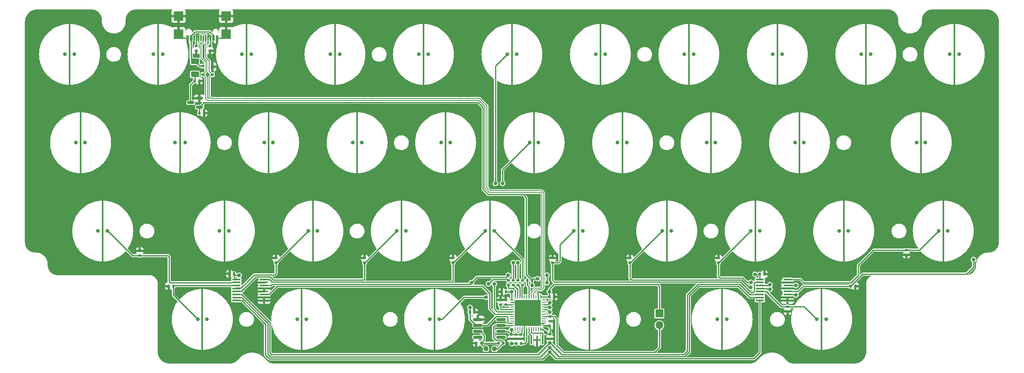
<source format=gbr>
%TF.GenerationSoftware,KiCad,Pcbnew,(7.0.0)*%
%TF.CreationDate,2023-09-28T20:04:14+02:00*%
%TF.ProjectId,travaulta,74726176-6175-46c7-9461-2e6b69636164,rev?*%
%TF.SameCoordinates,Original*%
%TF.FileFunction,Copper,L4,Bot*%
%TF.FilePolarity,Positive*%
%FSLAX46Y46*%
G04 Gerber Fmt 4.6, Leading zero omitted, Abs format (unit mm)*
G04 Created by KiCad (PCBNEW (7.0.0)) date 2023-09-28 20:04:14*
%MOMM*%
%LPD*%
G01*
G04 APERTURE LIST*
G04 Aperture macros list*
%AMRoundRect*
0 Rectangle with rounded corners*
0 $1 Rounding radius*
0 $2 $3 $4 $5 $6 $7 $8 $9 X,Y pos of 4 corners*
0 Add a 4 corners polygon primitive as box body*
4,1,4,$2,$3,$4,$5,$6,$7,$8,$9,$2,$3,0*
0 Add four circle primitives for the rounded corners*
1,1,$1+$1,$2,$3*
1,1,$1+$1,$4,$5*
1,1,$1+$1,$6,$7*
1,1,$1+$1,$8,$9*
0 Add four rect primitives between the rounded corners*
20,1,$1+$1,$2,$3,$4,$5,0*
20,1,$1+$1,$4,$5,$6,$7,0*
20,1,$1+$1,$6,$7,$8,$9,0*
20,1,$1+$1,$8,$9,$2,$3,0*%
%AMFreePoly0*
4,1,17,0.124698,6.656366,0.180194,6.586777,0.200000,6.500000,0.200000,-6.500000,0.180194,-6.586777,0.124698,-6.656366,0.044504,-6.694986,-0.044504,-6.694986,-0.124698,-6.656366,-0.180194,-6.586777,-0.200000,-6.500000,-0.200000,6.500000,-0.180194,6.586777,-0.124698,6.656366,-0.044504,6.694986,0.044504,6.694986,0.124698,6.656366,0.124698,6.656366,$1*%
G04 Aperture macros list end*
%TA.AperFunction,SMDPad,CuDef*%
%ADD10FreePoly0,0.000000*%
%TD*%
%TA.AperFunction,SMDPad,CuDef*%
%ADD11FreePoly0,180.000000*%
%TD*%
%TA.AperFunction,SMDPad,CuDef*%
%ADD12R,0.400000X1.900000*%
%TD*%
%TA.AperFunction,SMDPad,CuDef*%
%ADD13RoundRect,0.140000X0.140000X0.170000X-0.140000X0.170000X-0.140000X-0.170000X0.140000X-0.170000X0*%
%TD*%
%TA.AperFunction,SMDPad,CuDef*%
%ADD14RoundRect,0.140000X-0.140000X-0.170000X0.140000X-0.170000X0.140000X0.170000X-0.140000X0.170000X0*%
%TD*%
%TA.AperFunction,SMDPad,CuDef*%
%ADD15RoundRect,0.140000X-0.170000X0.140000X-0.170000X-0.140000X0.170000X-0.140000X0.170000X0.140000X0*%
%TD*%
%TA.AperFunction,SMDPad,CuDef*%
%ADD16RoundRect,0.150000X-0.825000X-0.150000X0.825000X-0.150000X0.825000X0.150000X-0.825000X0.150000X0*%
%TD*%
%TA.AperFunction,SMDPad,CuDef*%
%ADD17RoundRect,0.135000X-0.185000X0.135000X-0.185000X-0.135000X0.185000X-0.135000X0.185000X0.135000X0*%
%TD*%
%TA.AperFunction,SMDPad,CuDef*%
%ADD18RoundRect,0.135000X0.185000X-0.135000X0.185000X0.135000X-0.185000X0.135000X-0.185000X-0.135000X0*%
%TD*%
%TA.AperFunction,SMDPad,CuDef*%
%ADD19RoundRect,0.135000X-0.135000X-0.185000X0.135000X-0.185000X0.135000X0.185000X-0.135000X0.185000X0*%
%TD*%
%TA.AperFunction,SMDPad,CuDef*%
%ADD20RoundRect,0.062500X0.062500X-0.375000X0.062500X0.375000X-0.062500X0.375000X-0.062500X-0.375000X0*%
%TD*%
%TA.AperFunction,SMDPad,CuDef*%
%ADD21RoundRect,0.062500X0.375000X-0.062500X0.375000X0.062500X-0.375000X0.062500X-0.375000X-0.062500X0*%
%TD*%
%TA.AperFunction,SMDPad,CuDef*%
%ADD22R,5.600000X5.600000*%
%TD*%
%TA.AperFunction,SMDPad,CuDef*%
%ADD23RoundRect,0.135000X0.135000X0.185000X-0.135000X0.185000X-0.135000X-0.185000X0.135000X-0.185000X0*%
%TD*%
%TA.AperFunction,SMDPad,CuDef*%
%ADD24R,1.778000X0.419100*%
%TD*%
%TA.AperFunction,SMDPad,CuDef*%
%ADD25RoundRect,0.250000X-0.625000X0.375000X-0.625000X-0.375000X0.625000X-0.375000X0.625000X0.375000X0*%
%TD*%
%TA.AperFunction,SMDPad,CuDef*%
%ADD26R,0.700000X1.000000*%
%TD*%
%TA.AperFunction,SMDPad,CuDef*%
%ADD27R,0.700000X0.600000*%
%TD*%
%TA.AperFunction,SMDPad,CuDef*%
%ADD28RoundRect,0.140000X0.170000X-0.140000X0.170000X0.140000X-0.170000X0.140000X-0.170000X-0.140000X0*%
%TD*%
%TA.AperFunction,ComponentPad*%
%ADD29R,1.700000X1.700000*%
%TD*%
%TA.AperFunction,ComponentPad*%
%ADD30O,1.700000X1.700000*%
%TD*%
%TA.AperFunction,SMDPad,CuDef*%
%ADD31RoundRect,0.150000X0.587500X0.150000X-0.587500X0.150000X-0.587500X-0.150000X0.587500X-0.150000X0*%
%TD*%
%TA.AperFunction,SMDPad,CuDef*%
%ADD32RoundRect,0.237500X0.250000X0.237500X-0.250000X0.237500X-0.250000X-0.237500X0.250000X-0.237500X0*%
%TD*%
%TA.AperFunction,SMDPad,CuDef*%
%ADD33R,0.600000X1.300000*%
%TD*%
%TA.AperFunction,SMDPad,CuDef*%
%ADD34R,0.300000X1.300000*%
%TD*%
%TA.AperFunction,SMDPad,CuDef*%
%ADD35R,2.000000X2.000000*%
%TD*%
%TA.AperFunction,ViaPad*%
%ADD36C,0.800000*%
%TD*%
%TA.AperFunction,Conductor*%
%ADD37C,0.250000*%
%TD*%
%TA.AperFunction,Conductor*%
%ADD38C,0.200000*%
%TD*%
G04 APERTURE END LIST*
D10*
%TO.P,SW20,3,SG*%
%TO.N,GND*%
X211137500Y-76200000D03*
%TD*%
D11*
%TO.P,SW27,3,SG*%
%TO.N,GND*%
X163512500Y-95250000D03*
%TD*%
D10*
%TO.P,SW15,3,SG*%
%TO.N,GND*%
X115887500Y-76200000D03*
%TD*%
%TO.P,SW18,3,SG*%
%TO.N,GND*%
X173037500Y-76200000D03*
%TD*%
%TO.P,SW1,3,SG*%
%TO.N,GND*%
X53975000Y-57150000D03*
%TD*%
%TO.P,SW9,3,SG*%
%TO.N,GND*%
X206375000Y-57150000D03*
%TD*%
D11*
%TO.P,SW28,3,SG*%
%TO.N,GND*%
X182562500Y-95250000D03*
%TD*%
D10*
%TO.P,SW4,3,SG*%
%TO.N,GND*%
X111125000Y-57150000D03*
%TD*%
%TO.P,SW17,3,SG*%
%TO.N,GND*%
X153987500Y-76200000D03*
%TD*%
%TO.P,SW12,3,SG*%
%TO.N,GND*%
X56358000Y-76200000D03*
%TD*%
D11*
%TO.P,SW23,3,SG*%
%TO.N,GND*%
X87312500Y-95250000D03*
%TD*%
%TO.P,SW34,3,SG*%
%TO.N,GND*%
X132555000Y-114300000D03*
%TD*%
D10*
%TO.P,SW22,3,SG*%
%TO.N,GND*%
X61120000Y-95250000D03*
%TD*%
%TO.P,SW16,3,SG*%
%TO.N,GND*%
X134937500Y-76200000D03*
%TD*%
%TO.P,SW14,3,SG*%
%TO.N,GND*%
X96837500Y-76200000D03*
%TD*%
%TO.P,SW7,3,SG*%
%TO.N,GND*%
X168275000Y-57150000D03*
%TD*%
D11*
%TO.P,SW24,3,SG*%
%TO.N,GND*%
X106362500Y-95250000D03*
%TD*%
D10*
%TO.P,SW11,3,SG*%
%TO.N,GND*%
X244475000Y-57150000D03*
%TD*%
D11*
%TO.P,SW31,3,SG*%
%TO.N,GND*%
X242095000Y-95250000D03*
%TD*%
D10*
%TO.P,SW2,3,SG*%
%TO.N,GND*%
X73025000Y-57150000D03*
%TD*%
%TO.P,SW5,3,SG*%
%TO.N,GND*%
X130175000Y-57150000D03*
%TD*%
%TO.P,SW8,3,SG*%
%TO.N,GND*%
X187325000Y-57150000D03*
%TD*%
%TO.P,SW13,3,SG*%
%TO.N,GND*%
X77787500Y-76200000D03*
%TD*%
D11*
%TO.P,SW21,3,SG*%
%TO.N,GND*%
X237330000Y-76200000D03*
%TD*%
%TO.P,SW36,3,SG*%
%TO.N,GND*%
X194470000Y-114300000D03*
%TD*%
%TO.P,SW35,3,SG*%
%TO.N,GND*%
X165892000Y-114300000D03*
%TD*%
%TO.P,SW25,3,SG*%
%TO.N,GND*%
X125412500Y-95250000D03*
%TD*%
%TO.P,SW33,3,SG*%
%TO.N,GND*%
X103980000Y-114300000D03*
%TD*%
%TO.P,SW32,3,SG*%
%TO.N,GND*%
X82550000Y-114300000D03*
%TD*%
D10*
%TO.P,SW3,3,SG*%
%TO.N,GND*%
X92075000Y-57150000D03*
%TD*%
D11*
%TO.P,SW26,3,SG*%
%TO.N,GND*%
X144462500Y-95250000D03*
%TD*%
D10*
%TO.P,SW6,3,SG*%
%TO.N,GND*%
X149225000Y-57150000D03*
%TD*%
D11*
%TO.P,SW30,3,SG*%
%TO.N,GND*%
X220662500Y-95250000D03*
%TD*%
%TO.P,SW29,3,SG*%
%TO.N,GND*%
X201612500Y-95250000D03*
%TD*%
%TO.P,SW37,3,SG*%
%TO.N,GND*%
X215900000Y-114300000D03*
%TD*%
D10*
%TO.P,SW10,3,SG*%
%TO.N,GND*%
X225425000Y-57150000D03*
%TD*%
%TO.P,SW19,3,SG*%
%TO.N,GND*%
X192087500Y-76200000D03*
%TD*%
D12*
%TO.P,Y1,1,1*%
%TO.N,XTAL1*%
X153415999Y-118744999D03*
%TO.P,Y1,2,2*%
%TO.N,GND*%
X154615999Y-118744999D03*
%TO.P,Y1,3,3*%
%TO.N,XTAL0*%
X155815999Y-118744999D03*
%TD*%
D13*
%TO.P,C7,1*%
%TO.N,VBAT*%
X147984000Y-108331000D03*
%TO.P,C7,2*%
%TO.N,GND*%
X147024000Y-108331000D03*
%TD*%
D14*
%TO.P,C12,1*%
%TO.N,VBAT*%
X202609436Y-104534305D03*
%TO.P,C12,2*%
%TO.N,GND*%
X203569436Y-104534305D03*
%TD*%
D15*
%TO.P,C15,1*%
%TO.N,VBAT*%
X149031000Y-117540000D03*
%TO.P,C15,2*%
%TO.N,GND*%
X149031000Y-118500000D03*
%TD*%
D16*
%TO.P,U5,1*%
%TO.N,N/C*%
X141899097Y-118120501D03*
%TO.P,U5,2,IN-*%
%TO.N,Net-(JP1-B)*%
X141899097Y-116850501D03*
%TO.P,U5,3,IN+*%
%TO.N,APLEX_OUT_PIN_0*%
X141899097Y-115580501D03*
%TO.P,U5,4,V-*%
%TO.N,GND*%
X141899097Y-114310501D03*
%TO.P,U5,5*%
%TO.N,N/C*%
X146849097Y-114310501D03*
%TO.P,U5,6,OUT*%
%TO.N,ADC*%
X146849097Y-115580501D03*
%TO.P,U5,7,V+*%
%TO.N,VBAT*%
X146849097Y-116850501D03*
%TO.P,U5,8*%
%TO.N,N/C*%
X146849097Y-118120501D03*
%TD*%
D17*
%TO.P,R7,1*%
%TO.N,GND*%
X146742000Y-110107000D03*
%TO.P,R7,2*%
%TO.N,BOOT1*%
X146742000Y-111127000D03*
%TD*%
D18*
%TO.P,R11,1*%
%TO.N,COL2*%
X98425000Y-102110000D03*
%TO.P,R11,2*%
%TO.N,GND*%
X98425000Y-101090000D03*
%TD*%
D17*
%TO.P,R2,1*%
%TO.N,ROW2*%
X151511000Y-105877000D03*
%TO.P,R2,2*%
%TO.N,Net-(U1-PB15)*%
X151511000Y-106897000D03*
%TD*%
D14*
%TO.P,C9,1*%
%TO.N,VBAT*%
X157311000Y-115663994D03*
%TO.P,C9,2*%
%TO.N,GND*%
X158271000Y-115663994D03*
%TD*%
D19*
%TO.P,R4,1*%
%TO.N,Net-(U1-PA10)*%
X152525000Y-105918000D03*
%TO.P,R4,2*%
%TO.N,VBAT*%
X153545000Y-105918000D03*
%TD*%
D20*
%TO.P,U1,1,VBAT*%
%TO.N,VBAT*%
X155404000Y-116340500D03*
%TO.P,U1,2,PC13*%
%TO.N,unconnected-(U1-PC13-Pad2)*%
X154904000Y-116340500D03*
%TO.P,U1,3,PC14*%
%TO.N,unconnected-(U1-PC14-Pad3)*%
X154404000Y-116340500D03*
%TO.P,U1,4,PC15*%
%TO.N,unconnected-(U1-PC15-Pad4)*%
X153904000Y-116340500D03*
%TO.P,U1,5,PH0*%
%TO.N,XTAL0*%
X153404000Y-116340500D03*
%TO.P,U1,6,PH1*%
%TO.N,XTAL1*%
X152904000Y-116340500D03*
%TO.P,U1,7,NRST*%
%TO.N,NRST*%
X152404000Y-116340500D03*
%TO.P,U1,8,VSSA*%
%TO.N,GND*%
X151904000Y-116340500D03*
%TO.P,U1,9,VREF+*%
%TO.N,VBAT*%
X151404000Y-116340500D03*
%TO.P,U1,10,PA0*%
%TO.N,unconnected-(U1-PA0-Pad10)*%
X150904000Y-116340500D03*
%TO.P,U1,11,PA1*%
%TO.N,unconnected-(U1-PA1-Pad11)*%
X150404000Y-116340500D03*
%TO.P,U1,12,PA2*%
%TO.N,unconnected-(U1-PA2-Pad12)*%
X149904000Y-116340500D03*
D21*
%TO.P,U1,13,PA3*%
%TO.N,ADC*%
X149216500Y-115653000D03*
%TO.P,U1,14,PA4*%
%TO.N,APLEX_OUT_PIN_0*%
X149216500Y-115153000D03*
%TO.P,U1,15,PA5*%
%TO.N,unconnected-(U1-PA5-Pad15)*%
X149216500Y-114653000D03*
%TO.P,U1,16,PA6*%
%TO.N,unconnected-(U1-PA6-Pad16)*%
X149216500Y-114153000D03*
%TO.P,U1,17,PA7*%
%TO.N,unconnected-(U1-PA7-Pad17)*%
X149216500Y-113653000D03*
%TO.P,U1,18,PB0*%
%TO.N,APLEX_EN_PIN_0*%
X149216500Y-113153000D03*
%TO.P,U1,19,PB1*%
%TO.N,APLEX_EN_PIN_1*%
X149216500Y-112653000D03*
%TO.P,U1,20,PB2*%
%TO.N,BOOT1*%
X149216500Y-112153000D03*
%TO.P,U1,21,PB10*%
%TO.N,unconnected-(U1-PB10-Pad21)*%
X149216500Y-111653000D03*
%TO.P,U1,22,VCAP1*%
%TO.N,Net-(U1-VCAP1)*%
X149216500Y-111153000D03*
%TO.P,U1,23,VSS*%
%TO.N,GND*%
X149216500Y-110653000D03*
%TO.P,U1,24,VDD*%
%TO.N,VBAT*%
X149216500Y-110153000D03*
D20*
%TO.P,U1,25,PB12*%
%TO.N,Net-(U1-PB12)*%
X149904000Y-109465500D03*
%TO.P,U1,26,PB13*%
%TO.N,Net-(U1-PB13)*%
X150404000Y-109465500D03*
%TO.P,U1,27,PB14*%
%TO.N,Net-(U1-PB14)*%
X150904000Y-109465500D03*
%TO.P,U1,28,PB15*%
%TO.N,Net-(U1-PB15)*%
X151404000Y-109465500D03*
%TO.P,U1,29,PA8*%
%TO.N,unconnected-(U1-PA8-Pad29)*%
X151904000Y-109465500D03*
%TO.P,U1,30,PA9*%
%TO.N,unconnected-(U1-PA9-Pad30)*%
X152404000Y-109465500D03*
%TO.P,U1,31,PA10*%
%TO.N,Net-(U1-PA10)*%
X152904000Y-109465500D03*
%TO.P,U1,32,PA11*%
%TO.N,D-*%
X153404000Y-109465500D03*
%TO.P,U1,33,PA12*%
%TO.N,D+*%
X153904000Y-109465500D03*
%TO.P,U1,34,PA13*%
%TO.N,SWDIO*%
X154404000Y-109465500D03*
%TO.P,U1,35,VSS*%
%TO.N,GND*%
X154904000Y-109465500D03*
%TO.P,U1,36,VDD*%
%TO.N,VBAT*%
X155404000Y-109465500D03*
D21*
%TO.P,U1,37,PA14*%
%TO.N,SWCLK*%
X156091500Y-110153000D03*
%TO.P,U1,38,PA15*%
%TO.N,unconnected-(U1-PA15-Pad38)*%
X156091500Y-110653000D03*
%TO.P,U1,39,PB3*%
%TO.N,AMUX_SEL_2*%
X156091500Y-111153000D03*
%TO.P,U1,40,PB4*%
%TO.N,AMUX_SEL_1*%
X156091500Y-111653000D03*
%TO.P,U1,41,PB5*%
%TO.N,AMUX_SEL_0*%
X156091500Y-112153000D03*
%TO.P,U1,42,PB6*%
%TO.N,unconnected-(U1-PB6-Pad42)*%
X156091500Y-112653000D03*
%TO.P,U1,43,PB7*%
%TO.N,unconnected-(U1-PB7-Pad43)*%
X156091500Y-113153000D03*
%TO.P,U1,44,BOOT0*%
%TO.N,BOOT0*%
X156091500Y-113653000D03*
%TO.P,U1,45,PB8*%
%TO.N,unconnected-(U1-PB8-Pad45)*%
X156091500Y-114153000D03*
%TO.P,U1,46,PB9*%
%TO.N,unconnected-(U1-PB9-Pad46)*%
X156091500Y-114653000D03*
%TO.P,U1,47,VSS*%
%TO.N,GND*%
X156091500Y-115153000D03*
%TO.P,U1,48,VDD*%
%TO.N,VBAT*%
X156091500Y-115653000D03*
D22*
%TO.P,U1,49,VSS*%
%TO.N,GND*%
X152653999Y-112902999D03*
%TD*%
D18*
%TO.P,R12,1*%
%TO.N,COL5*%
X157956250Y-102110000D03*
%TO.P,R12,2*%
%TO.N,GND*%
X157956250Y-101090000D03*
%TD*%
%TO.P,R15,1*%
%TO.N,COL0*%
X69088000Y-100522500D03*
%TO.P,R15,2*%
%TO.N,GND*%
X69088000Y-99502500D03*
%TD*%
D15*
%TO.P,C11,1*%
%TO.N,VBAT*%
X151063000Y-117540000D03*
%TO.P,C11,2*%
%TO.N,GND*%
X151063000Y-118500000D03*
%TD*%
D23*
%TO.P,R13,1*%
%TO.N,COL1*%
X76305148Y-107156250D03*
%TO.P,R13,2*%
%TO.N,GND*%
X75285148Y-107156250D03*
%TD*%
D14*
%TO.P,C8,1*%
%TO.N,VBAT*%
X157311000Y-109474000D03*
%TO.P,C8,2*%
%TO.N,GND*%
X158271000Y-109474000D03*
%TD*%
D18*
%TO.P,R10,1*%
%TO.N,COL6*%
X174625000Y-102110000D03*
%TO.P,R10,2*%
%TO.N,GND*%
X174625000Y-101090000D03*
%TD*%
D24*
%TO.P,U3,1,A4*%
%TO.N,COL9*%
X208555589Y-105676699D03*
%TO.P,U3,2,A6*%
%TO.N,GND*%
X208555589Y-106326939D03*
%TO.P,U3,3,A*%
%TO.N,APLEX_OUT_PIN_0*%
X208555589Y-106977179D03*
%TO.P,U3,4,A7*%
%TO.N,GND*%
X208555589Y-107627419D03*
%TO.P,U3,5,A5*%
%TO.N,COL10*%
X208555589Y-108272579D03*
%TO.P,U3,6,~{E}*%
%TO.N,APLEX_EN_PIN_1*%
X208555589Y-108922819D03*
%TO.P,U3,7,VEE*%
%TO.N,GND*%
X208555589Y-109573059D03*
%TO.P,U3,8,GND*%
X208555589Y-110223299D03*
%TO.P,U3,9,S2*%
%TO.N,AMUX_SEL_2*%
X202606909Y-110223299D03*
%TO.P,U3,10,S1*%
%TO.N,AMUX_SEL_1*%
X202606909Y-109573059D03*
%TO.P,U3,11,S0*%
%TO.N,AMUX_SEL_0*%
X202606909Y-108922819D03*
%TO.P,U3,12,A3*%
%TO.N,COL8*%
X202606909Y-108272579D03*
%TO.P,U3,13,A0*%
%TO.N,COL7*%
X202606909Y-107627419D03*
%TO.P,U3,14,A1*%
%TO.N,COL6*%
X202606909Y-106977179D03*
%TO.P,U3,15,A2*%
%TO.N,COL5*%
X202606909Y-106326939D03*
%TO.P,U3,16,VCC*%
%TO.N,VBAT*%
X202606909Y-105676699D03*
%TD*%
D18*
%TO.P,R1,1*%
%TO.N,Net-(U1-PB12)*%
X148463000Y-106897000D03*
%TO.P,R1,2*%
%TO.N,ROW3*%
X148463000Y-105877000D03*
%TD*%
D17*
%TO.P,R16,1*%
%TO.N,COL9*%
X234156250Y-99377387D03*
%TO.P,R16,2*%
%TO.N,GND*%
X234156250Y-100397387D03*
%TD*%
D13*
%TO.P,C14,1*%
%TO.N,GND*%
X141132500Y-112712500D03*
%TO.P,C14,2*%
%TO.N,APLEX_OUT_PIN_0*%
X140172500Y-112712500D03*
%TD*%
D18*
%TO.P,R9,1*%
%TO.N,Net-(U1-PB13)*%
X149479000Y-106897000D03*
%TO.P,R9,2*%
%TO.N,ROW0*%
X149479000Y-105877000D03*
%TD*%
D13*
%TO.P,C13,1*%
%TO.N,VBAT*%
X89380000Y-104485820D03*
%TO.P,C13,2*%
%TO.N,GND*%
X88420000Y-104485820D03*
%TD*%
D19*
%TO.P,R21,1*%
%TO.N,Net-(JP1-B)*%
X146332687Y-119390501D03*
%TO.P,R21,2*%
%TO.N,ADC*%
X147352687Y-119390501D03*
%TD*%
D14*
%TO.P,C5,1*%
%TO.N,VBAT*%
X81943000Y-69850000D03*
%TO.P,C5,2*%
%TO.N,GND*%
X82903000Y-69850000D03*
%TD*%
D18*
%TO.P,R20,1*%
%TO.N,COL7*%
X193675000Y-102110000D03*
%TO.P,R20,2*%
%TO.N,GND*%
X193675000Y-101090000D03*
%TD*%
D23*
%TO.P,R23,1*%
%TO.N,Net-(JP1-B)*%
X142592312Y-119390501D03*
%TO.P,R23,2*%
%TO.N,GND*%
X141572312Y-119390501D03*
%TD*%
D17*
%TO.P,R14,1*%
%TO.N,COL8*%
X208548088Y-111558447D03*
%TO.P,R14,2*%
%TO.N,GND*%
X208548088Y-112578447D03*
%TD*%
D19*
%TO.P,R6,1*%
%TO.N,VBAT*%
X150169000Y-119507000D03*
%TO.P,R6,2*%
%TO.N,NRST*%
X151189000Y-119507000D03*
%TD*%
D25*
%TO.P,F_USBC1,1*%
%TO.N,VCC*%
X80962500Y-58671000D03*
%TO.P,F_USBC1,2*%
%TO.N,+5V*%
X80962500Y-61471000D03*
%TD*%
D26*
%TO.P,D1,1,GND*%
%TO.N,GND*%
X84692999Y-59828999D03*
D27*
%TO.P,D1,2,I/O1*%
%TO.N,D+*%
X84692999Y-61528999D03*
%TO.P,D1,3,I/O2*%
%TO.N,D-*%
X82692999Y-61528999D03*
%TO.P,D1,4,VCC*%
%TO.N,VCC*%
X82692999Y-59628999D03*
%TD*%
D18*
%TO.P,R18,1*%
%TO.N,GND*%
X81280000Y-56356250D03*
%TO.P,R18,2*%
%TO.N,Net-(USB1-CC1)*%
X81280000Y-55336250D03*
%TD*%
D17*
%TO.P,R3,1*%
%TO.N,BOOT0*%
X157410000Y-113663000D03*
%TO.P,R3,2*%
%TO.N,GND*%
X157410000Y-114683000D03*
%TD*%
%TO.P,R8,1*%
%TO.N,ROW1*%
X150495000Y-105877000D03*
%TO.P,R8,2*%
%TO.N,Net-(U1-PB14)*%
X150495000Y-106897000D03*
%TD*%
D19*
%TO.P,R5,1*%
%TO.N,COL10*%
X222146885Y-107164145D03*
%TO.P,R5,2*%
%TO.N,GND*%
X223166885Y-107164145D03*
%TD*%
D28*
%TO.P,C1,1*%
%TO.N,Net-(U1-VCAP1)*%
X147885000Y-111097000D03*
%TO.P,C1,2*%
%TO.N,GND*%
X147885000Y-110137000D03*
%TD*%
D14*
%TO.P,C4,1*%
%TO.N,+5V*%
X80927000Y-62865000D03*
%TO.P,C4,2*%
%TO.N,GND*%
X81887000Y-62865000D03*
%TD*%
D24*
%TO.P,U4,1,A4*%
%TO.N,COL4*%
X95843089Y-105676699D03*
%TO.P,U4,2,A6*%
%TO.N,GND*%
X95843089Y-106326939D03*
%TO.P,U4,3,A*%
%TO.N,APLEX_OUT_PIN_0*%
X95843089Y-106977179D03*
%TO.P,U4,4,A7*%
%TO.N,GND*%
X95843089Y-107627419D03*
%TO.P,U4,5,A5*%
X95843089Y-108272579D03*
%TO.P,U4,6,~{E}*%
%TO.N,APLEX_EN_PIN_0*%
X95843089Y-108922819D03*
%TO.P,U4,7,VEE*%
%TO.N,GND*%
X95843089Y-109573059D03*
%TO.P,U4,8,GND*%
X95843089Y-110223299D03*
%TO.P,U4,9,S2*%
%TO.N,AMUX_SEL_2*%
X89894409Y-110223299D03*
%TO.P,U4,10,S1*%
%TO.N,AMUX_SEL_1*%
X89894409Y-109573059D03*
%TO.P,U4,11,S0*%
%TO.N,AMUX_SEL_0*%
X89894409Y-108922819D03*
%TO.P,U4,12,A3*%
%TO.N,COL3*%
X89894409Y-108272579D03*
%TO.P,U4,13,A0*%
%TO.N,COL2*%
X89894409Y-107627419D03*
%TO.P,U4,14,A1*%
%TO.N,COL1*%
X89894409Y-106977179D03*
%TO.P,U4,15,A2*%
%TO.N,COL0*%
X89894409Y-106326939D03*
%TO.P,U4,16,VCC*%
%TO.N,VBAT*%
X89894409Y-105676699D03*
%TD*%
D29*
%TO.P,SW38,1,A*%
%TO.N,VBAT*%
X180974999Y-113024999D03*
D30*
%TO.P,SW38,2,B*%
%TO.N,BOOT0*%
X180974999Y-115564999D03*
%TD*%
D15*
%TO.P,C6,1*%
%TO.N,VBAT*%
X157410000Y-117503000D03*
%TO.P,C6,2*%
%TO.N,GND*%
X157410000Y-118463000D03*
%TD*%
D31*
%TO.P,U2,1,GND*%
%TO.N,GND*%
X81963500Y-66614000D03*
%TO.P,U2,2,VO*%
%TO.N,VBAT*%
X81963500Y-68514000D03*
%TO.P,U2,3,VI*%
%TO.N,+5V*%
X80088500Y-67564000D03*
%TD*%
D32*
%TO.P,JP1,1,A*%
%TO.N,ADC*%
X145462340Y-120650000D03*
%TO.P,JP1,2,B*%
%TO.N,Net-(JP1-B)*%
X143637340Y-120650000D03*
%TD*%
D33*
%TO.P,USB1,1,GND*%
%TO.N,GND*%
X79349999Y-53631249D03*
%TO.P,USB1,2,VBUS*%
%TO.N,VCC*%
X80149999Y-53631249D03*
D34*
%TO.P,USB1,3,SBU2*%
%TO.N,unconnected-(USB1-SBU2-Pad3)*%
X80799999Y-53631249D03*
%TO.P,USB1,4,CC1*%
%TO.N,Net-(USB1-CC1)*%
X81299999Y-53631249D03*
%TO.P,USB1,5,DN2*%
%TO.N,D-*%
X81799999Y-53631249D03*
%TO.P,USB1,6,DP1*%
%TO.N,D+*%
X82299999Y-53631249D03*
%TO.P,USB1,7,DN1*%
%TO.N,D-*%
X82799999Y-53631249D03*
%TO.P,USB1,8,DP2*%
%TO.N,D+*%
X83299999Y-53631249D03*
%TO.P,USB1,9,SBU1*%
%TO.N,unconnected-(USB1-SBU1-Pad9)*%
X83799999Y-53631249D03*
%TO.P,USB1,10,CC2*%
%TO.N,Net-(USB1-CC2)*%
X84299999Y-53631249D03*
D33*
%TO.P,USB1,11,VBUS*%
%TO.N,VCC*%
X84949999Y-53631249D03*
%TO.P,USB1,12,GND*%
%TO.N,GND*%
X85749999Y-53631249D03*
D35*
%TO.P,USB1,13,SHIELD*%
X77429999Y-48871249D03*
X77429999Y-52771249D03*
X87669999Y-48871249D03*
X87669999Y-52771249D03*
%TD*%
D18*
%TO.P,R19,1*%
%TO.N,COL4*%
X136525000Y-102110000D03*
%TO.P,R19,2*%
%TO.N,GND*%
X136525000Y-101090000D03*
%TD*%
D17*
%TO.P,R24,1*%
%TO.N,Net-(USB1-CC2)*%
X84201000Y-55336250D03*
%TO.P,R24,2*%
%TO.N,GND*%
X84201000Y-56356250D03*
%TD*%
D15*
%TO.P,C10,1*%
%TO.N,VBAT*%
X150047000Y-117540000D03*
%TO.P,C10,2*%
%TO.N,GND*%
X150047000Y-118500000D03*
%TD*%
D18*
%TO.P,R17,1*%
%TO.N,COL3*%
X117475000Y-102110000D03*
%TO.P,R17,2*%
%TO.N,GND*%
X117475000Y-101090000D03*
%TD*%
D36*
%TO.N,GND*%
X74295000Y-91313000D03*
X114300000Y-68278054D03*
X135597207Y-104261223D03*
X74457450Y-102146851D03*
X151003000Y-99314000D03*
X111125000Y-107950000D03*
X96463710Y-101616045D03*
X153987500Y-92075000D03*
X177165000Y-109855000D03*
X81280000Y-57277000D03*
X79634279Y-102166606D03*
X153988003Y-102068356D03*
X82550000Y-49999000D03*
X177176938Y-83255788D03*
X183356250Y-119062500D03*
X87249000Y-80010000D03*
X117475000Y-68262500D03*
X47117000Y-76200000D03*
X131445000Y-101854000D03*
X207962500Y-104366597D03*
X103187500Y-83125992D03*
X226028066Y-101600000D03*
X119027099Y-64169317D03*
X77430000Y-51094000D03*
X178593750Y-104324688D03*
X175451935Y-104317849D03*
X231534211Y-101576668D03*
X84198075Y-57286253D03*
X107950000Y-68278054D03*
X137577839Y-104298443D03*
X182499000Y-80010000D03*
X92075000Y-117475000D03*
X117445381Y-65971118D03*
X117475491Y-121047612D03*
X65244068Y-83266471D03*
X113284000Y-114300000D03*
X171831000Y-101981000D03*
X120215418Y-83268437D03*
X156464799Y-64146969D03*
X144653000Y-76200000D03*
X233867827Y-64186346D03*
X158602637Y-85060062D03*
X144688580Y-83212362D03*
X88926415Y-65964205D03*
X142113000Y-110617000D03*
X213758720Y-65997413D03*
X194539821Y-104317849D03*
X175816362Y-65997905D03*
X214425221Y-102091428D03*
X101155500Y-83125992D03*
X75819000Y-120777000D03*
X215272292Y-83233441D03*
X173101000Y-95250000D03*
X141859000Y-80010000D03*
X121059099Y-64169317D03*
X152584000Y-112903000D03*
X144374097Y-116215501D03*
X158753070Y-104320989D03*
X137901311Y-64231533D03*
X47371000Y-50800000D03*
X121095883Y-65974574D03*
X192539949Y-102088341D03*
X82558981Y-83268437D03*
X234950000Y-61087000D03*
X60075298Y-64176230D03*
X160918079Y-102299291D03*
X177839421Y-64193631D03*
X139700000Y-57150000D03*
X99867728Y-65952852D03*
X88900000Y-68262500D03*
X215781779Y-64193139D03*
X154003054Y-85382318D03*
X190232918Y-104293450D03*
X122237500Y-118268750D03*
X120650491Y-121047612D03*
X158750000Y-57150000D03*
X139262558Y-85049380D03*
X99815881Y-64231533D03*
X111125000Y-65960003D03*
X141294558Y-85049380D03*
X142081250Y-106362500D03*
X142081250Y-107950000D03*
X197035308Y-64193631D03*
X122986934Y-104249644D03*
X63212068Y-83266471D03*
X215900000Y-57150000D03*
X187325000Y-102108000D03*
X197044249Y-65997905D03*
X117331079Y-107950000D03*
X114272348Y-65964205D03*
X196850000Y-57150000D03*
X106426000Y-76200000D03*
X98422526Y-65950379D03*
X123825000Y-65951243D03*
X92868750Y-107950000D03*
X86288880Y-104214561D03*
X65253009Y-85070745D03*
X231512224Y-97872127D03*
X120506079Y-107950000D03*
X144716101Y-85427602D03*
X143668750Y-104344178D03*
X92075000Y-104154757D03*
X206505152Y-107452269D03*
X159004000Y-110744000D03*
X209550000Y-101508785D03*
X138303000Y-101981000D03*
X120904000Y-101727000D03*
X78607665Y-65964205D03*
X144653000Y-72517000D03*
X125349000Y-80010000D03*
X77600359Y-104245177D03*
X233876768Y-65990620D03*
X177800000Y-53213000D03*
X82189797Y-64153271D03*
X188111837Y-104311833D03*
X251079000Y-50800000D03*
X85751415Y-65964205D03*
X199852839Y-121754293D03*
X127000000Y-68309162D03*
X92075000Y-68262500D03*
X234146640Y-85107708D03*
X101092000Y-101600000D03*
X173573173Y-104293450D03*
X134874000Y-95250000D03*
X67120529Y-102090937D03*
X111125000Y-104214561D03*
X196338366Y-83219809D03*
X77300138Y-108312928D03*
X133985000Y-101727000D03*
X92075000Y-65964205D03*
X51435000Y-95250000D03*
X96774000Y-95250000D03*
X251206000Y-63500000D03*
X140493750Y-104333809D03*
X80962500Y-60071000D03*
X222758000Y-120650000D03*
X231844768Y-65990620D03*
X124474829Y-107950000D03*
X244094000Y-69723000D03*
X158496799Y-64146969D03*
X184221378Y-107343390D03*
X172415783Y-107530039D03*
X130175000Y-68309162D03*
X160911418Y-104281020D03*
X217417014Y-104354056D03*
X164306250Y-104289692D03*
X187216121Y-107327344D03*
X179217879Y-85060062D03*
X98425000Y-68262500D03*
X95250000Y-68262500D03*
X49530000Y-69850000D03*
X60116776Y-66008155D03*
X98425491Y-121047612D03*
X101847881Y-64231533D03*
X104728337Y-104167899D03*
X87249000Y-72644000D03*
X127000000Y-65951243D03*
X75692000Y-48895000D03*
X177848362Y-65997905D03*
X116496665Y-104176446D03*
X133383834Y-65953835D03*
X139933311Y-64231533D03*
X236537500Y-101600000D03*
X111125000Y-68278054D03*
X87312500Y-107950000D03*
X85725000Y-68262500D03*
X175807421Y-64193631D03*
X123825000Y-68309162D03*
X136525000Y-68262500D03*
X192561494Y-104301005D03*
X175418750Y-107530039D03*
X234950000Y-53340000D03*
X181768750Y-104324688D03*
X118375427Y-104200845D03*
X95250000Y-65964205D03*
X103148167Y-85096043D03*
X153987500Y-88900000D03*
X182499000Y-72390000D03*
X234154774Y-83203271D03*
X82567922Y-85072711D03*
X101899728Y-65952852D03*
X107950000Y-104191230D03*
X133350000Y-68309162D03*
X161131250Y-107950000D03*
X232114640Y-85107708D03*
X178593750Y-107530039D03*
X141285617Y-83245106D03*
X101121020Y-104154757D03*
X175895000Y-101981000D03*
X119063883Y-65974574D03*
X207168750Y-101473000D03*
X198361068Y-85095059D03*
X150018750Y-88900000D03*
X115824000Y-99314000D03*
X247015000Y-89027000D03*
X137872571Y-65974082D03*
X84599922Y-85072711D03*
X141859000Y-72517000D03*
X156473740Y-65951243D03*
X217304292Y-83233441D03*
X132556250Y-104249644D03*
X160634637Y-85060062D03*
X68453000Y-76200000D03*
X201676000Y-76200000D03*
X146681488Y-64206158D03*
X192024000Y-91313000D03*
X231835827Y-64186346D03*
X120650000Y-53213000D03*
X77851000Y-95250000D03*
X158593696Y-83255788D03*
X197643750Y-104323931D03*
X224282000Y-80137000D03*
X160625696Y-83255788D03*
X115607034Y-101739495D03*
X124619241Y-121047612D03*
X170676988Y-104308377D03*
X115824000Y-91313000D03*
X146793645Y-104323439D03*
X122247418Y-83268437D03*
X147066000Y-107315000D03*
X77602279Y-102166606D03*
X120650000Y-60960000D03*
X121126329Y-68333618D03*
X220662500Y-104354056D03*
X114298033Y-104219745D03*
X153321343Y-104242074D03*
X215281233Y-85037715D03*
X183356250Y-109855000D03*
X232122774Y-83203271D03*
X158505740Y-65951243D03*
X126206250Y-104261223D03*
X196329068Y-85095059D03*
X130175000Y-65951243D03*
X213749779Y-64193139D03*
X144653000Y-67691000D03*
X229235000Y-95250000D03*
X65659000Y-76200000D03*
X147896567Y-109273002D03*
X62148776Y-66008155D03*
X101600000Y-57150000D03*
X153987500Y-99218750D03*
X78581250Y-68262500D03*
X122256359Y-85072711D03*
X169545000Y-101981000D03*
X99212437Y-104149937D03*
X243967000Y-85725000D03*
X139904571Y-65974082D03*
X89408000Y-48895000D03*
X224282000Y-72390000D03*
X125349000Y-72517000D03*
X148586409Y-83241559D03*
X67120529Y-104050751D03*
X195003308Y-64193631D03*
X185166000Y-114300000D03*
X157162500Y-99314000D03*
X101911437Y-68262500D03*
X104775000Y-65960003D03*
X189144827Y-108929415D03*
X163576000Y-76200000D03*
X195012249Y-65997905D03*
X120888576Y-104225245D03*
X153288724Y-110807639D03*
X63221009Y-85070745D03*
X211905460Y-101600000D03*
X158750000Y-107950000D03*
X74295000Y-99314000D03*
X144652281Y-64206158D03*
X144653000Y-80010000D03*
X251079000Y-95123000D03*
X148209000Y-101981000D03*
X157956250Y-88900000D03*
X107936174Y-65943466D03*
X114300491Y-121047612D03*
X179208938Y-83255788D03*
X98806000Y-50800000D03*
X211201000Y-95250000D03*
X231521000Y-91186000D03*
X146685000Y-72517000D03*
X98425000Y-108743750D03*
X206375000Y-118268750D03*
X167481250Y-104289692D03*
X62107298Y-64176230D03*
X217313233Y-85037715D03*
X78581250Y-63500000D03*
X146685000Y-80010000D03*
X120224359Y-85072711D03*
X198370366Y-83219809D03*
X181768750Y-107343390D03*
X74441896Y-104246652D03*
X190240765Y-102103407D03*
X214312500Y-104348659D03*
X129381250Y-104261223D03*
X84590981Y-83268437D03*
X188641422Y-121694338D03*
X101116167Y-85096043D03*
X114156079Y-107950000D03*
X84137500Y-68262500D03*
X87312500Y-63500000D03*
X104775000Y-68278054D03*
X150550100Y-110815963D03*
X136558834Y-65953835D03*
X227965000Y-76200000D03*
X184936837Y-104311833D03*
X246473566Y-101666909D03*
X79653498Y-104245177D03*
X177185879Y-85060062D03*
X70970165Y-102114268D03*
X223043750Y-108743750D03*
X203835000Y-114300000D03*
X204787500Y-104370593D03*
X211681401Y-104370102D03*
X139253617Y-83245106D03*
X246062500Y-76200000D03*
X92075000Y-101600000D03*
X146685000Y-67691000D03*
X228600000Y-101600000D03*
X54356000Y-88900000D03*
X177800000Y-60960000D03*
X215790720Y-65997413D03*
X139953601Y-68350091D03*
X228600000Y-98425000D03*
X153346000Y-115062000D03*
X87653038Y-51101306D03*
X84074000Y-69850000D03*
X177165000Y-119062500D03*
X150425000Y-115062000D03*
%TO.N,APLEX_OUT_PIN_0*%
X210352632Y-106976214D03*
X156787000Y-106362500D03*
X156787000Y-104775000D03*
X148431250Y-104775000D03*
X140493750Y-106362500D03*
X140168917Y-111725196D03*
%TO.N,ROW0*%
X243459000Y-57150000D03*
X110109000Y-57150000D03*
X186309000Y-57150000D03*
X148209000Y-57150000D03*
X167259000Y-57150000D03*
X224409000Y-57150000D03*
X129159000Y-57150000D03*
X72009000Y-57150000D03*
X52959000Y-57150000D03*
X91059000Y-57150000D03*
X149495497Y-102108000D03*
X145669000Y-84987000D03*
X205359000Y-57150000D03*
%TO.N,ROW1*%
X55372000Y-76200000D03*
X191135000Y-76200000D03*
X133985000Y-76200000D03*
X147189272Y-84974626D03*
X76708000Y-76200000D03*
X153035000Y-76200000D03*
X210185000Y-76200000D03*
X171958000Y-76200000D03*
X114935000Y-76200000D03*
X150495000Y-102108000D03*
X238252000Y-76200000D03*
X95885000Y-76200000D03*
%TO.N,VBAT*%
X149155000Y-108331000D03*
X201599534Y-104576503D03*
X149158000Y-116524000D03*
X153545858Y-106982709D03*
X156556000Y-117129000D03*
X149189578Y-119489093D03*
X157291782Y-108302925D03*
X90487500Y-104775000D03*
X154781250Y-105533209D03*
%TO.N,COL0*%
X62103000Y-95250000D03*
X54991000Y-57150000D03*
X57277000Y-76200000D03*
%TO.N,COL1*%
X74041000Y-57150000D03*
X81550000Y-114300000D03*
X86233000Y-95250000D03*
X78867000Y-76200000D03*
%TO.N,COL2*%
X93075000Y-57150000D03*
X105362500Y-95250000D03*
X97790000Y-76200000D03*
X102980000Y-114300000D03*
%TO.N,COL3*%
X124412500Y-95250000D03*
X116887500Y-76200000D03*
X131555000Y-114300000D03*
X112125000Y-57150000D03*
%TO.N,COL4*%
X143462500Y-95250000D03*
X135937500Y-76200000D03*
X131175000Y-57150000D03*
%TO.N,COL5*%
X150241000Y-57150000D03*
X162512500Y-95250000D03*
X164846000Y-114300000D03*
X154940000Y-76200000D03*
%TO.N,COL6*%
X169291000Y-57150000D03*
X173990000Y-76200000D03*
X181562500Y-95250000D03*
X204755969Y-106823574D03*
X200668410Y-107440416D03*
%TO.N,COL7*%
X188325000Y-57150000D03*
X200674646Y-106307080D03*
X200612500Y-95250000D03*
X193421000Y-114300000D03*
X204787500Y-107822580D03*
X193040000Y-76200000D03*
%TO.N,COL8*%
X207391000Y-57150000D03*
X214884000Y-114300000D03*
X219662500Y-95250000D03*
X212090000Y-76200000D03*
%TO.N,COL9*%
X241095000Y-95250000D03*
X226441000Y-57150000D03*
X236347000Y-76200000D03*
%TO.N,ROW2*%
X164512500Y-95250000D03*
X221662500Y-95250000D03*
X126412500Y-95250000D03*
X243078000Y-95250000D03*
X202612500Y-95250000D03*
X107362500Y-95250000D03*
X145462500Y-95250000D03*
X60071000Y-95250000D03*
X88312500Y-95250000D03*
X183562500Y-95250000D03*
%TO.N,ROW3*%
X144157368Y-106657415D03*
X104980000Y-114300000D03*
X143668750Y-109537500D03*
X195453000Y-114300000D03*
X216916000Y-114300000D03*
X166878000Y-114300000D03*
X133555000Y-114300000D03*
X83550000Y-114300000D03*
%TO.N,AMUX_SEL_2*%
X157348680Y-121365408D03*
X157353000Y-110744000D03*
%TO.N,AMUX_SEL_1*%
X157357299Y-111755701D03*
X157364941Y-120356364D03*
%TO.N,AMUX_SEL_0*%
X157353500Y-119342500D03*
X157353000Y-112776000D03*
%TO.N,APLEX_EN_PIN_1*%
X145415000Y-106680000D03*
X210343750Y-108997080D03*
%TO.N,COL10*%
X245491000Y-57150000D03*
X248602500Y-101409500D03*
%TD*%
D37*
%TO.N,GND*%
X85750000Y-53624000D02*
X86810000Y-53624000D01*
X157410000Y-114683000D02*
X158047000Y-114683000D01*
X86810000Y-53624000D02*
X87670000Y-52764000D01*
X151896000Y-113591000D02*
X152584000Y-112903000D01*
X77430000Y-52764000D02*
X77430000Y-51094000D01*
X151896000Y-116340500D02*
X151896000Y-113591000D01*
X154851186Y-115157180D02*
X154701186Y-115007180D01*
X77430000Y-48864000D02*
X75723000Y-48864000D01*
X78290000Y-53624000D02*
X77430000Y-52764000D01*
X149040000Y-118491000D02*
X149031000Y-118500000D01*
X82903000Y-69850000D02*
X84074000Y-69850000D01*
X154889279Y-109405399D02*
X154889279Y-110592899D01*
X152646000Y-112903000D02*
X152637137Y-112903000D01*
X89377000Y-48864000D02*
X89408000Y-48895000D01*
X81280000Y-56390000D02*
X81280000Y-57277000D01*
X75723000Y-48864000D02*
X75692000Y-48895000D01*
X84201000Y-56356250D02*
X84201000Y-57283328D01*
X150400100Y-110665963D02*
X150550100Y-110815963D01*
X77430000Y-51094000D02*
X77470000Y-51054000D01*
X151896000Y-116340500D02*
X151896000Y-118233000D01*
X87670000Y-48864000D02*
X89377000Y-48864000D01*
X79350000Y-53624000D02*
X78290000Y-53624000D01*
X158299000Y-114935000D02*
X158299000Y-115635994D01*
X87670000Y-52764000D02*
X87670000Y-51118268D01*
X158299000Y-115635994D02*
X158271000Y-115663994D01*
X150550100Y-110815963D02*
X150387137Y-110653000D01*
X77430000Y-51094000D02*
X77430000Y-48864000D01*
X156038686Y-115157180D02*
X154851186Y-115157180D01*
X87670000Y-51084344D02*
X87670000Y-48864000D01*
X151896000Y-118233000D02*
X151638000Y-118491000D01*
X154889279Y-110592899D02*
X154739279Y-110742899D01*
X151638000Y-118491000D02*
X149040000Y-118491000D01*
X158299000Y-114935000D02*
X158047000Y-114683000D01*
X149212600Y-110665963D02*
X150400100Y-110665963D01*
X84201000Y-57283328D02*
X84198075Y-57286253D01*
X150387137Y-110653000D02*
X149216500Y-110653000D01*
D38*
%TO.N,D-*%
X153396000Y-109457500D02*
X153404000Y-109465500D01*
X81800000Y-54474000D02*
X82063000Y-54737000D01*
X83343000Y-58928000D02*
X83343000Y-60879000D01*
X81800000Y-53624000D02*
X81800000Y-54474000D01*
X155687500Y-105678500D02*
X155687500Y-87196936D01*
X144296814Y-86918750D02*
X143427000Y-86048936D01*
X155686125Y-105679875D02*
X155687500Y-105681250D01*
X83343000Y-60879000D02*
X82693000Y-61529000D01*
X155686125Y-105679875D02*
X155687500Y-105678500D01*
X82296000Y-54737000D02*
X82550000Y-54737000D01*
X155687500Y-87196936D02*
X155409314Y-86918750D01*
X155687500Y-107271814D02*
X155409314Y-107550000D01*
X142162040Y-67075000D02*
X83712000Y-67075000D01*
X154387500Y-107550000D02*
X153396000Y-108541500D01*
X143427000Y-68339960D02*
X142162040Y-67075000D01*
X153396000Y-108541500D02*
X153396000Y-109457500D01*
X155409314Y-107550000D02*
X154387500Y-107550000D01*
X155687500Y-105681250D02*
X155687500Y-107271814D01*
X83312000Y-62148000D02*
X82693000Y-61529000D01*
X83712000Y-67075000D02*
X83312000Y-66675000D01*
X82296000Y-57881000D02*
X83343000Y-58928000D01*
X143427000Y-86048936D02*
X143427000Y-68339960D01*
X82296000Y-54737000D02*
X82296000Y-57881000D01*
X82800000Y-54487000D02*
X82800000Y-53624000D01*
X155409314Y-86918750D02*
X144296814Y-86918750D01*
X82550000Y-54737000D02*
X82800000Y-54487000D01*
X82063000Y-54737000D02*
X82296000Y-54737000D01*
X83312000Y-66675000D02*
X83312000Y-62148000D01*
%TO.N,D+*%
X83300000Y-53624000D02*
X83300000Y-57804000D01*
X155575000Y-86518750D02*
X156087500Y-87031251D01*
X84043000Y-58547000D02*
X84043000Y-60879000D01*
X84043000Y-60879000D02*
X84693000Y-61529000D01*
X84519000Y-66675000D02*
X142327725Y-66675000D01*
X153904000Y-108701750D02*
X153904000Y-109465500D01*
X84648000Y-61529000D02*
X84074000Y-62103000D01*
X83300000Y-57804000D02*
X84043000Y-58547000D01*
X82300000Y-53624000D02*
X82300000Y-52828000D01*
X83058000Y-52705000D02*
X83300000Y-52947000D01*
X143827000Y-68174275D02*
X143827000Y-85883250D01*
X154655750Y-107950000D02*
X153904000Y-108701750D01*
X156087500Y-87031251D02*
X156087500Y-107437500D01*
X84074000Y-62103000D02*
X84074000Y-66230000D01*
X143827000Y-85883250D02*
X144462500Y-86518750D01*
X82423000Y-52705000D02*
X83058000Y-52705000D01*
X142327725Y-66675000D02*
X143827000Y-68174275D01*
X84693000Y-61529000D02*
X84648000Y-61529000D01*
X82300000Y-52828000D02*
X82423000Y-52705000D01*
X144462500Y-86518750D02*
X155575000Y-86518750D01*
X84074000Y-66230000D02*
X84519000Y-66675000D01*
X155575000Y-107950000D02*
X154655750Y-107950000D01*
X83300000Y-52947000D02*
X83300000Y-53624000D01*
X156087500Y-107437500D02*
X155575000Y-107950000D01*
D37*
%TO.N,VCC*%
X80994000Y-52280000D02*
X84137500Y-52280000D01*
X84137500Y-52280000D02*
X84950000Y-53092500D01*
X80150000Y-57858500D02*
X80962500Y-58671000D01*
X81920500Y-59629000D02*
X82693000Y-59629000D01*
X80150000Y-53124000D02*
X80994000Y-52280000D01*
X84950000Y-53092500D02*
X84950000Y-53631250D01*
X80150000Y-53624000D02*
X80150000Y-57858500D01*
X80150000Y-53624000D02*
X80150000Y-53124000D01*
X80962500Y-58671000D02*
X81920500Y-59629000D01*
%TO.N,+5V*%
X80899000Y-62865000D02*
X80010000Y-63754000D01*
X80962500Y-62829500D02*
X80927000Y-62865000D01*
X80962500Y-61471000D02*
X80962500Y-62829500D01*
X80927000Y-62865000D02*
X80899000Y-62865000D01*
X80010000Y-67485500D02*
X80088500Y-67564000D01*
X80010000Y-63754000D02*
X80010000Y-67485500D01*
%TO.N,Net-(U1-VCAP1)*%
X147941000Y-111153000D02*
X149216500Y-111153000D01*
X147885000Y-111097000D02*
X147941000Y-111153000D01*
%TO.N,NRST*%
X151954000Y-119507000D02*
X152396000Y-119065000D01*
X152396000Y-117348000D02*
X152396000Y-116348500D01*
X151189000Y-119507000D02*
X151954000Y-119507000D01*
X152396000Y-117348000D02*
X152396000Y-119065000D01*
X152396000Y-116348500D02*
X152404000Y-116340500D01*
X152396000Y-116340500D02*
X152396000Y-117348000D01*
%TO.N,APLEX_OUT_PIN_0*%
X141681250Y-105175000D02*
X148031250Y-105175000D01*
X148342847Y-113834251D02*
X148342847Y-115005347D01*
X95843090Y-106977180D02*
X97360320Y-106977180D01*
X140172500Y-112712500D02*
X140172500Y-111728779D01*
X148490500Y-115153000D02*
X149216500Y-115153000D01*
X140493750Y-106362500D02*
X141681250Y-105175000D01*
X210351666Y-106977180D02*
X210352632Y-106976214D01*
X145827346Y-113685501D02*
X148194097Y-113685501D01*
X141899097Y-115580501D02*
X143932346Y-115580501D01*
X148194097Y-113685501D02*
X148342847Y-113834251D01*
X140150000Y-106706250D02*
X140493750Y-106362500D01*
X148031250Y-105175000D02*
X148431250Y-104775000D01*
X140172500Y-111728779D02*
X140168917Y-111725196D01*
X208555590Y-106977180D02*
X210351666Y-106977180D01*
X141899097Y-115580501D02*
X141522346Y-115580501D01*
X148342847Y-115005347D02*
X148490500Y-115153000D01*
X97631250Y-106706250D02*
X140150000Y-106706250D01*
X141522346Y-115580501D02*
X140172500Y-114230655D01*
X143932346Y-115580501D02*
X145827346Y-113685501D01*
X97360320Y-106977180D02*
X97631250Y-106706250D01*
X156787000Y-106362500D02*
X156787000Y-104775000D01*
X140172500Y-114230655D02*
X140172500Y-112712500D01*
%TO.N,ROW0*%
X145669000Y-59690000D02*
X145669000Y-84875500D01*
X148209000Y-57150000D02*
X145669000Y-59690000D01*
X149479000Y-102124497D02*
X149479000Y-105877000D01*
X149495497Y-102108000D02*
X149479000Y-102124497D01*
%TO.N,ROW1*%
X147189272Y-82045728D02*
X153035000Y-76200000D01*
X147189272Y-82045728D02*
X147189272Y-84974626D01*
X150495000Y-102108000D02*
X150495000Y-105877000D01*
%TO.N,Net-(JP1-B)*%
X142592312Y-119390501D02*
X146332687Y-119390501D01*
X142592312Y-119390501D02*
X142592312Y-119604972D01*
X142275848Y-116850501D02*
X143199097Y-117773750D01*
X143199097Y-117773750D02*
X143199097Y-118783716D01*
X143199097Y-118783716D02*
X142592312Y-119390501D01*
X141899097Y-116850501D02*
X142275848Y-116850501D01*
X142592312Y-119604972D02*
X143637340Y-120650000D01*
%TO.N,VBAT*%
X143002000Y-86224977D02*
X144120773Y-87343750D01*
X157410000Y-115762994D02*
X157410000Y-117503000D01*
X151150000Y-117540000D02*
X151063000Y-117540000D01*
X202567238Y-104576503D02*
X202609436Y-104534305D01*
X150169000Y-119507000D02*
X149207485Y-119507000D01*
X201599534Y-104576503D02*
X202567238Y-104576503D01*
X157302500Y-109465500D02*
X157311000Y-109474000D01*
X89380000Y-104485820D02*
X89380000Y-105162290D01*
X151396000Y-117294000D02*
X151150000Y-117540000D01*
X151606250Y-87343750D02*
X152262500Y-88000000D01*
X149208500Y-110153000D02*
X149155000Y-110099500D01*
X152262500Y-104637500D02*
X153543000Y-105918000D01*
X156083500Y-115653000D02*
X157300006Y-115653000D01*
X157311000Y-108322143D02*
X157291782Y-108302925D01*
X141986000Y-67500000D02*
X143002000Y-68516000D01*
X157311000Y-115663994D02*
X157410000Y-115762994D01*
X149207485Y-119507000D02*
X149189578Y-119489093D01*
X157311000Y-115663994D02*
X156102494Y-115663994D01*
X141986000Y-67500000D02*
X82977500Y-67500000D01*
X151396000Y-116340500D02*
X151396000Y-116840000D01*
X151396000Y-116840000D02*
X151396000Y-117294000D01*
X151063000Y-117540000D02*
X149031000Y-117540000D01*
X89380000Y-105162290D02*
X89894410Y-105676700D01*
X155767500Y-116340500D02*
X156556000Y-117129000D01*
X149031000Y-116651000D02*
X149158000Y-116524000D01*
X151396000Y-116348500D02*
X151404000Y-116340500D01*
X144120773Y-87343750D02*
X151606250Y-87343750D01*
X152262500Y-88000000D02*
X152262500Y-104637500D01*
X156930000Y-117503000D02*
X157410000Y-117503000D01*
X149155000Y-110099500D02*
X149155000Y-108331000D01*
X143002000Y-68516000D02*
X143002000Y-86224977D01*
X157291782Y-107749218D02*
X157291782Y-108302925D01*
X156556000Y-117129000D02*
X156930000Y-117503000D01*
X155396000Y-109465500D02*
X157302500Y-109465500D01*
X155404000Y-109465500D02*
X157302500Y-109465500D01*
X147984000Y-108331000D02*
X149155000Y-108331000D01*
X156102494Y-115663994D02*
X156091500Y-115653000D01*
X149155000Y-108331000D02*
X149155000Y-110091500D01*
X180975000Y-107156250D02*
X180525000Y-106706250D01*
X149155000Y-110091500D02*
X149216500Y-110153000D01*
X202609436Y-105674174D02*
X202606910Y-105676700D01*
X89669180Y-104775000D02*
X90487500Y-104775000D01*
X153543000Y-105918000D02*
X153545000Y-105918000D01*
X180525000Y-106706250D02*
X158334750Y-106706250D01*
X154781250Y-105533209D02*
X153929791Y-105533209D01*
X153545858Y-106982709D02*
X153545858Y-105918858D01*
X89380000Y-104485820D02*
X89669180Y-104775000D01*
X153545858Y-105918858D02*
X153545000Y-105918000D01*
X180975000Y-113025000D02*
X180975000Y-107156250D01*
X149031000Y-117540000D02*
X148341501Y-116850501D01*
X81943000Y-68534500D02*
X81963500Y-68514000D01*
X151396000Y-116840000D02*
X151396000Y-116348500D01*
X158334750Y-106706250D02*
X157291782Y-107749218D01*
X149031000Y-117540000D02*
X149031000Y-116651000D01*
X82977500Y-67500000D02*
X81963500Y-68514000D01*
X148341501Y-116850501D02*
X146849097Y-116850501D01*
X155396000Y-116340500D02*
X155767500Y-116340500D01*
X155767500Y-116340500D02*
X155404000Y-116340500D01*
X202609436Y-104534305D02*
X202609436Y-105674174D01*
X81943000Y-69850000D02*
X81943000Y-68534500D01*
X153929791Y-105533209D02*
X153545000Y-105918000D01*
X157311000Y-109474000D02*
X157311000Y-108322143D01*
%TO.N,BOOT1*%
X146742000Y-112014000D02*
X146881000Y-112153000D01*
X146881000Y-112153000D02*
X149216500Y-112153000D01*
X146742000Y-111127000D02*
X146742000Y-112014000D01*
%TO.N,COL0*%
X62228000Y-95250000D02*
X67500500Y-100522500D01*
X88900000Y-106326940D02*
X88867940Y-106359000D01*
X88867940Y-106359000D02*
X75646923Y-106359000D01*
X62228000Y-95250000D02*
X62103000Y-95250000D01*
X89894410Y-106326940D02*
X88900000Y-106326940D01*
X75646923Y-106359000D02*
X75406250Y-106118327D01*
X67500500Y-100522500D02*
X69088000Y-100522500D01*
X75122500Y-100522500D02*
X69088000Y-100522500D01*
X75406250Y-100806250D02*
X75122500Y-100522500D01*
X75406250Y-106118327D02*
X75406250Y-100806250D01*
%TO.N,COL1*%
X76484218Y-106977180D02*
X89894410Y-106977180D01*
X76305148Y-107156250D02*
X76305148Y-109055148D01*
X76305148Y-109055148D02*
X81550000Y-114300000D01*
X76305148Y-107156250D02*
X76484218Y-106977180D01*
%TO.N,COL2*%
X98425000Y-102110000D02*
X98502500Y-102110000D01*
X90925770Y-107511730D02*
X93745350Y-104692150D01*
X98425000Y-104437275D02*
X98425000Y-102110000D01*
X98502500Y-102110000D02*
X105362500Y-95250000D01*
X93745350Y-104692150D02*
X98170125Y-104692150D01*
X98170125Y-104692150D02*
X98425000Y-104437275D01*
X89693750Y-107511730D02*
X90925770Y-107511730D01*
%TO.N,COL3*%
X89894410Y-108272580D02*
X90958670Y-108272580D01*
X97204650Y-105142150D02*
X97868750Y-105806250D01*
X94089100Y-105142150D02*
X97204650Y-105142150D01*
X97868750Y-105806250D02*
X117237500Y-105806250D01*
X117552500Y-102110000D02*
X124412500Y-95250000D01*
X117475000Y-105568750D02*
X117475000Y-102110000D01*
X117237500Y-105806250D02*
X117475000Y-105568750D01*
X90958670Y-108272580D02*
X94089100Y-105142150D01*
X117475000Y-102110000D02*
X117552500Y-102110000D01*
%TO.N,COL4*%
X97051700Y-105676700D02*
X97631250Y-106256250D01*
X136602500Y-102110000D02*
X143462500Y-95250000D01*
X136525000Y-102110000D02*
X136602500Y-102110000D01*
X136525000Y-106071626D02*
X136525000Y-102110000D01*
X136525236Y-106071862D02*
X136525000Y-106071626D01*
X97631250Y-106256250D02*
X136340848Y-106256250D01*
X95843090Y-105676700D02*
X97051700Y-105676700D01*
X136340848Y-106256250D02*
X136525236Y-106071862D01*
%TO.N,COL5*%
X159260000Y-102110000D02*
X159543750Y-101826250D01*
X201089680Y-108472820D02*
X201392910Y-108169590D01*
X200676216Y-108472820D02*
X201089680Y-108472820D01*
X162512500Y-95250000D02*
X159543750Y-98218750D01*
X198459646Y-106256250D02*
X158369000Y-106256250D01*
X201467910Y-106326940D02*
X202606910Y-106326940D01*
X157956250Y-105843500D02*
X158369000Y-106256250D01*
X198459646Y-106256250D02*
X200676216Y-108472820D01*
X201392910Y-106401940D02*
X201467910Y-106326940D01*
X157956250Y-105843500D02*
X157956250Y-102110000D01*
X159260000Y-102110000D02*
X157956250Y-102110000D01*
X201392910Y-108169590D02*
X201392910Y-106401940D01*
X159543750Y-101826250D02*
X159543750Y-98218750D01*
%TO.N,COL6*%
X174625000Y-102110000D02*
X174625000Y-105439795D01*
X198675000Y-105806250D02*
X200309166Y-107440416D01*
X174991456Y-105806250D02*
X198675000Y-105806250D01*
X204602363Y-106977180D02*
X204755969Y-106823574D01*
X174702500Y-102110000D02*
X181562500Y-95250000D01*
X200309166Y-107440416D02*
X200668410Y-107440416D01*
X202606910Y-106977180D02*
X204602363Y-106977180D01*
X174625000Y-105439795D02*
X174991456Y-105806250D01*
%TO.N,COL7*%
X193752500Y-102110000D02*
X200612500Y-95250000D01*
X193675000Y-102110000D02*
X193675000Y-105043096D01*
X193988154Y-105356250D02*
X198861396Y-105356250D01*
X202606910Y-107627420D02*
X204592340Y-107627420D01*
X193675000Y-105043096D02*
X193988154Y-105356250D01*
X199812226Y-106307080D02*
X200674646Y-106307080D01*
X198861396Y-105356250D02*
X199812226Y-106307080D01*
X204592340Y-107627420D02*
X204787500Y-107822580D01*
%TO.N,COL8*%
X203931520Y-108272580D02*
X202606910Y-108272580D01*
X207217387Y-111558447D02*
X203931520Y-108272580D01*
X212142447Y-111558447D02*
X214884000Y-114300000D01*
X208548088Y-111558447D02*
X207217387Y-111558447D01*
X208548088Y-111558447D02*
X212142447Y-111558447D01*
%TO.N,COL9*%
X234156250Y-99377387D02*
X227047425Y-99377387D01*
X222250000Y-106362500D02*
X212020921Y-106362500D01*
X234156250Y-99377387D02*
X236967613Y-99377387D01*
X236967613Y-99377387D02*
X241095000Y-95250000D01*
X212020921Y-106362500D02*
X211335121Y-105676700D01*
X211335121Y-105676700D02*
X208555590Y-105676700D01*
X223837500Y-102587311D02*
X227047425Y-99377387D01*
X223837500Y-104775000D02*
X222250000Y-106362500D01*
X223837500Y-102587311D02*
X223837500Y-104775000D01*
%TO.N,ROW2*%
X145462500Y-95250000D02*
X151511000Y-101298500D01*
X151511000Y-101298500D02*
X151511000Y-105877000D01*
%TO.N,ROW3*%
X133555000Y-114300000D02*
X134201500Y-114300000D01*
X134201500Y-114300000D02*
X138935125Y-109566375D01*
X143668750Y-109537500D02*
X138964000Y-109537500D01*
X145189783Y-105625000D02*
X148211000Y-105625000D01*
X148211000Y-105625000D02*
X148463000Y-105877000D01*
X145189783Y-105625000D02*
X144157368Y-106657415D01*
%TO.N,Net-(U1-PB12)*%
X148500000Y-107606000D02*
X148463000Y-107569000D01*
X149455305Y-107606000D02*
X148500000Y-107606000D01*
X149896000Y-108204000D02*
X149896000Y-109457500D01*
X149896000Y-109457500D02*
X149904000Y-109465500D01*
X149896000Y-108204000D02*
X149896000Y-108046695D01*
X149896000Y-109465500D02*
X149896000Y-108204000D01*
X149896000Y-108046695D02*
X149455305Y-107606000D01*
X148463000Y-107569000D02*
X148463000Y-106897000D01*
%TO.N,Net-(U1-PB15)*%
X151396000Y-109457500D02*
X151404000Y-109465500D01*
X151396000Y-107012000D02*
X151511000Y-106897000D01*
X151396000Y-107696000D02*
X151396000Y-107012000D01*
X151396000Y-107696000D02*
X151396000Y-109457500D01*
X151396000Y-109465500D02*
X151396000Y-107696000D01*
%TO.N,Net-(U1-PA10)*%
X152896000Y-107950000D02*
X152896000Y-107303000D01*
X152896000Y-109465500D02*
X152896000Y-107950000D01*
X152527000Y-105920000D02*
X152525000Y-105918000D01*
X152896000Y-109457500D02*
X152904000Y-109465500D01*
X152896000Y-107303000D02*
X152527000Y-106934000D01*
X152527000Y-106934000D02*
X152527000Y-105920000D01*
X152896000Y-107950000D02*
X152896000Y-109457500D01*
%TO.N,XTAL0*%
X155759000Y-117221000D02*
X155816000Y-117278000D01*
X153396000Y-116840000D02*
X153396000Y-117144000D01*
X153396000Y-117144000D02*
X153473000Y-117221000D01*
X153473000Y-117221000D02*
X155759000Y-117221000D01*
X155816000Y-117278000D02*
X155816000Y-118745000D01*
X153396000Y-116840000D02*
X153396000Y-116348500D01*
X153396000Y-116348500D02*
X153404000Y-116340500D01*
X153396000Y-116340500D02*
X153396000Y-116840000D01*
%TO.N,XTAL1*%
X153416000Y-117800396D02*
X153416000Y-118745000D01*
X152896000Y-116340500D02*
X152896000Y-117221000D01*
X152896000Y-117221000D02*
X152896000Y-116348500D01*
X152896000Y-116348500D02*
X152904000Y-116340500D01*
X152896000Y-117221000D02*
X152896000Y-117280396D01*
X152896000Y-117280396D02*
X153416000Y-117800396D01*
%TO.N,Net-(U1-PB14)*%
X150896000Y-109465500D02*
X150896000Y-107950000D01*
X150896000Y-107950000D02*
X150896000Y-109457500D01*
X150896000Y-109457500D02*
X150904000Y-109465500D01*
X150896000Y-107298000D02*
X150495000Y-106897000D01*
X150896000Y-107950000D02*
X150896000Y-107298000D01*
%TO.N,Net-(U1-PB13)*%
X149479000Y-106897000D02*
X149499000Y-106897000D01*
X150396000Y-108077000D02*
X150396000Y-107794000D01*
X150396000Y-109465500D02*
X150396000Y-108077000D01*
X149499000Y-106897000D02*
X150396000Y-107794000D01*
X150396000Y-108077000D02*
X150396000Y-109457500D01*
X150396000Y-109457500D02*
X150404000Y-109465500D01*
%TO.N,Net-(USB1-CC1)*%
X81280000Y-53644000D02*
X81300000Y-53624000D01*
X81280000Y-55370000D02*
X81280000Y-53644000D01*
%TO.N,Net-(USB1-CC2)*%
X84300000Y-55237250D02*
X84201000Y-55336250D01*
X84300000Y-53624000D02*
X84300000Y-55237250D01*
%TO.N,ADC*%
X145256250Y-118268750D02*
X145256250Y-115887500D01*
X146849097Y-115580501D02*
X145563249Y-115580501D01*
X145733001Y-118745501D02*
X146707687Y-118745501D01*
X145563249Y-115580501D02*
X145256250Y-115887500D01*
X146093188Y-120650000D02*
X145462340Y-120650000D01*
X145256250Y-118268750D02*
X145733001Y-118745501D01*
X149216500Y-115653000D02*
X146921596Y-115653000D01*
X146707687Y-118745501D02*
X147352687Y-119390501D01*
X147352687Y-119390501D02*
X146093188Y-120650000D01*
X146921596Y-115653000D02*
X146849097Y-115580501D01*
%TO.N,AMUX_SEL_2*%
X157348680Y-121365408D02*
X158745272Y-122762000D01*
X89894410Y-110223300D02*
X91061098Y-110223300D01*
X202606910Y-121497090D02*
X202606910Y-110223300D01*
X156944000Y-111153000D02*
X157353000Y-110744000D01*
X201342000Y-122762000D02*
X202606910Y-121497090D01*
X158745272Y-122762000D02*
X201342000Y-122762000D01*
X96175000Y-121947792D02*
X97039027Y-122811819D01*
X91061098Y-110223300D02*
X96175000Y-115337202D01*
X97039027Y-122811819D02*
X155902269Y-122811819D01*
X156944000Y-111153000D02*
X156091500Y-111153000D01*
X156083500Y-111153000D02*
X156944000Y-111153000D01*
X155902269Y-122811819D02*
X157348680Y-121365408D01*
X96175000Y-115337202D02*
X96175000Y-121947792D01*
%TO.N,AMUX_SEL_1*%
X198019250Y-107156250D02*
X200436060Y-109573060D01*
X96625000Y-121761396D02*
X97225423Y-122361819D01*
X157357299Y-111755701D02*
X157254598Y-111653000D01*
X155326964Y-122361819D02*
X157332419Y-120356364D01*
X189475750Y-107156250D02*
X198019250Y-107156250D01*
X157374502Y-120365925D02*
X159320577Y-122312000D01*
X186425000Y-122312000D02*
X187452000Y-121285000D01*
X97225423Y-122361819D02*
X155326964Y-122361819D01*
X187452000Y-109180000D02*
X189475750Y-107156250D01*
X96625000Y-115150806D02*
X96625000Y-121761396D01*
X157254598Y-111653000D02*
X156091500Y-111653000D01*
X187452000Y-121285000D02*
X187452000Y-109180000D01*
X200436060Y-109573060D02*
X202606910Y-109573060D01*
X159320577Y-122312000D02*
X186425000Y-122312000D01*
X157332419Y-120356364D02*
X157364941Y-120356364D01*
X91047254Y-109573060D02*
X96625000Y-115150806D01*
X89894410Y-109573060D02*
X91047254Y-109573060D01*
X156083500Y-111653000D02*
X157254598Y-111653000D01*
%TO.N,AMUX_SEL_0*%
X91033410Y-108922820D02*
X89894410Y-108922820D01*
X156083500Y-112153000D02*
X156730000Y-112153000D01*
X187002000Y-108993604D02*
X189289354Y-106706250D01*
X97411819Y-121911819D02*
X154784181Y-121911819D01*
X189289354Y-106706250D02*
X198273250Y-106706250D01*
X186238604Y-121862000D02*
X187002000Y-121098604D01*
X157442500Y-119342500D02*
X159962000Y-121862000D01*
X157353500Y-119342500D02*
X154784181Y-121911819D01*
X157353500Y-119342500D02*
X157442500Y-119342500D01*
X159962000Y-121862000D02*
X186238604Y-121862000D01*
X97075000Y-114964410D02*
X91033410Y-108922820D01*
X97075000Y-121575000D02*
X97075000Y-114964410D01*
X97411819Y-121911819D02*
X97075000Y-121575000D01*
X187002000Y-121098604D02*
X187002000Y-108993604D01*
X157353000Y-112776000D02*
X156730000Y-112153000D01*
X198273250Y-106706250D02*
X200489820Y-108922820D01*
X200489820Y-108922820D02*
X202606910Y-108922820D01*
X156730000Y-112153000D02*
X156091500Y-112153000D01*
%TO.N,BOOT0*%
X158877000Y-119983250D02*
X160305750Y-121412000D01*
X157537000Y-113663000D02*
X158424000Y-113663000D01*
X160305750Y-121412000D02*
X179959000Y-121412000D01*
X180975000Y-120396000D02*
X180975000Y-115565000D01*
X158424000Y-113663000D02*
X158877000Y-114116000D01*
X156101500Y-113663000D02*
X156091500Y-113653000D01*
X156083500Y-113653000D02*
X157527000Y-113653000D01*
X179959000Y-121412000D02*
X180975000Y-120396000D01*
X157527000Y-113653000D02*
X157537000Y-113663000D01*
X158424000Y-113663000D02*
X156101500Y-113663000D01*
X158877000Y-114116000D02*
X158877000Y-119983250D01*
%TO.N,APLEX_EN_PIN_1*%
X146054000Y-112653000D02*
X149216500Y-112653000D01*
X145415000Y-112014000D02*
X146054000Y-112653000D01*
X145415000Y-106680000D02*
X145415000Y-112014000D01*
X210269490Y-108922820D02*
X210343750Y-108997080D01*
X208555590Y-108922820D02*
X210269490Y-108922820D01*
%TO.N,APLEX_EN_PIN_0*%
X145542000Y-113157000D02*
X144399000Y-112014000D01*
X149212500Y-113157000D02*
X149216500Y-113153000D01*
X149204500Y-113157000D02*
X148463000Y-113157000D01*
X148463000Y-113157000D02*
X149212500Y-113157000D01*
X96941400Y-108922820D02*
X95843090Y-108922820D01*
X144399000Y-112014000D02*
X144399000Y-108680250D01*
X149208500Y-113153000D02*
X149204500Y-113157000D01*
X148463000Y-113157000D02*
X145542000Y-113157000D01*
X142875000Y-107156250D02*
X98707970Y-107156250D01*
X98707970Y-107156250D02*
X96941400Y-108922820D01*
X144399000Y-108680250D02*
X142875000Y-107156250D01*
%TO.N,COL10*%
X227456459Y-104520459D02*
X227457000Y-104521000D01*
X211939145Y-107164145D02*
X210830710Y-108272580D01*
X210830710Y-108272580D02*
X208555590Y-108272580D01*
X227457000Y-104521000D02*
X247110250Y-104521000D01*
X224790571Y-104520459D02*
X227456459Y-104520459D01*
X247110250Y-104521000D02*
X248602500Y-103028750D01*
X222146885Y-107164145D02*
X224790571Y-104520459D01*
X222146885Y-107164145D02*
X211939145Y-107164145D01*
X248602500Y-101409500D02*
X248602500Y-103028750D01*
%TD*%
%TA.AperFunction,Conductor*%
%TO.N,GND*%
G36*
X197884055Y-107482641D02*
G01*
X197887851Y-107485177D01*
X200195484Y-109792811D01*
X200196174Y-109793563D01*
X200223605Y-109826254D01*
X200224487Y-109826763D01*
X200224488Y-109826764D01*
X200231637Y-109830891D01*
X200260576Y-109847598D01*
X200261420Y-109848137D01*
X200296376Y-109872613D01*
X200308931Y-109875977D01*
X200311750Y-109877145D01*
X200322125Y-109883135D01*
X200322128Y-109883136D01*
X200323015Y-109883648D01*
X200324021Y-109883825D01*
X200324023Y-109883826D01*
X200338560Y-109886389D01*
X200365053Y-109891060D01*
X200366026Y-109891275D01*
X200407253Y-109902323D01*
X200449751Y-109898605D01*
X200450772Y-109898560D01*
X201531850Y-109898560D01*
X201539564Y-109901464D01*
X201543450Y-109908733D01*
X201541578Y-109916760D01*
X201529683Y-109934560D01*
X201529681Y-109934563D01*
X201529043Y-109935519D01*
X201528818Y-109936646D01*
X201528818Y-109936648D01*
X201517523Y-109993432D01*
X201517410Y-109994002D01*
X201517410Y-110452598D01*
X201517522Y-110453165D01*
X201517523Y-110453167D01*
X201524428Y-110487883D01*
X201529043Y-110511081D01*
X201529682Y-110512038D01*
X201529683Y-110512039D01*
X201549179Y-110541217D01*
X201573358Y-110577402D01*
X201639679Y-110621717D01*
X201698162Y-110633350D01*
X202269710Y-110633350D01*
X202277983Y-110636777D01*
X202281410Y-110645050D01*
X202281410Y-121357418D01*
X202277983Y-121365691D01*
X201210601Y-122433073D01*
X201202328Y-122436500D01*
X186789072Y-122436500D01*
X186780799Y-122433073D01*
X186777372Y-122424800D01*
X186780799Y-122416527D01*
X187226236Y-121971090D01*
X187671767Y-121525558D01*
X187672497Y-121524889D01*
X187705194Y-121497455D01*
X187726542Y-121460476D01*
X187727067Y-121459653D01*
X187751554Y-121424684D01*
X187754919Y-121412119D01*
X187756085Y-121409306D01*
X187762588Y-121398045D01*
X187770000Y-121356004D01*
X187770212Y-121355046D01*
X187781263Y-121313807D01*
X187777545Y-121271308D01*
X187777500Y-121270288D01*
X187777500Y-114300000D01*
X187911744Y-114300000D01*
X187931961Y-114814555D01*
X187931985Y-114814762D01*
X187931987Y-114814781D01*
X187992458Y-115325697D01*
X187992460Y-115325711D01*
X187992487Y-115325937D01*
X187992532Y-115326166D01*
X187992534Y-115326175D01*
X188079659Y-115764183D01*
X188092949Y-115830994D01*
X188093009Y-115831207D01*
X188093011Y-115831215D01*
X188160695Y-116071204D01*
X188232728Y-116326613D01*
X188232801Y-116326811D01*
X188232803Y-116326817D01*
X188335123Y-116604167D01*
X188410962Y-116809736D01*
X188411061Y-116809952D01*
X188411062Y-116809953D01*
X188626360Y-117276973D01*
X188626551Y-117277386D01*
X188626657Y-117277576D01*
X188626663Y-117277587D01*
X188878051Y-117726471D01*
X188878056Y-117726480D01*
X188878168Y-117726679D01*
X189164259Y-118154846D01*
X189164397Y-118155022D01*
X189164405Y-118155032D01*
X189342375Y-118380785D01*
X189483063Y-118559247D01*
X189832613Y-118937387D01*
X190210753Y-119286937D01*
X190343856Y-119391867D01*
X190614967Y-119605594D01*
X190614973Y-119605598D01*
X190615154Y-119605741D01*
X191043321Y-119891832D01*
X191043526Y-119891947D01*
X191043528Y-119891948D01*
X191405700Y-120094775D01*
X191492614Y-120143449D01*
X191960264Y-120359038D01*
X192443387Y-120537272D01*
X192939006Y-120677051D01*
X193444063Y-120777513D01*
X193955445Y-120838039D01*
X194470000Y-120858256D01*
X194984555Y-120838039D01*
X195495937Y-120777513D01*
X196000994Y-120677051D01*
X196496613Y-120537272D01*
X196979736Y-120359038D01*
X197447386Y-120143449D01*
X197896679Y-119891832D01*
X198324846Y-119605741D01*
X198729247Y-119286937D01*
X199107387Y-118937387D01*
X199456937Y-118559247D01*
X199775741Y-118154846D01*
X200061832Y-117726679D01*
X200313449Y-117277386D01*
X200529038Y-116809736D01*
X200707272Y-116326613D01*
X200847051Y-115830994D01*
X200947513Y-115325937D01*
X201008039Y-114814555D01*
X201028256Y-114300000D01*
X201008039Y-113785445D01*
X200947513Y-113274063D01*
X200847051Y-112769006D01*
X200707272Y-112273387D01*
X200529038Y-111790264D01*
X200313449Y-111322614D01*
X200269805Y-111244683D01*
X200061948Y-110873528D01*
X200061947Y-110873526D01*
X200061832Y-110873321D01*
X199775741Y-110445154D01*
X199773155Y-110441874D01*
X199550041Y-110158855D01*
X199456937Y-110040753D01*
X199107387Y-109662613D01*
X198729247Y-109313063D01*
X198525089Y-109152118D01*
X198325032Y-108994405D01*
X198325022Y-108994397D01*
X198324846Y-108994259D01*
X198206938Y-108915476D01*
X198021868Y-108791816D01*
X197896679Y-108708168D01*
X197896480Y-108708056D01*
X197896471Y-108708051D01*
X197447587Y-108456663D01*
X197447576Y-108456657D01*
X197447386Y-108456551D01*
X197447179Y-108456455D01*
X197447172Y-108456452D01*
X196979953Y-108241062D01*
X196979952Y-108241061D01*
X196979736Y-108240962D01*
X196801077Y-108175051D01*
X196496817Y-108062803D01*
X196496811Y-108062801D01*
X196496613Y-108062728D01*
X196266367Y-107997792D01*
X196001215Y-107923011D01*
X196001207Y-107923009D01*
X196000994Y-107922949D01*
X195993835Y-107921525D01*
X195496175Y-107822534D01*
X195496166Y-107822532D01*
X195495937Y-107822487D01*
X195495711Y-107822460D01*
X195495697Y-107822458D01*
X194984781Y-107761987D01*
X194984762Y-107761985D01*
X194984555Y-107761961D01*
X194470000Y-107741744D01*
X194469771Y-107741753D01*
X193955673Y-107761952D01*
X193955671Y-107761952D01*
X193955445Y-107761961D01*
X193955238Y-107761985D01*
X193955218Y-107761987D01*
X193444302Y-107822458D01*
X193444284Y-107822460D01*
X193444063Y-107822487D01*
X193443837Y-107822531D01*
X193443824Y-107822534D01*
X192939236Y-107922903D01*
X192939229Y-107922904D01*
X192939006Y-107922949D01*
X192938798Y-107923007D01*
X192938784Y-107923011D01*
X192459272Y-108058248D01*
X192443387Y-108062728D01*
X192443195Y-108062798D01*
X192443182Y-108062803D01*
X191960480Y-108240882D01*
X191960473Y-108240884D01*
X191960264Y-108240962D01*
X191960056Y-108241057D01*
X191960046Y-108241062D01*
X191492827Y-108456452D01*
X191492810Y-108456460D01*
X191492614Y-108456551D01*
X191492433Y-108456651D01*
X191492412Y-108456663D01*
X191043528Y-108708051D01*
X191043508Y-108708063D01*
X191043321Y-108708168D01*
X191043132Y-108708293D01*
X191043121Y-108708301D01*
X190615349Y-108994128D01*
X190615336Y-108994136D01*
X190615154Y-108994259D01*
X190614989Y-108994388D01*
X190614967Y-108994405D01*
X190210935Y-109312919D01*
X190210926Y-109312925D01*
X190210753Y-109313063D01*
X190210597Y-109313206D01*
X190210589Y-109313214D01*
X189832771Y-109662466D01*
X189832758Y-109662478D01*
X189832613Y-109662613D01*
X189832478Y-109662758D01*
X189832466Y-109662771D01*
X189483214Y-110040589D01*
X189483206Y-110040597D01*
X189483063Y-110040753D01*
X189482925Y-110040926D01*
X189482919Y-110040935D01*
X189164405Y-110444967D01*
X189164388Y-110444989D01*
X189164259Y-110445154D01*
X189164136Y-110445336D01*
X189164128Y-110445349D01*
X188878301Y-110873121D01*
X188878293Y-110873132D01*
X188878168Y-110873321D01*
X188878063Y-110873508D01*
X188878051Y-110873528D01*
X188626663Y-111322412D01*
X188626651Y-111322433D01*
X188626551Y-111322614D01*
X188626460Y-111322810D01*
X188626452Y-111322827D01*
X188411062Y-111790046D01*
X188410962Y-111790264D01*
X188410884Y-111790473D01*
X188410882Y-111790480D01*
X188232803Y-112273182D01*
X188232798Y-112273195D01*
X188232728Y-112273387D01*
X188232669Y-112273594D01*
X188232669Y-112273596D01*
X188093011Y-112768784D01*
X188093007Y-112768798D01*
X188092949Y-112769006D01*
X188092904Y-112769229D01*
X188092903Y-112769236D01*
X187992534Y-113273824D01*
X187992531Y-113273837D01*
X187992487Y-113274063D01*
X187992460Y-113274284D01*
X187992458Y-113274302D01*
X187931987Y-113785218D01*
X187931985Y-113785238D01*
X187931961Y-113785445D01*
X187931952Y-113785671D01*
X187931952Y-113785673D01*
X187923450Y-114002066D01*
X187911744Y-114300000D01*
X187777500Y-114300000D01*
X187777500Y-109319672D01*
X187780927Y-109311399D01*
X189607149Y-107485177D01*
X189615422Y-107481750D01*
X197879578Y-107481750D01*
X197884055Y-107482641D01*
G37*
%TD.AperFunction*%
%TA.AperFunction,Conductor*%
G36*
X94750163Y-105471077D02*
G01*
X94753590Y-105479350D01*
X94753590Y-105641865D01*
X94751501Y-105648538D01*
X94745979Y-105652827D01*
X94708913Y-105666651D01*
X94707457Y-105667446D01*
X94591854Y-105753985D01*
X94590685Y-105755154D01*
X94504146Y-105870757D01*
X94503351Y-105872213D01*
X94452850Y-106007609D01*
X94452516Y-106009022D01*
X94446122Y-106068493D01*
X94446090Y-106069109D01*
X94446090Y-106115063D01*
X94446771Y-106116708D01*
X94448417Y-106117390D01*
X96040940Y-106117390D01*
X96049213Y-106120817D01*
X96052640Y-106129090D01*
X96052640Y-106555430D01*
X96049213Y-106563703D01*
X96040940Y-106567130D01*
X95645240Y-106567130D01*
X95636967Y-106563703D01*
X95633540Y-106555430D01*
X95633540Y-106538817D01*
X95632858Y-106537171D01*
X95631213Y-106536490D01*
X94448417Y-106536490D01*
X94446771Y-106537171D01*
X94446090Y-106538817D01*
X94446090Y-106584771D01*
X94446122Y-106585386D01*
X94452516Y-106644857D01*
X94452850Y-106646270D01*
X94503351Y-106781666D01*
X94504146Y-106783122D01*
X94590685Y-106898725D01*
X94591854Y-106899894D01*
X94682583Y-106967813D01*
X94686715Y-106973616D01*
X94686715Y-106980741D01*
X94682583Y-106986545D01*
X94591854Y-107054465D01*
X94590685Y-107055634D01*
X94504146Y-107171237D01*
X94503351Y-107172693D01*
X94452850Y-107308089D01*
X94452516Y-107309502D01*
X94446122Y-107368973D01*
X94446090Y-107369589D01*
X94446090Y-107415543D01*
X94446771Y-107417188D01*
X94448417Y-107417870D01*
X95631213Y-107417870D01*
X95632858Y-107417188D01*
X95633540Y-107415543D01*
X95633540Y-107398930D01*
X95636967Y-107390657D01*
X95645240Y-107387230D01*
X96040940Y-107387230D01*
X96049213Y-107390657D01*
X96052640Y-107398930D01*
X96052640Y-107415543D01*
X96053321Y-107417188D01*
X96054967Y-107417870D01*
X97237763Y-107417870D01*
X97239408Y-107417188D01*
X97240090Y-107415543D01*
X97240090Y-107369589D01*
X97240057Y-107368973D01*
X97234322Y-107315631D01*
X97235431Y-107309268D01*
X97239747Y-107304463D01*
X97245955Y-107302680D01*
X97345600Y-107302680D01*
X97346620Y-107302725D01*
X97389127Y-107306444D01*
X97430373Y-107295391D01*
X97431331Y-107295179D01*
X97473365Y-107287768D01*
X97484626Y-107281265D01*
X97487439Y-107280099D01*
X97500004Y-107276734D01*
X97534970Y-107252249D01*
X97535793Y-107251724D01*
X97572775Y-107230374D01*
X97600216Y-107197669D01*
X97600885Y-107196939D01*
X97762648Y-107035177D01*
X97770922Y-107031750D01*
X98343897Y-107031750D01*
X98352170Y-107035177D01*
X98355597Y-107043450D01*
X98352170Y-107051723D01*
X97260063Y-108143830D01*
X97251790Y-108147257D01*
X97243517Y-108143830D01*
X97240090Y-108135557D01*
X97240090Y-108014749D01*
X97240057Y-108014133D01*
X97233663Y-107954664D01*
X97233197Y-107952695D01*
X97233197Y-107947301D01*
X97233663Y-107945331D01*
X97240057Y-107885866D01*
X97240090Y-107885251D01*
X97240090Y-107839297D01*
X97239408Y-107837651D01*
X97237763Y-107836970D01*
X96054967Y-107836970D01*
X96053321Y-107837651D01*
X96052640Y-107839297D01*
X96052640Y-108501070D01*
X96049213Y-108509343D01*
X96040940Y-108512770D01*
X95645240Y-108512770D01*
X95636967Y-108509343D01*
X95633540Y-108501070D01*
X95633540Y-108484457D01*
X95632858Y-108482811D01*
X95631213Y-108482130D01*
X94448417Y-108482130D01*
X94446771Y-108482811D01*
X94446090Y-108484457D01*
X94446090Y-108530411D01*
X94446122Y-108531026D01*
X94452516Y-108590497D01*
X94452850Y-108591910D01*
X94503351Y-108727306D01*
X94504146Y-108728762D01*
X94590685Y-108844365D01*
X94591854Y-108845534D01*
X94682583Y-108913453D01*
X94686715Y-108919256D01*
X94686715Y-108926381D01*
X94682583Y-108932185D01*
X94591854Y-109000105D01*
X94590685Y-109001274D01*
X94504146Y-109116877D01*
X94503351Y-109118333D01*
X94452850Y-109253729D01*
X94452516Y-109255142D01*
X94446122Y-109314613D01*
X94446090Y-109315229D01*
X94446090Y-109361183D01*
X94446771Y-109362828D01*
X94448417Y-109363510D01*
X95631213Y-109363510D01*
X95632858Y-109362828D01*
X95633540Y-109361183D01*
X95633540Y-109344570D01*
X95636967Y-109336297D01*
X95645240Y-109332870D01*
X96040940Y-109332870D01*
X96049213Y-109336297D01*
X96052640Y-109344570D01*
X96052640Y-109361183D01*
X96053321Y-109362828D01*
X96054967Y-109363510D01*
X97237763Y-109363510D01*
X97239408Y-109362828D01*
X97240090Y-109361183D01*
X97240090Y-109315229D01*
X97240057Y-109314613D01*
X97233663Y-109255142D01*
X97233329Y-109253729D01*
X97191808Y-109142409D01*
X97191337Y-109135833D01*
X97194495Y-109130049D01*
X98839369Y-107485177D01*
X98847643Y-107481750D01*
X142735328Y-107481750D01*
X142739805Y-107482641D01*
X142743601Y-107485177D01*
X144070073Y-108811650D01*
X144073500Y-108819923D01*
X144073500Y-109067436D01*
X144070426Y-109075340D01*
X144062820Y-109079091D01*
X144054678Y-109076718D01*
X143982715Y-109021500D01*
X143971591Y-109012964D01*
X143970877Y-109012668D01*
X143970875Y-109012667D01*
X143826223Y-108952750D01*
X143826219Y-108952749D01*
X143825512Y-108952456D01*
X143824753Y-108952356D01*
X143824749Y-108952355D01*
X143669510Y-108931918D01*
X143668750Y-108931818D01*
X143667990Y-108931918D01*
X143512750Y-108952355D01*
X143512745Y-108952356D01*
X143511988Y-108952456D01*
X143511282Y-108952748D01*
X143511276Y-108952750D01*
X143366624Y-109012667D01*
X143366618Y-109012669D01*
X143365909Y-109012964D01*
X143365295Y-109013434D01*
X143365295Y-109013435D01*
X143241078Y-109108749D01*
X143241073Y-109108753D01*
X143240468Y-109109218D01*
X143240003Y-109109823D01*
X143239999Y-109109828D01*
X143165114Y-109207422D01*
X143161007Y-109210793D01*
X143155832Y-109212000D01*
X138935525Y-109212000D01*
X138935027Y-109212087D01*
X138935024Y-109212088D01*
X138851962Y-109226734D01*
X138851959Y-109226734D01*
X138850955Y-109226912D01*
X138850074Y-109227420D01*
X138850070Y-109227422D01*
X138752428Y-109283795D01*
X138752423Y-109283798D01*
X138751545Y-109284306D01*
X138750892Y-109285083D01*
X138750885Y-109285090D01*
X138724106Y-109317003D01*
X138723417Y-109317755D01*
X137753355Y-110287817D01*
X137747664Y-110290956D01*
X137741176Y-110290573D01*
X137735895Y-110286787D01*
X137541937Y-110040753D01*
X137192387Y-109662613D01*
X136814247Y-109313063D01*
X136610089Y-109152118D01*
X136410032Y-108994405D01*
X136410022Y-108994397D01*
X136409846Y-108994259D01*
X136291938Y-108915476D01*
X136106868Y-108791816D01*
X135981679Y-108708168D01*
X135981480Y-108708056D01*
X135981471Y-108708051D01*
X135532587Y-108456663D01*
X135532576Y-108456657D01*
X135532386Y-108456551D01*
X135532179Y-108456455D01*
X135532172Y-108456452D01*
X135064953Y-108241062D01*
X135064952Y-108241061D01*
X135064736Y-108240962D01*
X134886077Y-108175051D01*
X134581817Y-108062803D01*
X134581811Y-108062801D01*
X134581613Y-108062728D01*
X134351367Y-107997792D01*
X134086215Y-107923011D01*
X134086207Y-107923009D01*
X134085994Y-107922949D01*
X134078835Y-107921525D01*
X133581175Y-107822534D01*
X133581166Y-107822532D01*
X133580937Y-107822487D01*
X133580711Y-107822460D01*
X133580697Y-107822458D01*
X133069781Y-107761987D01*
X133069762Y-107761985D01*
X133069555Y-107761961D01*
X132555000Y-107741744D01*
X132554771Y-107741753D01*
X132040673Y-107761952D01*
X132040671Y-107761952D01*
X132040445Y-107761961D01*
X132040238Y-107761985D01*
X132040218Y-107761987D01*
X131529302Y-107822458D01*
X131529284Y-107822460D01*
X131529063Y-107822487D01*
X131528837Y-107822531D01*
X131528824Y-107822534D01*
X131024236Y-107922903D01*
X131024229Y-107922904D01*
X131024006Y-107922949D01*
X131023798Y-107923007D01*
X131023784Y-107923011D01*
X130544272Y-108058248D01*
X130528387Y-108062728D01*
X130528195Y-108062798D01*
X130528182Y-108062803D01*
X130045480Y-108240882D01*
X130045473Y-108240884D01*
X130045264Y-108240962D01*
X130045056Y-108241057D01*
X130045046Y-108241062D01*
X129577827Y-108456452D01*
X129577810Y-108456460D01*
X129577614Y-108456551D01*
X129577433Y-108456651D01*
X129577412Y-108456663D01*
X129128528Y-108708051D01*
X129128508Y-108708063D01*
X129128321Y-108708168D01*
X129128132Y-108708293D01*
X129128121Y-108708301D01*
X128700349Y-108994128D01*
X128700336Y-108994136D01*
X128700154Y-108994259D01*
X128699989Y-108994388D01*
X128699967Y-108994405D01*
X128295935Y-109312919D01*
X128295926Y-109312925D01*
X128295753Y-109313063D01*
X128295597Y-109313206D01*
X128295589Y-109313214D01*
X127917771Y-109662466D01*
X127917758Y-109662478D01*
X127917613Y-109662613D01*
X127917478Y-109662758D01*
X127917466Y-109662771D01*
X127568214Y-110040589D01*
X127568206Y-110040597D01*
X127568063Y-110040753D01*
X127567925Y-110040926D01*
X127567919Y-110040935D01*
X127249405Y-110444967D01*
X127249388Y-110444989D01*
X127249259Y-110445154D01*
X127249136Y-110445336D01*
X127249128Y-110445349D01*
X126963301Y-110873121D01*
X126963293Y-110873132D01*
X126963168Y-110873321D01*
X126963063Y-110873508D01*
X126963051Y-110873528D01*
X126711663Y-111322412D01*
X126711651Y-111322433D01*
X126711551Y-111322614D01*
X126711460Y-111322810D01*
X126711452Y-111322827D01*
X126496062Y-111790046D01*
X126495962Y-111790264D01*
X126495884Y-111790473D01*
X126495882Y-111790480D01*
X126317803Y-112273182D01*
X126317798Y-112273195D01*
X126317728Y-112273387D01*
X126317669Y-112273594D01*
X126317669Y-112273596D01*
X126178011Y-112768784D01*
X126178007Y-112768798D01*
X126177949Y-112769006D01*
X126177904Y-112769229D01*
X126177903Y-112769236D01*
X126077534Y-113273824D01*
X126077531Y-113273837D01*
X126077487Y-113274063D01*
X126077460Y-113274284D01*
X126077458Y-113274302D01*
X126016987Y-113785218D01*
X126016985Y-113785238D01*
X126016961Y-113785445D01*
X126016952Y-113785671D01*
X126016952Y-113785673D01*
X126008450Y-114002066D01*
X125996744Y-114300000D01*
X126016961Y-114814555D01*
X126016985Y-114814762D01*
X126016987Y-114814781D01*
X126077458Y-115325697D01*
X126077460Y-115325711D01*
X126077487Y-115325937D01*
X126077532Y-115326166D01*
X126077534Y-115326175D01*
X126164659Y-115764183D01*
X126177949Y-115830994D01*
X126178009Y-115831207D01*
X126178011Y-115831215D01*
X126245695Y-116071204D01*
X126317728Y-116326613D01*
X126317801Y-116326811D01*
X126317803Y-116326817D01*
X126420123Y-116604167D01*
X126495962Y-116809736D01*
X126496061Y-116809952D01*
X126496062Y-116809953D01*
X126711360Y-117276973D01*
X126711551Y-117277386D01*
X126711657Y-117277576D01*
X126711663Y-117277587D01*
X126963051Y-117726471D01*
X126963056Y-117726480D01*
X126963168Y-117726679D01*
X127249259Y-118154846D01*
X127249397Y-118155022D01*
X127249405Y-118155032D01*
X127427375Y-118380785D01*
X127568063Y-118559247D01*
X127917613Y-118937387D01*
X128295753Y-119286937D01*
X128428856Y-119391867D01*
X128699967Y-119605594D01*
X128699973Y-119605598D01*
X128700154Y-119605741D01*
X129128321Y-119891832D01*
X129128526Y-119891947D01*
X129128528Y-119891948D01*
X129490700Y-120094775D01*
X129577614Y-120143449D01*
X130045264Y-120359038D01*
X130528387Y-120537272D01*
X131024006Y-120677051D01*
X131529063Y-120777513D01*
X132040445Y-120838039D01*
X132555000Y-120858256D01*
X133069555Y-120838039D01*
X133580937Y-120777513D01*
X134085994Y-120677051D01*
X134581613Y-120537272D01*
X135064736Y-120359038D01*
X135532386Y-120143449D01*
X135981679Y-119891832D01*
X136349426Y-119646112D01*
X140794757Y-119646112D01*
X140797133Y-119676292D01*
X140797347Y-119677464D01*
X140842299Y-119832190D01*
X140842877Y-119833527D01*
X140924831Y-119972102D01*
X140925723Y-119973252D01*
X141039560Y-120087089D01*
X141040710Y-120087981D01*
X141179285Y-120169935D01*
X141180622Y-120170513D01*
X141316561Y-120210007D01*
X141317904Y-120209972D01*
X141318312Y-120208695D01*
X141318312Y-119646828D01*
X141317630Y-119645182D01*
X141315985Y-119644501D01*
X140796250Y-119644501D01*
X140795008Y-119644851D01*
X140794757Y-119646112D01*
X136349426Y-119646112D01*
X136409846Y-119605741D01*
X136814247Y-119286937D01*
X137192387Y-118937387D01*
X137541937Y-118559247D01*
X137860741Y-118154846D01*
X138146832Y-117726679D01*
X138398449Y-117277386D01*
X138614038Y-116809736D01*
X138792272Y-116326613D01*
X138932051Y-115830994D01*
X139032513Y-115325937D01*
X139093039Y-114814555D01*
X139113256Y-114300000D01*
X139093039Y-113785445D01*
X139032513Y-113274063D01*
X138932051Y-112769006D01*
X138792272Y-112273387D01*
X138614038Y-111790264D01*
X138398449Y-111322614D01*
X138354805Y-111244683D01*
X138146948Y-110873528D01*
X138146947Y-110873526D01*
X138146832Y-110873321D01*
X138128802Y-110846338D01*
X138126887Y-110838692D01*
X138130257Y-110831567D01*
X139095398Y-109866427D01*
X139103672Y-109863000D01*
X143155832Y-109863000D01*
X143161007Y-109864207D01*
X143165113Y-109867577D01*
X143196693Y-109908733D01*
X143218776Y-109937513D01*
X143240468Y-109965782D01*
X143365909Y-110062036D01*
X143511988Y-110122544D01*
X143668750Y-110143182D01*
X143825512Y-110122544D01*
X143971591Y-110062036D01*
X144052882Y-109999660D01*
X144054678Y-109998282D01*
X144062820Y-109995909D01*
X144070426Y-109999660D01*
X144073500Y-110007564D01*
X144073500Y-111999280D01*
X144073455Y-112000300D01*
X144069825Y-112041782D01*
X144069825Y-112041785D01*
X144069736Y-112042807D01*
X144070001Y-112043799D01*
X144070002Y-112043800D01*
X144080781Y-112084029D01*
X144081002Y-112085025D01*
X144088233Y-112126035D01*
X144088234Y-112126039D01*
X144088412Y-112127045D01*
X144094913Y-112138306D01*
X144096080Y-112141123D01*
X144099446Y-112153684D01*
X144100033Y-112154522D01*
X144123921Y-112188639D01*
X144124469Y-112189500D01*
X144145293Y-112225567D01*
X144145806Y-112226455D01*
X144146588Y-112227111D01*
X144178503Y-112253891D01*
X144179255Y-112254581D01*
X145301419Y-113376745D01*
X145302109Y-113377497D01*
X145329545Y-113410194D01*
X145330432Y-113410706D01*
X145366498Y-113431529D01*
X145367359Y-113432077D01*
X145402316Y-113456554D01*
X145414880Y-113459920D01*
X145417694Y-113461086D01*
X145428955Y-113467588D01*
X145470989Y-113474999D01*
X145471962Y-113475214D01*
X145513193Y-113486263D01*
X145539322Y-113483977D01*
X145546192Y-113485500D01*
X145550946Y-113490687D01*
X145551864Y-113497664D01*
X145548615Y-113503905D01*
X143800947Y-115251574D01*
X143797151Y-115254110D01*
X143792674Y-115255001D01*
X143035745Y-115255001D01*
X143029549Y-115253226D01*
X143025234Y-115248440D01*
X143022708Y-115243274D01*
X143013295Y-115224018D01*
X142930580Y-115141303D01*
X142912512Y-115132470D01*
X142886465Y-115119736D01*
X142881422Y-115114988D01*
X142879947Y-115108220D01*
X142882558Y-115101804D01*
X142888340Y-115097990D01*
X142986790Y-115069388D01*
X142988127Y-115068810D01*
X143129964Y-114984928D01*
X143131114Y-114984036D01*
X143247632Y-114867518D01*
X143248524Y-114866368D01*
X143332406Y-114724531D01*
X143332984Y-114723194D01*
X143378581Y-114566251D01*
X143378546Y-114564908D01*
X143377269Y-114564501D01*
X141656797Y-114564501D01*
X141648524Y-114561074D01*
X141645097Y-114552801D01*
X141645097Y-114054174D01*
X142153097Y-114054174D01*
X142153778Y-114055819D01*
X142155424Y-114056501D01*
X143377269Y-114056501D01*
X143378546Y-114056093D01*
X143378581Y-114054750D01*
X143332984Y-113897807D01*
X143332406Y-113896470D01*
X143248524Y-113754633D01*
X143247632Y-113753483D01*
X143131114Y-113636965D01*
X143129964Y-113636073D01*
X142988127Y-113552191D01*
X142986790Y-113551613D01*
X142828425Y-113505603D01*
X142827253Y-113505389D01*
X142790780Y-113502518D01*
X142790326Y-113502501D01*
X142155424Y-113502501D01*
X142153778Y-113503182D01*
X142153097Y-113504828D01*
X142153097Y-114054174D01*
X141645097Y-114054174D01*
X141645097Y-113504828D01*
X141644415Y-113503182D01*
X141642770Y-113502501D01*
X141539884Y-113502501D01*
X141532786Y-113500102D01*
X141528599Y-113493888D01*
X141529040Y-113486409D01*
X141533928Y-113480730D01*
X141672189Y-113398962D01*
X141673339Y-113398070D01*
X141788070Y-113283339D01*
X141788962Y-113282189D01*
X141871558Y-113142527D01*
X141872136Y-113141190D01*
X141917441Y-112985251D01*
X141917655Y-112984079D01*
X141918912Y-112968111D01*
X141918661Y-112966850D01*
X141917420Y-112966500D01*
X140890200Y-112966500D01*
X140881927Y-112963073D01*
X140878500Y-112954800D01*
X140878500Y-112456173D01*
X141386500Y-112456173D01*
X141387181Y-112457818D01*
X141388827Y-112458500D01*
X141917420Y-112458500D01*
X141918661Y-112458149D01*
X141918912Y-112456888D01*
X141917655Y-112440920D01*
X141917441Y-112439748D01*
X141872136Y-112283809D01*
X141871558Y-112282472D01*
X141788962Y-112142810D01*
X141788070Y-112141660D01*
X141673339Y-112026929D01*
X141672189Y-112026037D01*
X141532527Y-111943441D01*
X141531190Y-111942863D01*
X141388250Y-111901335D01*
X141386907Y-111901370D01*
X141386500Y-111902648D01*
X141386500Y-112456173D01*
X140878500Y-112456173D01*
X140878500Y-111902648D01*
X140878092Y-111901370D01*
X140876749Y-111901335D01*
X140751435Y-111937742D01*
X140742914Y-111936959D01*
X140737205Y-111930585D01*
X140737361Y-111922031D01*
X140753961Y-111881958D01*
X140774599Y-111725196D01*
X140753961Y-111568434D01*
X140693453Y-111422355D01*
X140597199Y-111296914D01*
X140471758Y-111200660D01*
X140471044Y-111200364D01*
X140471042Y-111200363D01*
X140326390Y-111140446D01*
X140326386Y-111140445D01*
X140325679Y-111140152D01*
X140324920Y-111140052D01*
X140324916Y-111140051D01*
X140169677Y-111119614D01*
X140168917Y-111119514D01*
X140168157Y-111119614D01*
X140012917Y-111140051D01*
X140012912Y-111140052D01*
X140012155Y-111140152D01*
X140011449Y-111140444D01*
X140011443Y-111140446D01*
X139866791Y-111200363D01*
X139866785Y-111200365D01*
X139866076Y-111200660D01*
X139865462Y-111201130D01*
X139865462Y-111201131D01*
X139741245Y-111296445D01*
X139741240Y-111296449D01*
X139740635Y-111296914D01*
X139740170Y-111297519D01*
X139740166Y-111297524D01*
X139644852Y-111421741D01*
X139644381Y-111422355D01*
X139644086Y-111423064D01*
X139644084Y-111423070D01*
X139584167Y-111567722D01*
X139584165Y-111567728D01*
X139583873Y-111568434D01*
X139583773Y-111569191D01*
X139583772Y-111569196D01*
X139563335Y-111724436D01*
X139563235Y-111725196D01*
X139563335Y-111725956D01*
X139583772Y-111881195D01*
X139583773Y-111881198D01*
X139583873Y-111881958D01*
X139584166Y-111882665D01*
X139584167Y-111882669D01*
X139643922Y-112026929D01*
X139644381Y-112028037D01*
X139740635Y-112153478D01*
X139787580Y-112189500D01*
X139842423Y-112231583D01*
X139845793Y-112235690D01*
X139847000Y-112240865D01*
X139847000Y-112245846D01*
X139845168Y-112252132D01*
X139840245Y-112256449D01*
X139834184Y-112259276D01*
X139833462Y-112259997D01*
X139833459Y-112260000D01*
X139749999Y-112343460D01*
X139749996Y-112343463D01*
X139749276Y-112344184D01*
X139748845Y-112345106D01*
X139748844Y-112345109D01*
X139698905Y-112452202D01*
X139698903Y-112452208D01*
X139698528Y-112453013D01*
X139698411Y-112453898D01*
X139698411Y-112453900D01*
X139692049Y-112502219D01*
X139692048Y-112502234D01*
X139692000Y-112502599D01*
X139692000Y-112502981D01*
X139692000Y-112502982D01*
X139692000Y-112922016D01*
X139692000Y-112922031D01*
X139692001Y-112922400D01*
X139692049Y-112922765D01*
X139692050Y-112922779D01*
X139697806Y-112966500D01*
X139698528Y-112971987D01*
X139698903Y-112972792D01*
X139698905Y-112972797D01*
X139741448Y-113064029D01*
X139749276Y-113080816D01*
X139834184Y-113165724D01*
X139840245Y-113168550D01*
X139845168Y-113172868D01*
X139847000Y-113179154D01*
X139847000Y-114215935D01*
X139846955Y-114216955D01*
X139843325Y-114258437D01*
X139843325Y-114258440D01*
X139843236Y-114259462D01*
X139843501Y-114260454D01*
X139843502Y-114260455D01*
X139854281Y-114300684D01*
X139854502Y-114301680D01*
X139861733Y-114342690D01*
X139861734Y-114342694D01*
X139861912Y-114343700D01*
X139868413Y-114354961D01*
X139869580Y-114357778D01*
X139872946Y-114370339D01*
X139873533Y-114371177D01*
X139897421Y-114405294D01*
X139897969Y-114406155D01*
X139918793Y-114442222D01*
X139919306Y-114443110D01*
X139920088Y-114443766D01*
X139952003Y-114470546D01*
X139952755Y-114471236D01*
X140752933Y-115271414D01*
X140756200Y-115277761D01*
X140755171Y-115284825D01*
X140733923Y-115328290D01*
X140733921Y-115328294D01*
X140733524Y-115329108D01*
X140733393Y-115330005D01*
X140733393Y-115330006D01*
X140723658Y-115396818D01*
X140723657Y-115396826D01*
X140723597Y-115397241D01*
X140723597Y-115763761D01*
X140723657Y-115764176D01*
X140723658Y-115764183D01*
X140732792Y-115826873D01*
X140733524Y-115831894D01*
X140734653Y-115834204D01*
X140771592Y-115909765D01*
X140784899Y-115936984D01*
X140867614Y-116019699D01*
X140972704Y-116071074D01*
X141040837Y-116081001D01*
X142756928Y-116081001D01*
X142757357Y-116081001D01*
X142825490Y-116071074D01*
X142930580Y-116019699D01*
X143013295Y-115936984D01*
X143025234Y-115912560D01*
X143029549Y-115907776D01*
X143035745Y-115906001D01*
X143917626Y-115906001D01*
X143918646Y-115906046D01*
X143961153Y-115909765D01*
X144002399Y-115898712D01*
X144003357Y-115898500D01*
X144045391Y-115891089D01*
X144056652Y-115884586D01*
X144059465Y-115883420D01*
X144072030Y-115880055D01*
X144106996Y-115855570D01*
X144107819Y-115855045D01*
X144144801Y-115833695D01*
X144172242Y-115800990D01*
X144172911Y-115800260D01*
X145653623Y-114319549D01*
X145661897Y-114316122D01*
X145670170Y-114319549D01*
X145673597Y-114327822D01*
X145673597Y-114493761D01*
X145673657Y-114494176D01*
X145673658Y-114494183D01*
X145682199Y-114552801D01*
X145683524Y-114561894D01*
X145734899Y-114666984D01*
X145817614Y-114749699D01*
X145922704Y-114801074D01*
X145990837Y-114811001D01*
X147706928Y-114811001D01*
X147707357Y-114811001D01*
X147775490Y-114801074D01*
X147880580Y-114749699D01*
X147963295Y-114666984D01*
X147995135Y-114601852D01*
X148000617Y-114596427D01*
X148008284Y-114595592D01*
X148014805Y-114599710D01*
X148017347Y-114606991D01*
X148017347Y-114990627D01*
X148017302Y-114991647D01*
X148013672Y-115033129D01*
X148013672Y-115033132D01*
X148013583Y-115034154D01*
X148013848Y-115035146D01*
X148013849Y-115035147D01*
X148024628Y-115075376D01*
X148024849Y-115076372D01*
X148032080Y-115117382D01*
X148032081Y-115117386D01*
X148032259Y-115118392D01*
X148038760Y-115129653D01*
X148039927Y-115132470D01*
X148043293Y-115145031D01*
X148052458Y-115158121D01*
X148067768Y-115179986D01*
X148068316Y-115180847D01*
X148085593Y-115210770D01*
X148089653Y-115217802D01*
X148090435Y-115218458D01*
X148122350Y-115245238D01*
X148123102Y-115245928D01*
X148184701Y-115307527D01*
X148188128Y-115315800D01*
X148184701Y-115324073D01*
X148176428Y-115327500D01*
X148021188Y-115327500D01*
X148014993Y-115325725D01*
X148010677Y-115320939D01*
X147972897Y-115243659D01*
X147963295Y-115224018D01*
X147880580Y-115141303D01*
X147856741Y-115129649D01*
X147776304Y-115090326D01*
X147775490Y-115089928D01*
X147774594Y-115089797D01*
X147774593Y-115089797D01*
X147707779Y-115080062D01*
X147707772Y-115080061D01*
X147707357Y-115080001D01*
X145990837Y-115080001D01*
X145990422Y-115080061D01*
X145990414Y-115080062D01*
X145923600Y-115089797D01*
X145923597Y-115089797D01*
X145922704Y-115089928D01*
X145921891Y-115090325D01*
X145921889Y-115090326D01*
X145818486Y-115140876D01*
X145818482Y-115140878D01*
X145817614Y-115141303D01*
X145816929Y-115141987D01*
X145816926Y-115141990D01*
X145735586Y-115223330D01*
X145735583Y-115223333D01*
X145734899Y-115224018D01*
X145734474Y-115224886D01*
X145734472Y-115224890D01*
X145722960Y-115248440D01*
X145718645Y-115253226D01*
X145712449Y-115255001D01*
X145577962Y-115255001D01*
X145576942Y-115254956D01*
X145535467Y-115251327D01*
X145535463Y-115251327D01*
X145534442Y-115251238D01*
X145533449Y-115251503D01*
X145533448Y-115251504D01*
X145493225Y-115262281D01*
X145492229Y-115262502D01*
X145451212Y-115269735D01*
X145451210Y-115269735D01*
X145450204Y-115269913D01*
X145449319Y-115270423D01*
X145449316Y-115270425D01*
X145438941Y-115276414D01*
X145436121Y-115277582D01*
X145424553Y-115280682D01*
X145424551Y-115280682D01*
X145423565Y-115280947D01*
X145422729Y-115281531D01*
X145422723Y-115281535D01*
X145388607Y-115305422D01*
X145387747Y-115305970D01*
X145351681Y-115326794D01*
X145351677Y-115326796D01*
X145350794Y-115327307D01*
X145350140Y-115328085D01*
X145350133Y-115328092D01*
X145323355Y-115360004D01*
X145322666Y-115360756D01*
X145036503Y-115646919D01*
X145035751Y-115647608D01*
X145003841Y-115674384D01*
X145003834Y-115674391D01*
X145003056Y-115675045D01*
X145002545Y-115675928D01*
X145002543Y-115675932D01*
X144981719Y-115711998D01*
X144981171Y-115712858D01*
X144957284Y-115746974D01*
X144957280Y-115746980D01*
X144956696Y-115747816D01*
X144956431Y-115748802D01*
X144956431Y-115748804D01*
X144953331Y-115760372D01*
X144952163Y-115763192D01*
X144946174Y-115773567D01*
X144946172Y-115773570D01*
X144945662Y-115774455D01*
X144945484Y-115775461D01*
X144945484Y-115775463D01*
X144938252Y-115816473D01*
X144938031Y-115817469D01*
X144933547Y-115834204D01*
X144926986Y-115858693D01*
X144927075Y-115859713D01*
X144927075Y-115859717D01*
X144930705Y-115901200D01*
X144930750Y-115902220D01*
X144930750Y-118254030D01*
X144930705Y-118255050D01*
X144927075Y-118296532D01*
X144927075Y-118296535D01*
X144926986Y-118297557D01*
X144927251Y-118298549D01*
X144927252Y-118298550D01*
X144938031Y-118338779D01*
X144938252Y-118339775D01*
X144945483Y-118380785D01*
X144945484Y-118380789D01*
X144945662Y-118381795D01*
X144952163Y-118393056D01*
X144953330Y-118395873D01*
X144956696Y-118408434D01*
X144957283Y-118409272D01*
X144981171Y-118443389D01*
X144981719Y-118444250D01*
X145002543Y-118480317D01*
X145003056Y-118481205D01*
X145003838Y-118481861D01*
X145035753Y-118508641D01*
X145036505Y-118509331D01*
X145492420Y-118965246D01*
X145493110Y-118965998D01*
X145520546Y-118998695D01*
X145521433Y-118999207D01*
X145557499Y-119020030D01*
X145558360Y-119020578D01*
X145591406Y-119043717D01*
X145595774Y-119049540D01*
X145595853Y-119056819D01*
X145591613Y-119062736D01*
X145584695Y-119065001D01*
X143406384Y-119065001D01*
X143398111Y-119061574D01*
X143394684Y-119053301D01*
X143398109Y-119045028D01*
X143418869Y-119024268D01*
X143419587Y-119023611D01*
X143452291Y-118996171D01*
X143473641Y-118959189D01*
X143474166Y-118958366D01*
X143498651Y-118923400D01*
X143502016Y-118910835D01*
X143503182Y-118908022D01*
X143509685Y-118896761D01*
X143517096Y-118854727D01*
X143517308Y-118853769D01*
X143528361Y-118812523D01*
X143524642Y-118770012D01*
X143524597Y-118768992D01*
X143524597Y-117788463D01*
X143524642Y-117787443D01*
X143525758Y-117774682D01*
X143528360Y-117744943D01*
X143517311Y-117703712D01*
X143517094Y-117702729D01*
X143513598Y-117682901D01*
X143509685Y-117660705D01*
X143503183Y-117649444D01*
X143502017Y-117646630D01*
X143498651Y-117634066D01*
X143474172Y-117599106D01*
X143473633Y-117598262D01*
X143452291Y-117561295D01*
X143427145Y-117540194D01*
X143419598Y-117533862D01*
X143418846Y-117533172D01*
X143045260Y-117159586D01*
X143041993Y-117153239D01*
X143043022Y-117146174D01*
X143064670Y-117101894D01*
X143074597Y-117033761D01*
X143074597Y-116667241D01*
X143064670Y-116599108D01*
X143013295Y-116494018D01*
X142930580Y-116411303D01*
X142825490Y-116359928D01*
X142824594Y-116359797D01*
X142824593Y-116359797D01*
X142757779Y-116350062D01*
X142757772Y-116350061D01*
X142757357Y-116350001D01*
X141040837Y-116350001D01*
X141040422Y-116350061D01*
X141040414Y-116350062D01*
X140973600Y-116359797D01*
X140973597Y-116359797D01*
X140972704Y-116359928D01*
X140971891Y-116360325D01*
X140971889Y-116360326D01*
X140868486Y-116410876D01*
X140868482Y-116410878D01*
X140867614Y-116411303D01*
X140866929Y-116411987D01*
X140866926Y-116411990D01*
X140785586Y-116493330D01*
X140785583Y-116493333D01*
X140784899Y-116494018D01*
X140784474Y-116494886D01*
X140784472Y-116494890D01*
X140737756Y-116590451D01*
X140733524Y-116599108D01*
X140733393Y-116600001D01*
X140733393Y-116600004D01*
X140723658Y-116666818D01*
X140723657Y-116666826D01*
X140723597Y-116667241D01*
X140723597Y-117033761D01*
X140723657Y-117034176D01*
X140723658Y-117034183D01*
X140733393Y-117100997D01*
X140733524Y-117101894D01*
X140733922Y-117102708D01*
X140781953Y-117200959D01*
X140784899Y-117206984D01*
X140867614Y-117289699D01*
X140972704Y-117341074D01*
X141040837Y-117351001D01*
X142311176Y-117351001D01*
X142315653Y-117351892D01*
X142319449Y-117354428D01*
X142565048Y-117600028D01*
X142568475Y-117608301D01*
X142565048Y-117616574D01*
X142556775Y-117620001D01*
X141040837Y-117620001D01*
X141040422Y-117620061D01*
X141040414Y-117620062D01*
X140973600Y-117629797D01*
X140973597Y-117629797D01*
X140972704Y-117629928D01*
X140971891Y-117630325D01*
X140971889Y-117630326D01*
X140868486Y-117680876D01*
X140868482Y-117680878D01*
X140867614Y-117681303D01*
X140866929Y-117681987D01*
X140866926Y-117681990D01*
X140785586Y-117763330D01*
X140785583Y-117763333D01*
X140784899Y-117764018D01*
X140784474Y-117764886D01*
X140784472Y-117764890D01*
X140733922Y-117868293D01*
X140733524Y-117869108D01*
X140733393Y-117870001D01*
X140733393Y-117870004D01*
X140723658Y-117936818D01*
X140723657Y-117936826D01*
X140723597Y-117937241D01*
X140723597Y-118303761D01*
X140733524Y-118371894D01*
X140733922Y-118372708D01*
X140768475Y-118443389D01*
X140784899Y-118476984D01*
X140867614Y-118559699D01*
X140972704Y-118611074D01*
X141040837Y-118621001D01*
X141041266Y-118621001D01*
X141119719Y-118621001D01*
X141126817Y-118623400D01*
X141131004Y-118629614D01*
X141130563Y-118637093D01*
X141125675Y-118642772D01*
X141040710Y-118693020D01*
X141039560Y-118693912D01*
X140925723Y-118807749D01*
X140924831Y-118808899D01*
X140842877Y-118947474D01*
X140842299Y-118948811D01*
X140797347Y-119103537D01*
X140797133Y-119104709D01*
X140794757Y-119134889D01*
X140795008Y-119136150D01*
X140796250Y-119136501D01*
X141814612Y-119136501D01*
X141822885Y-119139928D01*
X141826312Y-119148201D01*
X141826312Y-120208695D01*
X141826719Y-120209972D01*
X141828062Y-120210007D01*
X141964001Y-120170513D01*
X141965338Y-120169935D01*
X142103913Y-120087981D01*
X142105063Y-120087089D01*
X142218900Y-119973252D01*
X142219792Y-119972102D01*
X142277980Y-119873710D01*
X142284591Y-119868489D01*
X142292994Y-119869061D01*
X142369139Y-119904569D01*
X142417996Y-119911001D01*
X142433169Y-119911001D01*
X142441442Y-119914428D01*
X142945913Y-120418899D01*
X142949340Y-120427172D01*
X142949340Y-120940256D01*
X142949363Y-120940503D01*
X142949364Y-120940521D01*
X142951962Y-120968217D01*
X142952115Y-120969849D01*
X142995724Y-121094475D01*
X143074129Y-121200711D01*
X143180365Y-121279116D01*
X143304991Y-121322725D01*
X143334584Y-121325500D01*
X143939828Y-121325500D01*
X143940096Y-121325500D01*
X143969689Y-121322725D01*
X144094315Y-121279116D01*
X144200551Y-121200711D01*
X144278956Y-121094475D01*
X144322565Y-120969849D01*
X144325340Y-120940256D01*
X144325340Y-120359744D01*
X144322565Y-120330151D01*
X144278956Y-120205525D01*
X144200551Y-120099289D01*
X144184020Y-120087089D01*
X144095018Y-120021403D01*
X144094315Y-120020884D01*
X143969689Y-119977275D01*
X143968982Y-119977208D01*
X143968979Y-119977208D01*
X143940361Y-119974524D01*
X143940343Y-119974523D01*
X143940096Y-119974500D01*
X143939828Y-119974500D01*
X143427012Y-119974500D01*
X143418739Y-119971073D01*
X143183640Y-119735974D01*
X143180213Y-119727701D01*
X143183640Y-119719428D01*
X143191913Y-119716001D01*
X145885566Y-119716001D01*
X145891852Y-119717833D01*
X145896169Y-119722755D01*
X145918622Y-119770905D01*
X146002283Y-119854566D01*
X146032141Y-119868489D01*
X146090065Y-119895500D01*
X146109514Y-119904569D01*
X146158371Y-119911001D01*
X146343615Y-119911001D01*
X146350115Y-119912973D01*
X146354424Y-119918224D01*
X146355090Y-119924984D01*
X146351888Y-119930974D01*
X146102265Y-120180595D01*
X146096453Y-120183760D01*
X146089854Y-120183266D01*
X146084579Y-120179271D01*
X146025551Y-120099289D01*
X146009020Y-120087089D01*
X145920018Y-120021403D01*
X145919315Y-120020884D01*
X145794689Y-119977275D01*
X145793982Y-119977208D01*
X145793979Y-119977208D01*
X145765361Y-119974524D01*
X145765343Y-119974523D01*
X145765096Y-119974500D01*
X145159584Y-119974500D01*
X145159337Y-119974523D01*
X145159318Y-119974524D01*
X145130700Y-119977208D01*
X145130695Y-119977208D01*
X145129991Y-119977275D01*
X145129317Y-119977510D01*
X145129316Y-119977511D01*
X145006193Y-120020594D01*
X145006191Y-120020594D01*
X145005365Y-120020884D01*
X145004663Y-120021401D01*
X145004661Y-120021403D01*
X144899831Y-120098770D01*
X144899827Y-120098773D01*
X144899129Y-120099289D01*
X144898613Y-120099987D01*
X144898610Y-120099991D01*
X144821243Y-120204821D01*
X144821241Y-120204823D01*
X144820724Y-120205525D01*
X144820434Y-120206351D01*
X144820434Y-120206353D01*
X144802947Y-120256328D01*
X144777115Y-120330151D01*
X144777048Y-120330855D01*
X144777048Y-120330860D01*
X144774364Y-120359478D01*
X144774363Y-120359497D01*
X144774340Y-120359744D01*
X144774340Y-120940256D01*
X144774363Y-120940503D01*
X144774364Y-120940521D01*
X144776962Y-120968217D01*
X144777115Y-120969849D01*
X144820724Y-121094475D01*
X144899129Y-121200711D01*
X145005365Y-121279116D01*
X145129991Y-121322725D01*
X145159584Y-121325500D01*
X145764828Y-121325500D01*
X145765096Y-121325500D01*
X145794689Y-121322725D01*
X145919315Y-121279116D01*
X146025551Y-121200711D01*
X146103956Y-121094475D01*
X146144533Y-120978510D01*
X146147617Y-120973800D01*
X146152544Y-120971077D01*
X146163236Y-120968212D01*
X146164199Y-120967999D01*
X146206233Y-120960588D01*
X146217494Y-120954085D01*
X146220307Y-120952919D01*
X146232872Y-120949554D01*
X146267838Y-120925069D01*
X146268661Y-120924544D01*
X146305643Y-120903194D01*
X146333084Y-120870489D01*
X146333753Y-120869759D01*
X147289085Y-119914428D01*
X147297359Y-119911001D01*
X147526620Y-119911001D01*
X147527003Y-119911001D01*
X147575860Y-119904569D01*
X147683091Y-119854566D01*
X147766752Y-119770905D01*
X147816755Y-119663674D01*
X147823187Y-119614817D01*
X147823187Y-119166185D01*
X147816755Y-119117328D01*
X147805308Y-119092781D01*
X147792354Y-119065001D01*
X147766752Y-119010097D01*
X147683091Y-118926436D01*
X147680713Y-118925327D01*
X147576670Y-118876810D01*
X147576665Y-118876808D01*
X147575860Y-118876433D01*
X147574972Y-118876316D01*
X147527382Y-118870050D01*
X147527368Y-118870049D01*
X147527003Y-118870001D01*
X147526620Y-118870001D01*
X147297359Y-118870001D01*
X147289086Y-118866574D01*
X147063486Y-118640974D01*
X147060059Y-118632701D01*
X147063486Y-118624428D01*
X147071759Y-118621001D01*
X147706928Y-118621001D01*
X147707357Y-118621001D01*
X147775490Y-118611074D01*
X147880580Y-118559699D01*
X147963295Y-118476984D01*
X148014670Y-118371894D01*
X148024597Y-118303761D01*
X148024597Y-117937241D01*
X148014670Y-117869108D01*
X147963295Y-117764018D01*
X147880580Y-117681303D01*
X147836627Y-117659816D01*
X147776304Y-117630326D01*
X147775490Y-117629928D01*
X147774594Y-117629797D01*
X147774593Y-117629797D01*
X147707779Y-117620062D01*
X147707772Y-117620061D01*
X147707357Y-117620001D01*
X145990837Y-117620001D01*
X145990422Y-117620061D01*
X145990414Y-117620062D01*
X145923600Y-117629797D01*
X145923597Y-117629797D01*
X145922704Y-117629928D01*
X145921891Y-117630325D01*
X145921889Y-117630326D01*
X145818486Y-117680876D01*
X145818482Y-117680878D01*
X145817614Y-117681303D01*
X145816929Y-117681987D01*
X145816926Y-117681990D01*
X145735586Y-117763330D01*
X145735583Y-117763333D01*
X145734899Y-117764018D01*
X145734474Y-117764886D01*
X145734472Y-117764890D01*
X145683922Y-117868293D01*
X145683524Y-117869108D01*
X145683393Y-117870001D01*
X145683393Y-117870004D01*
X145673658Y-117936818D01*
X145673657Y-117936826D01*
X145673597Y-117937241D01*
X145673597Y-117937670D01*
X145673597Y-118197525D01*
X145670170Y-118205798D01*
X145661897Y-118209225D01*
X145653624Y-118205798D01*
X145585177Y-118137351D01*
X145581750Y-118129078D01*
X145581750Y-116027172D01*
X145585177Y-116018899D01*
X145694648Y-115909428D01*
X145702921Y-115906001D01*
X145712449Y-115906001D01*
X145718645Y-115907776D01*
X145722959Y-115912560D01*
X145734899Y-115936984D01*
X145817614Y-116019699D01*
X145922704Y-116071074D01*
X145990837Y-116081001D01*
X147706928Y-116081001D01*
X147707357Y-116081001D01*
X147775490Y-116071074D01*
X147880580Y-116019699D01*
X147918352Y-115981927D01*
X147926625Y-115978500D01*
X148815599Y-115978500D01*
X148848014Y-115978500D01*
X148854829Y-115980690D01*
X148859093Y-115986439D01*
X148859210Y-115993596D01*
X148855136Y-115999481D01*
X148834912Y-116015000D01*
X148730328Y-116095249D01*
X148730323Y-116095253D01*
X148729718Y-116095718D01*
X148729253Y-116096323D01*
X148729249Y-116096328D01*
X148637806Y-116215500D01*
X148633464Y-116221159D01*
X148633169Y-116221868D01*
X148633167Y-116221874D01*
X148573250Y-116366526D01*
X148573248Y-116366532D01*
X148572956Y-116367238D01*
X148572856Y-116367995D01*
X148572855Y-116368000D01*
X148557643Y-116483550D01*
X148552318Y-116524000D01*
X148552418Y-116524760D01*
X148559531Y-116578792D01*
X148557515Y-116587030D01*
X148550463Y-116591742D01*
X148542081Y-116590451D01*
X148517001Y-116575970D01*
X148516140Y-116575422D01*
X148482023Y-116551534D01*
X148482024Y-116551534D01*
X148481185Y-116550947D01*
X148479600Y-116550522D01*
X148468624Y-116547581D01*
X148465807Y-116546414D01*
X148454546Y-116539913D01*
X148453540Y-116539735D01*
X148453536Y-116539734D01*
X148412526Y-116532503D01*
X148411530Y-116532282D01*
X148371301Y-116521503D01*
X148371300Y-116521502D01*
X148370308Y-116521237D01*
X148369286Y-116521326D01*
X148369283Y-116521326D01*
X148327801Y-116524956D01*
X148326781Y-116525001D01*
X147985745Y-116525001D01*
X147979549Y-116523226D01*
X147975234Y-116518440D01*
X147963721Y-116494890D01*
X147963295Y-116494018D01*
X147880580Y-116411303D01*
X147775490Y-116359928D01*
X147774594Y-116359797D01*
X147774593Y-116359797D01*
X147707779Y-116350062D01*
X147707772Y-116350061D01*
X147707357Y-116350001D01*
X145990837Y-116350001D01*
X145990422Y-116350061D01*
X145990414Y-116350062D01*
X145923600Y-116359797D01*
X145923597Y-116359797D01*
X145922704Y-116359928D01*
X145921891Y-116360325D01*
X145921889Y-116360326D01*
X145818486Y-116410876D01*
X145818482Y-116410878D01*
X145817614Y-116411303D01*
X145816929Y-116411987D01*
X145816926Y-116411990D01*
X145735586Y-116493330D01*
X145735583Y-116493333D01*
X145734899Y-116494018D01*
X145734474Y-116494886D01*
X145734472Y-116494890D01*
X145687756Y-116590451D01*
X145683524Y-116599108D01*
X145683393Y-116600001D01*
X145683393Y-116600004D01*
X145673658Y-116666818D01*
X145673657Y-116666826D01*
X145673597Y-116667241D01*
X145673597Y-117033761D01*
X145673657Y-117034176D01*
X145673658Y-117034183D01*
X145683393Y-117100997D01*
X145683524Y-117101894D01*
X145683922Y-117102708D01*
X145731953Y-117200959D01*
X145734899Y-117206984D01*
X145817614Y-117289699D01*
X145922704Y-117341074D01*
X145990837Y-117351001D01*
X147706928Y-117351001D01*
X147707357Y-117351001D01*
X147775490Y-117341074D01*
X147880580Y-117289699D01*
X147963295Y-117206984D01*
X147975234Y-117182560D01*
X147979549Y-117177776D01*
X147985745Y-117176001D01*
X148201829Y-117176001D01*
X148210102Y-117179428D01*
X148517073Y-117486399D01*
X148520500Y-117494672D01*
X148520500Y-117719516D01*
X148520500Y-117719531D01*
X148520501Y-117719900D01*
X148520549Y-117720265D01*
X148520550Y-117720279D01*
X148526308Y-117764018D01*
X148527028Y-117769487D01*
X148527404Y-117770293D01*
X148527406Y-117770300D01*
X148535404Y-117787451D01*
X148535977Y-117795855D01*
X148530756Y-117802466D01*
X148461310Y-117843537D01*
X148460160Y-117844429D01*
X148345429Y-117959160D01*
X148344537Y-117960310D01*
X148261941Y-118099972D01*
X148261363Y-118101309D01*
X148219835Y-118244249D01*
X148219870Y-118245592D01*
X148221148Y-118246000D01*
X151872852Y-118246000D01*
X151874129Y-118245592D01*
X151874164Y-118244249D01*
X151832636Y-118101309D01*
X151832058Y-118099972D01*
X151749462Y-117960310D01*
X151748570Y-117959160D01*
X151633839Y-117844429D01*
X151632689Y-117843537D01*
X151563242Y-117802466D01*
X151558021Y-117795854D01*
X151558594Y-117787451D01*
X151566972Y-117769487D01*
X151573500Y-117719901D01*
X151573499Y-117581670D01*
X151574390Y-117577194D01*
X151576923Y-117573401D01*
X151615761Y-117534563D01*
X151616491Y-117533894D01*
X151649194Y-117506455D01*
X151670544Y-117469473D01*
X151671069Y-117468650D01*
X151695554Y-117433684D01*
X151698919Y-117421119D01*
X151700085Y-117418306D01*
X151706588Y-117407045D01*
X151713997Y-117365018D01*
X151714213Y-117364041D01*
X151725264Y-117322806D01*
X151722358Y-117289591D01*
X151723796Y-117282871D01*
X151728762Y-117278117D01*
X151735540Y-117276973D01*
X151777343Y-117282476D01*
X151778634Y-117282278D01*
X151779000Y-117281023D01*
X151779000Y-116227200D01*
X151782427Y-116218927D01*
X151790700Y-116215500D01*
X152017300Y-116215500D01*
X152025573Y-116218927D01*
X152029000Y-116227200D01*
X152029000Y-117281023D01*
X152029365Y-117282278D01*
X152030656Y-117282476D01*
X152057273Y-117278973D01*
X152063745Y-117279969D01*
X152068668Y-117284287D01*
X152070500Y-117290573D01*
X152070500Y-118925327D01*
X152067073Y-118933600D01*
X151822601Y-119178073D01*
X151818805Y-119180609D01*
X151814328Y-119181500D01*
X151636121Y-119181500D01*
X151629836Y-119179668D01*
X151625518Y-119174747D01*
X151624869Y-119173356D01*
X151624295Y-119164949D01*
X151629518Y-119158337D01*
X151632687Y-119156463D01*
X151633842Y-119155567D01*
X151748570Y-119040839D01*
X151749462Y-119039689D01*
X151832058Y-118900027D01*
X151832636Y-118898690D01*
X151874164Y-118755750D01*
X151874129Y-118754407D01*
X151872852Y-118754000D01*
X148221148Y-118754000D01*
X148219870Y-118754407D01*
X148219835Y-118755750D01*
X148261363Y-118898690D01*
X148261941Y-118900027D01*
X148344537Y-119039689D01*
X148345429Y-119040839D01*
X148460160Y-119155570D01*
X148461310Y-119156462D01*
X148600972Y-119239058D01*
X148602309Y-119239636D01*
X148626022Y-119246525D01*
X148631494Y-119249977D01*
X148634294Y-119255809D01*
X148633567Y-119262237D01*
X148604828Y-119331618D01*
X148604825Y-119331627D01*
X148604534Y-119332331D01*
X148604434Y-119333087D01*
X148604433Y-119333093D01*
X148587765Y-119459702D01*
X148583896Y-119489093D01*
X148583996Y-119489853D01*
X148604433Y-119645092D01*
X148604434Y-119645096D01*
X148604534Y-119645855D01*
X148604827Y-119646562D01*
X148604828Y-119646566D01*
X148660839Y-119781787D01*
X148665042Y-119791934D01*
X148761296Y-119917375D01*
X148886737Y-120013629D01*
X149032816Y-120074137D01*
X149189578Y-120094775D01*
X149346340Y-120074137D01*
X149492419Y-120013629D01*
X149617860Y-119917375D01*
X149679474Y-119837077D01*
X149683582Y-119833707D01*
X149688757Y-119832500D01*
X149721879Y-119832500D01*
X149728165Y-119834332D01*
X149732483Y-119839255D01*
X149753285Y-119883867D01*
X149754935Y-119887404D01*
X149838596Y-119971065D01*
X149877898Y-119989392D01*
X149944810Y-120020594D01*
X149945827Y-120021068D01*
X149994684Y-120027500D01*
X150342933Y-120027500D01*
X150343316Y-120027500D01*
X150392173Y-120021068D01*
X150499404Y-119971065D01*
X150583065Y-119887404D01*
X150633068Y-119780173D01*
X150639500Y-119731316D01*
X150639500Y-119282684D01*
X150636151Y-119257248D01*
X150637660Y-119249804D01*
X150643425Y-119244853D01*
X150651015Y-119244489D01*
X150711209Y-119261978D01*
X150717740Y-119266815D01*
X150719545Y-119274739D01*
X150718550Y-119282302D01*
X150718500Y-119282684D01*
X150718500Y-119731316D01*
X150718548Y-119731681D01*
X150718549Y-119731695D01*
X150723590Y-119769979D01*
X150724932Y-119780173D01*
X150725307Y-119780978D01*
X150725309Y-119780983D01*
X150773390Y-119884091D01*
X150774935Y-119887404D01*
X150858596Y-119971065D01*
X150897898Y-119989392D01*
X150964810Y-120020594D01*
X150965827Y-120021068D01*
X151014684Y-120027500D01*
X151362933Y-120027500D01*
X151363316Y-120027500D01*
X151412173Y-120021068D01*
X151519404Y-119971065D01*
X151603065Y-119887404D01*
X151625517Y-119839254D01*
X151629835Y-119834332D01*
X151636121Y-119832500D01*
X151939280Y-119832500D01*
X151940300Y-119832545D01*
X151982807Y-119836264D01*
X152024053Y-119825211D01*
X152025011Y-119824999D01*
X152067045Y-119817588D01*
X152078306Y-119811085D01*
X152081119Y-119809919D01*
X152093684Y-119806554D01*
X152128650Y-119782069D01*
X152129473Y-119781544D01*
X152166455Y-119760194D01*
X152193896Y-119727489D01*
X152194565Y-119726759D01*
X152615767Y-119305558D01*
X152616497Y-119304889D01*
X152649194Y-119277455D01*
X152670544Y-119240472D01*
X152671069Y-119239649D01*
X152695553Y-119204684D01*
X152698918Y-119192123D01*
X152700082Y-119189312D01*
X152706588Y-119178045D01*
X152714001Y-119136000D01*
X152714213Y-119135042D01*
X152725263Y-119093807D01*
X152721545Y-119051308D01*
X152721500Y-119050288D01*
X152721500Y-117594468D01*
X152724927Y-117586195D01*
X152733200Y-117582768D01*
X152741473Y-117586195D01*
X153012073Y-117856795D01*
X153015500Y-117865068D01*
X153015500Y-119714748D01*
X153015612Y-119715315D01*
X153015613Y-119715317D01*
X153021175Y-119743281D01*
X153027133Y-119773231D01*
X153027772Y-119774188D01*
X153027773Y-119774189D01*
X153069072Y-119835997D01*
X153071448Y-119839552D01*
X153137769Y-119883867D01*
X153196252Y-119895500D01*
X153635168Y-119895500D01*
X153635748Y-119895500D01*
X153694231Y-119883867D01*
X153760552Y-119839552D01*
X153804867Y-119773231D01*
X153810824Y-119743281D01*
X153908000Y-119743281D01*
X153908032Y-119743896D01*
X153914426Y-119803367D01*
X153914760Y-119804780D01*
X153965261Y-119940176D01*
X153966056Y-119941632D01*
X154052595Y-120057235D01*
X154053764Y-120058404D01*
X154169367Y-120144943D01*
X154170823Y-120145738D01*
X154306219Y-120196239D01*
X154307632Y-120196573D01*
X154367103Y-120202967D01*
X154367719Y-120203000D01*
X154413673Y-120203000D01*
X154415318Y-120202318D01*
X154416000Y-120200673D01*
X154816000Y-120200673D01*
X154816681Y-120202318D01*
X154818327Y-120203000D01*
X154864281Y-120203000D01*
X154864896Y-120202967D01*
X154924367Y-120196573D01*
X154925780Y-120196239D01*
X155061176Y-120145738D01*
X155062632Y-120144943D01*
X155178235Y-120058404D01*
X155179404Y-120057235D01*
X155265943Y-119941632D01*
X155266738Y-119940176D01*
X155317239Y-119804780D01*
X155317573Y-119803367D01*
X155323967Y-119743896D01*
X155324000Y-119743281D01*
X155324000Y-118947327D01*
X155323318Y-118945681D01*
X155321673Y-118945000D01*
X154818327Y-118945000D01*
X154816681Y-118945681D01*
X154816000Y-118947327D01*
X154816000Y-120200673D01*
X154416000Y-120200673D01*
X154416000Y-118947327D01*
X154415318Y-118945681D01*
X154413673Y-118945000D01*
X153910327Y-118945000D01*
X153908681Y-118945681D01*
X153908000Y-118947327D01*
X153908000Y-119743281D01*
X153810824Y-119743281D01*
X153816500Y-119714748D01*
X153816500Y-117775252D01*
X153804867Y-117716769D01*
X153760552Y-117650448D01*
X153759052Y-117649446D01*
X153695189Y-117606773D01*
X153695188Y-117606772D01*
X153694231Y-117606133D01*
X153691915Y-117605672D01*
X153683009Y-117603900D01*
X153678477Y-117601935D01*
X153675162Y-117598279D01*
X153669194Y-117587941D01*
X153644432Y-117567163D01*
X153640652Y-117561228D01*
X153640959Y-117554198D01*
X153645242Y-117548616D01*
X153651953Y-117546500D01*
X153949650Y-117546500D01*
X153956662Y-117548834D01*
X153960876Y-117554904D01*
X153960612Y-117562289D01*
X153914760Y-117685219D01*
X153914426Y-117686632D01*
X153908032Y-117746103D01*
X153908000Y-117746719D01*
X153908000Y-118542673D01*
X153908681Y-118544318D01*
X153910327Y-118545000D01*
X155321673Y-118545000D01*
X155323318Y-118544318D01*
X155324000Y-118542673D01*
X155324000Y-117746719D01*
X155323967Y-117746103D01*
X155317573Y-117686632D01*
X155317239Y-117685219D01*
X155271388Y-117562289D01*
X155271124Y-117554904D01*
X155275338Y-117548834D01*
X155282350Y-117546500D01*
X155478800Y-117546500D01*
X155487073Y-117549927D01*
X155490500Y-117558200D01*
X155490500Y-117631464D01*
X155489119Y-117636979D01*
X155485300Y-117641192D01*
X155472406Y-117649807D01*
X155472403Y-117649809D01*
X155471448Y-117650448D01*
X155470809Y-117651403D01*
X155470807Y-117651406D01*
X155427773Y-117715810D01*
X155427771Y-117715813D01*
X155427133Y-117716769D01*
X155426908Y-117717896D01*
X155426908Y-117717898D01*
X155415613Y-117774682D01*
X155415500Y-117775252D01*
X155415500Y-119714748D01*
X155415612Y-119715315D01*
X155415613Y-119715317D01*
X155421175Y-119743281D01*
X155427133Y-119773231D01*
X155427772Y-119774188D01*
X155427773Y-119774189D01*
X155469072Y-119835997D01*
X155471448Y-119839552D01*
X155537769Y-119883867D01*
X155596252Y-119895500D01*
X156035168Y-119895500D01*
X156035748Y-119895500D01*
X156094231Y-119883867D01*
X156160552Y-119839552D01*
X156204867Y-119773231D01*
X156216500Y-119714748D01*
X156216500Y-117775252D01*
X156204867Y-117716769D01*
X156160552Y-117650448D01*
X156159593Y-117649807D01*
X156146700Y-117641192D01*
X156142881Y-117636979D01*
X156141500Y-117631464D01*
X156141500Y-117591582D01*
X156144574Y-117583678D01*
X156152180Y-117579927D01*
X156160322Y-117582299D01*
X156253159Y-117653536D01*
X156399238Y-117714044D01*
X156556000Y-117734682D01*
X156579417Y-117731599D01*
X156615274Y-117726878D01*
X156678725Y-117718524D01*
X156684013Y-117719045D01*
X156688525Y-117721851D01*
X156689419Y-117722745D01*
X156690109Y-117723497D01*
X156698336Y-117733302D01*
X156717545Y-117756194D01*
X156718432Y-117756706D01*
X156754498Y-117777529D01*
X156755359Y-117778077D01*
X156790316Y-117802554D01*
X156802880Y-117805920D01*
X156805694Y-117807086D01*
X156813923Y-117811837D01*
X156818677Y-117817024D01*
X156819595Y-117824001D01*
X156816346Y-117830242D01*
X156724429Y-117922160D01*
X156723537Y-117923310D01*
X156640941Y-118062972D01*
X156640363Y-118064309D01*
X156598835Y-118207249D01*
X156598870Y-118208592D01*
X156600148Y-118209000D01*
X158219852Y-118209000D01*
X158221129Y-118208592D01*
X158221164Y-118207249D01*
X158179636Y-118064309D01*
X158179058Y-118062972D01*
X158096462Y-117923310D01*
X158095570Y-117922160D01*
X157980839Y-117807429D01*
X157979689Y-117806537D01*
X157910242Y-117765466D01*
X157905021Y-117758854D01*
X157905594Y-117750451D01*
X157913972Y-117732487D01*
X157920500Y-117682901D01*
X157920499Y-117323100D01*
X157913972Y-117273513D01*
X157863224Y-117164684D01*
X157778316Y-117079776D01*
X157742254Y-117062959D01*
X157737332Y-117058642D01*
X157735500Y-117052356D01*
X157735500Y-116373448D01*
X157738264Y-116365896D01*
X157745249Y-116361912D01*
X157753156Y-116363377D01*
X157870972Y-116433052D01*
X157872309Y-116433630D01*
X158015249Y-116475158D01*
X158016592Y-116475123D01*
X158017000Y-116473846D01*
X158017000Y-114939327D01*
X158016318Y-114937681D01*
X158014673Y-114937000D01*
X157167700Y-114937000D01*
X157159427Y-114933573D01*
X157156000Y-114925300D01*
X157156000Y-114440700D01*
X157159427Y-114432427D01*
X157167700Y-114429000D01*
X158228194Y-114429000D01*
X158229471Y-114428592D01*
X158229506Y-114427249D01*
X158190012Y-114291310D01*
X158189434Y-114289973D01*
X158107480Y-114151398D01*
X158106588Y-114150248D01*
X157992751Y-114036411D01*
X157991601Y-114035519D01*
X157948910Y-114010271D01*
X157944022Y-114004592D01*
X157943581Y-113997113D01*
X157947768Y-113990899D01*
X157954866Y-113988500D01*
X158284328Y-113988500D01*
X158292601Y-113991927D01*
X158548073Y-114247399D01*
X158551500Y-114255672D01*
X158551500Y-114844438D01*
X158549337Y-114851216D01*
X158543647Y-114855487D01*
X158536535Y-114855673D01*
X158526749Y-114852829D01*
X158525407Y-114852864D01*
X158525000Y-114854142D01*
X158525000Y-116473846D01*
X158525407Y-116475123D01*
X158526749Y-116475158D01*
X158536535Y-116472315D01*
X158543647Y-116472501D01*
X158549337Y-116476772D01*
X158551500Y-116483550D01*
X158551500Y-119962928D01*
X158548073Y-119971201D01*
X158539800Y-119974628D01*
X158531527Y-119971201D01*
X157956705Y-119396379D01*
X157953899Y-119391867D01*
X157953378Y-119386579D01*
X157954653Y-119376900D01*
X157959182Y-119342500D01*
X157938544Y-119185738D01*
X157928473Y-119161426D01*
X157928184Y-119153248D01*
X157933327Y-119146880D01*
X157979689Y-119119462D01*
X157980839Y-119118570D01*
X158095570Y-119003839D01*
X158096462Y-119002689D01*
X158179058Y-118863027D01*
X158179636Y-118861690D01*
X158221164Y-118718750D01*
X158221129Y-118717407D01*
X158219852Y-118717000D01*
X156600148Y-118717000D01*
X156598870Y-118717407D01*
X156598835Y-118718750D01*
X156640363Y-118861690D01*
X156640941Y-118863027D01*
X156723537Y-119002689D01*
X156724429Y-119003839D01*
X156803309Y-119082719D01*
X156806511Y-119088709D01*
X156805845Y-119095469D01*
X156768750Y-119185025D01*
X156768747Y-119185034D01*
X156768456Y-119185738D01*
X156768356Y-119186494D01*
X156768355Y-119186500D01*
X156752680Y-119305569D01*
X156747818Y-119342500D01*
X156747918Y-119343259D01*
X156747918Y-119343260D01*
X156763974Y-119465225D01*
X156763453Y-119470513D01*
X156760647Y-119475025D01*
X154652782Y-121582892D01*
X154648986Y-121585428D01*
X154644509Y-121586319D01*
X97551491Y-121586319D01*
X97543218Y-121582892D01*
X97403927Y-121443601D01*
X97400500Y-121435328D01*
X97400500Y-114979131D01*
X97400545Y-114978111D01*
X97404082Y-114937681D01*
X97404264Y-114935604D01*
X97393212Y-114894362D01*
X97392996Y-114893384D01*
X97386347Y-114855673D01*
X97385588Y-114851365D01*
X97379086Y-114840104D01*
X97377920Y-114837290D01*
X97374554Y-114824726D01*
X97350077Y-114789769D01*
X97349529Y-114788908D01*
X97328706Y-114752842D01*
X97328194Y-114751955D01*
X97295495Y-114724517D01*
X97294743Y-114723827D01*
X96870916Y-114300000D01*
X97421744Y-114300000D01*
X97441961Y-114814555D01*
X97441985Y-114814762D01*
X97441987Y-114814781D01*
X97502458Y-115325697D01*
X97502460Y-115325711D01*
X97502487Y-115325937D01*
X97502532Y-115326166D01*
X97502534Y-115326175D01*
X97589659Y-115764183D01*
X97602949Y-115830994D01*
X97603009Y-115831207D01*
X97603011Y-115831215D01*
X97670695Y-116071204D01*
X97742728Y-116326613D01*
X97742801Y-116326811D01*
X97742803Y-116326817D01*
X97845123Y-116604167D01*
X97920962Y-116809736D01*
X97921061Y-116809952D01*
X97921062Y-116809953D01*
X98136360Y-117276973D01*
X98136551Y-117277386D01*
X98136657Y-117277576D01*
X98136663Y-117277587D01*
X98388051Y-117726471D01*
X98388056Y-117726480D01*
X98388168Y-117726679D01*
X98674259Y-118154846D01*
X98674397Y-118155022D01*
X98674405Y-118155032D01*
X98852375Y-118380785D01*
X98993063Y-118559247D01*
X99342613Y-118937387D01*
X99720753Y-119286937D01*
X99853856Y-119391867D01*
X100124967Y-119605594D01*
X100124973Y-119605598D01*
X100125154Y-119605741D01*
X100553321Y-119891832D01*
X100553526Y-119891947D01*
X100553528Y-119891948D01*
X100915700Y-120094775D01*
X101002614Y-120143449D01*
X101470264Y-120359038D01*
X101953387Y-120537272D01*
X102449006Y-120677051D01*
X102954063Y-120777513D01*
X103465445Y-120838039D01*
X103980000Y-120858256D01*
X104494555Y-120838039D01*
X105005937Y-120777513D01*
X105510994Y-120677051D01*
X106006613Y-120537272D01*
X106489736Y-120359038D01*
X106957386Y-120143449D01*
X107406679Y-119891832D01*
X107834846Y-119605741D01*
X108239247Y-119286937D01*
X108617387Y-118937387D01*
X108966937Y-118559247D01*
X109285741Y-118154846D01*
X109571832Y-117726679D01*
X109823449Y-117277386D01*
X110039038Y-116809736D01*
X110217272Y-116326613D01*
X110357051Y-115830994D01*
X110457513Y-115325937D01*
X110518039Y-114814555D01*
X110538256Y-114300000D01*
X121425801Y-114300000D01*
X121425837Y-114300457D01*
X121443874Y-114529643D01*
X121445567Y-114551148D01*
X121445672Y-114551588D01*
X121445673Y-114551590D01*
X121493234Y-114749699D01*
X121504377Y-114796111D01*
X121504551Y-114796531D01*
X121504553Y-114796537D01*
X121600606Y-115028431D01*
X121600609Y-115028438D01*
X121600784Y-115028859D01*
X121601022Y-115029248D01*
X121601024Y-115029251D01*
X121716025Y-115216914D01*
X121732414Y-115243659D01*
X121732701Y-115243995D01*
X121732704Y-115243999D01*
X121805394Y-115329108D01*
X121896026Y-115435224D01*
X121896368Y-115435516D01*
X122047504Y-115564599D01*
X122087591Y-115598836D01*
X122302391Y-115730466D01*
X122302816Y-115730642D01*
X122302818Y-115730643D01*
X122383791Y-115764183D01*
X122535139Y-115826873D01*
X122780102Y-115885683D01*
X122968368Y-115900500D01*
X123093904Y-115900500D01*
X123094132Y-115900500D01*
X123282398Y-115885683D01*
X123527361Y-115826873D01*
X123760109Y-115730466D01*
X123974909Y-115598836D01*
X124166474Y-115435224D01*
X124330086Y-115243659D01*
X124461716Y-115028859D01*
X124558123Y-114796111D01*
X124616933Y-114551148D01*
X124636699Y-114300000D01*
X124616933Y-114048852D01*
X124558123Y-113803889D01*
X124461716Y-113571141D01*
X124330086Y-113356341D01*
X124328521Y-113354509D01*
X124166766Y-113165118D01*
X124166474Y-113164776D01*
X124069016Y-113081539D01*
X123975249Y-113001454D01*
X123975245Y-113001451D01*
X123974909Y-113001164D01*
X123955085Y-112989016D01*
X123760501Y-112869774D01*
X123760498Y-112869772D01*
X123760109Y-112869534D01*
X123759688Y-112869359D01*
X123759681Y-112869356D01*
X123527787Y-112773303D01*
X123527781Y-112773301D01*
X123527361Y-112773127D01*
X123526917Y-112773020D01*
X123526916Y-112773020D01*
X123282840Y-112714423D01*
X123282838Y-112714422D01*
X123282398Y-112714317D01*
X123281945Y-112714281D01*
X123281943Y-112714281D01*
X123094358Y-112699517D01*
X123094338Y-112699516D01*
X123094132Y-112699500D01*
X122968368Y-112699500D01*
X122968161Y-112699516D01*
X122968141Y-112699517D01*
X122780556Y-112714281D01*
X122780552Y-112714281D01*
X122780102Y-112714317D01*
X122779663Y-112714422D01*
X122779659Y-112714423D01*
X122535583Y-112773020D01*
X122535578Y-112773021D01*
X122535139Y-112773127D01*
X122534721Y-112773299D01*
X122534712Y-112773303D01*
X122302818Y-112869356D01*
X122302806Y-112869362D01*
X122302391Y-112869534D01*
X122302006Y-112869769D01*
X122301998Y-112869774D01*
X122087975Y-113000928D01*
X122087968Y-113000932D01*
X122087591Y-113001164D01*
X122087259Y-113001446D01*
X122087250Y-113001454D01*
X121896368Y-113164483D01*
X121896361Y-113164489D01*
X121896026Y-113164776D01*
X121895739Y-113165111D01*
X121895733Y-113165118D01*
X121732704Y-113356000D01*
X121732696Y-113356009D01*
X121732414Y-113356341D01*
X121732182Y-113356718D01*
X121732178Y-113356725D01*
X121601024Y-113570748D01*
X121601019Y-113570756D01*
X121600784Y-113571141D01*
X121600612Y-113571556D01*
X121600606Y-113571568D01*
X121504553Y-113803462D01*
X121504549Y-113803471D01*
X121504377Y-113803889D01*
X121504271Y-113804328D01*
X121504270Y-113804333D01*
X121446498Y-114044972D01*
X121445567Y-114048852D01*
X121445531Y-114049302D01*
X121445531Y-114049306D01*
X121439124Y-114130720D01*
X121425801Y-114300000D01*
X110538256Y-114300000D01*
X110518039Y-113785445D01*
X110457513Y-113274063D01*
X110357051Y-112769006D01*
X110217272Y-112273387D01*
X110039038Y-111790264D01*
X109823449Y-111322614D01*
X109779805Y-111244683D01*
X109571948Y-110873528D01*
X109571947Y-110873526D01*
X109571832Y-110873321D01*
X109285741Y-110445154D01*
X109283155Y-110441874D01*
X109060041Y-110158855D01*
X108966937Y-110040753D01*
X108617387Y-109662613D01*
X108239247Y-109313063D01*
X108035089Y-109152118D01*
X107835032Y-108994405D01*
X107835022Y-108994397D01*
X107834846Y-108994259D01*
X107716938Y-108915476D01*
X107531868Y-108791816D01*
X107406679Y-108708168D01*
X107406480Y-108708056D01*
X107406471Y-108708051D01*
X106957587Y-108456663D01*
X106957576Y-108456657D01*
X106957386Y-108456551D01*
X106957179Y-108456455D01*
X106957172Y-108456452D01*
X106489953Y-108241062D01*
X106489952Y-108241061D01*
X106489736Y-108240962D01*
X106311077Y-108175051D01*
X106006817Y-108062803D01*
X106006811Y-108062801D01*
X106006613Y-108062728D01*
X105776367Y-107997792D01*
X105511215Y-107923011D01*
X105511207Y-107923009D01*
X105510994Y-107922949D01*
X105503835Y-107921525D01*
X105006175Y-107822534D01*
X105006166Y-107822532D01*
X105005937Y-107822487D01*
X105005711Y-107822460D01*
X105005697Y-107822458D01*
X104494781Y-107761987D01*
X104494762Y-107761985D01*
X104494555Y-107761961D01*
X103980000Y-107741744D01*
X103979771Y-107741753D01*
X103465673Y-107761952D01*
X103465671Y-107761952D01*
X103465445Y-107761961D01*
X103465238Y-107761985D01*
X103465218Y-107761987D01*
X102954302Y-107822458D01*
X102954284Y-107822460D01*
X102954063Y-107822487D01*
X102953837Y-107822531D01*
X102953824Y-107822534D01*
X102449236Y-107922903D01*
X102449229Y-107922904D01*
X102449006Y-107922949D01*
X102448798Y-107923007D01*
X102448784Y-107923011D01*
X101969272Y-108058248D01*
X101953387Y-108062728D01*
X101953195Y-108062798D01*
X101953182Y-108062803D01*
X101470480Y-108240882D01*
X101470473Y-108240884D01*
X101470264Y-108240962D01*
X101470056Y-108241057D01*
X101470046Y-108241062D01*
X101002827Y-108456452D01*
X101002810Y-108456460D01*
X101002614Y-108456551D01*
X101002433Y-108456651D01*
X101002412Y-108456663D01*
X100553528Y-108708051D01*
X100553508Y-108708063D01*
X100553321Y-108708168D01*
X100553132Y-108708293D01*
X100553121Y-108708301D01*
X100125349Y-108994128D01*
X100125336Y-108994136D01*
X100125154Y-108994259D01*
X100124989Y-108994388D01*
X100124967Y-108994405D01*
X99720935Y-109312919D01*
X99720926Y-109312925D01*
X99720753Y-109313063D01*
X99720597Y-109313206D01*
X99720589Y-109313214D01*
X99342771Y-109662466D01*
X99342758Y-109662478D01*
X99342613Y-109662613D01*
X99342478Y-109662758D01*
X99342466Y-109662771D01*
X98993214Y-110040589D01*
X98993206Y-110040597D01*
X98993063Y-110040753D01*
X98992925Y-110040926D01*
X98992919Y-110040935D01*
X98674405Y-110444967D01*
X98674388Y-110444989D01*
X98674259Y-110445154D01*
X98674136Y-110445336D01*
X98674128Y-110445349D01*
X98388301Y-110873121D01*
X98388293Y-110873132D01*
X98388168Y-110873321D01*
X98388063Y-110873508D01*
X98388051Y-110873528D01*
X98136663Y-111322412D01*
X98136651Y-111322433D01*
X98136551Y-111322614D01*
X98136460Y-111322810D01*
X98136452Y-111322827D01*
X97921062Y-111790046D01*
X97920962Y-111790264D01*
X97920884Y-111790473D01*
X97920882Y-111790480D01*
X97742803Y-112273182D01*
X97742798Y-112273195D01*
X97742728Y-112273387D01*
X97742669Y-112273594D01*
X97742669Y-112273596D01*
X97603011Y-112768784D01*
X97603007Y-112768798D01*
X97602949Y-112769006D01*
X97602904Y-112769229D01*
X97602903Y-112769236D01*
X97502534Y-113273824D01*
X97502531Y-113273837D01*
X97502487Y-113274063D01*
X97502460Y-113274284D01*
X97502458Y-113274302D01*
X97441987Y-113785218D01*
X97441985Y-113785238D01*
X97441961Y-113785445D01*
X97441952Y-113785671D01*
X97441952Y-113785673D01*
X97433450Y-114002066D01*
X97421744Y-114300000D01*
X96870916Y-114300000D01*
X93052047Y-110481131D01*
X94446090Y-110481131D01*
X94446122Y-110481746D01*
X94452516Y-110541217D01*
X94452850Y-110542630D01*
X94503351Y-110678026D01*
X94504146Y-110679482D01*
X94590685Y-110795085D01*
X94591854Y-110796254D01*
X94707457Y-110882793D01*
X94708913Y-110883588D01*
X94844309Y-110934089D01*
X94845722Y-110934423D01*
X94905193Y-110940817D01*
X94905809Y-110940850D01*
X95631213Y-110940850D01*
X95632858Y-110940168D01*
X95633540Y-110938523D01*
X96052640Y-110938523D01*
X96053321Y-110940168D01*
X96054967Y-110940850D01*
X96780371Y-110940850D01*
X96780986Y-110940817D01*
X96840457Y-110934423D01*
X96841870Y-110934089D01*
X96977266Y-110883588D01*
X96978722Y-110882793D01*
X97094325Y-110796254D01*
X97095494Y-110795085D01*
X97182033Y-110679482D01*
X97182828Y-110678026D01*
X97233329Y-110542630D01*
X97233663Y-110541217D01*
X97240057Y-110481746D01*
X97240090Y-110481131D01*
X97240090Y-110435177D01*
X97239408Y-110433531D01*
X97237763Y-110432850D01*
X96054967Y-110432850D01*
X96053321Y-110433531D01*
X96052640Y-110435177D01*
X96052640Y-110938523D01*
X95633540Y-110938523D01*
X95633540Y-110435177D01*
X95632858Y-110433531D01*
X95631213Y-110432850D01*
X94448417Y-110432850D01*
X94446771Y-110433531D01*
X94446090Y-110435177D01*
X94446090Y-110481131D01*
X93052047Y-110481131D01*
X92582339Y-110011423D01*
X94446090Y-110011423D01*
X94446771Y-110013068D01*
X94448417Y-110013750D01*
X95631213Y-110013750D01*
X95632858Y-110013068D01*
X95633540Y-110011423D01*
X96052640Y-110011423D01*
X96053321Y-110013068D01*
X96054967Y-110013750D01*
X97237763Y-110013750D01*
X97239408Y-110013068D01*
X97240090Y-110011423D01*
X97240090Y-109965469D01*
X97240057Y-109964853D01*
X97233663Y-109905382D01*
X97233329Y-109903972D01*
X97232695Y-109902272D01*
X97232695Y-109894087D01*
X97233330Y-109892384D01*
X97233662Y-109890979D01*
X97240057Y-109831506D01*
X97240090Y-109830891D01*
X97240090Y-109784937D01*
X97239408Y-109783291D01*
X97237763Y-109782610D01*
X96054967Y-109782610D01*
X96053321Y-109783291D01*
X96052640Y-109784937D01*
X96052640Y-110011423D01*
X95633540Y-110011423D01*
X95633540Y-109784937D01*
X95632858Y-109783291D01*
X95631213Y-109782610D01*
X94448417Y-109782610D01*
X94446771Y-109783291D01*
X94446090Y-109784937D01*
X94446090Y-109830891D01*
X94446122Y-109831506D01*
X94452516Y-109890977D01*
X94452851Y-109892392D01*
X94453485Y-109894092D01*
X94453486Y-109902261D01*
X94452852Y-109903962D01*
X94452516Y-109905383D01*
X94446122Y-109964853D01*
X94446090Y-109965469D01*
X94446090Y-110011423D01*
X92582339Y-110011423D01*
X91273989Y-108703073D01*
X91273299Y-108702321D01*
X91267121Y-108694958D01*
X91245865Y-108669626D01*
X91244978Y-108669113D01*
X91244977Y-108669113D01*
X91208910Y-108648289D01*
X91208049Y-108647741D01*
X91173932Y-108623853D01*
X91173933Y-108623853D01*
X91173094Y-108623266D01*
X91171509Y-108622841D01*
X91160533Y-108619900D01*
X91157716Y-108618733D01*
X91146455Y-108612232D01*
X91145449Y-108612054D01*
X91145445Y-108612053D01*
X91104435Y-108604822D01*
X91103439Y-108604601D01*
X91083698Y-108599311D01*
X91076594Y-108593860D01*
X91075424Y-108584983D01*
X91080872Y-108577880D01*
X91082978Y-108576663D01*
X91085789Y-108575499D01*
X91098354Y-108572134D01*
X91133320Y-108547649D01*
X91134143Y-108547124D01*
X91171125Y-108525774D01*
X91198566Y-108493069D01*
X91199235Y-108492339D01*
X91630871Y-108060703D01*
X94446090Y-108060703D01*
X94446771Y-108062348D01*
X94448417Y-108063030D01*
X95631213Y-108063030D01*
X95632858Y-108062348D01*
X95633540Y-108060703D01*
X95633540Y-107839297D01*
X95632858Y-107837651D01*
X95631213Y-107836970D01*
X94448417Y-107836970D01*
X94446771Y-107837651D01*
X94446090Y-107839297D01*
X94446090Y-107885251D01*
X94446122Y-107885866D01*
X94452517Y-107945339D01*
X94452982Y-107947307D01*
X94452983Y-107952685D01*
X94452517Y-107954658D01*
X94446122Y-108014133D01*
X94446090Y-108014749D01*
X94446090Y-108060703D01*
X91630871Y-108060703D01*
X94220498Y-105471077D01*
X94228772Y-105467650D01*
X94741890Y-105467650D01*
X94750163Y-105471077D01*
G37*
%TD.AperFunction*%
%TA.AperFunction,Conductor*%
G36*
X188931782Y-106583722D02*
G01*
X188936091Y-106588973D01*
X188936757Y-106595733D01*
X188933555Y-106601723D01*
X186782253Y-108753023D01*
X186781501Y-108753712D01*
X186749591Y-108780488D01*
X186749584Y-108780495D01*
X186748806Y-108781149D01*
X186748295Y-108782032D01*
X186748293Y-108782036D01*
X186727469Y-108818102D01*
X186726921Y-108818962D01*
X186703034Y-108853078D01*
X186703030Y-108853084D01*
X186702446Y-108853920D01*
X186702181Y-108854906D01*
X186702181Y-108854908D01*
X186699081Y-108866476D01*
X186697913Y-108869296D01*
X186691924Y-108879671D01*
X186691922Y-108879674D01*
X186691412Y-108880559D01*
X186691234Y-108881565D01*
X186691234Y-108881567D01*
X186684002Y-108922577D01*
X186683781Y-108923573D01*
X186673002Y-108963803D01*
X186672736Y-108964797D01*
X186672825Y-108965817D01*
X186672825Y-108965821D01*
X186676455Y-109007304D01*
X186676500Y-109008324D01*
X186676500Y-120958932D01*
X186673073Y-120967205D01*
X186107205Y-121533073D01*
X186098932Y-121536500D01*
X180323072Y-121536500D01*
X180314799Y-121533073D01*
X180311372Y-121524800D01*
X180314799Y-121516527D01*
X180518545Y-121312781D01*
X181194761Y-120636563D01*
X181195491Y-120635894D01*
X181228194Y-120608455D01*
X181249544Y-120571473D01*
X181250069Y-120570650D01*
X181274554Y-120535684D01*
X181277919Y-120523119D01*
X181279085Y-120520306D01*
X181285588Y-120509045D01*
X181292999Y-120467011D01*
X181293211Y-120466053D01*
X181304264Y-120424807D01*
X181300545Y-120382300D01*
X181300500Y-120381280D01*
X181300500Y-116572707D01*
X181302803Y-116565737D01*
X181308804Y-116561511D01*
X181378954Y-116540232D01*
X181561450Y-116442685D01*
X181721410Y-116311410D01*
X181852685Y-116151450D01*
X181950232Y-115968954D01*
X182010300Y-115770934D01*
X182030583Y-115565000D01*
X182010300Y-115359066D01*
X181950232Y-115161046D01*
X181852685Y-114978550D01*
X181840120Y-114963240D01*
X181721776Y-114819036D01*
X181721410Y-114818590D01*
X181716769Y-114814781D01*
X181561898Y-114687682D01*
X181561893Y-114687679D01*
X181561450Y-114687315D01*
X181560940Y-114687042D01*
X181560938Y-114687041D01*
X181379467Y-114590042D01*
X181379465Y-114590041D01*
X181378954Y-114589768D01*
X181297001Y-114564908D01*
X181181489Y-114529868D01*
X181181485Y-114529867D01*
X181180934Y-114529700D01*
X181180362Y-114529643D01*
X181180359Y-114529643D01*
X180975569Y-114509473D01*
X180975000Y-114509417D01*
X180974431Y-114509473D01*
X180769640Y-114529643D01*
X180769635Y-114529643D01*
X180769066Y-114529700D01*
X180768516Y-114529866D01*
X180768510Y-114529868D01*
X180571602Y-114589599D01*
X180571598Y-114589600D01*
X180571046Y-114589768D01*
X180570538Y-114590039D01*
X180570532Y-114590042D01*
X180389061Y-114687041D01*
X180389054Y-114687045D01*
X180388550Y-114687315D01*
X180388110Y-114687675D01*
X180388101Y-114687682D01*
X180229036Y-114818223D01*
X180229030Y-114818228D01*
X180228590Y-114818590D01*
X180228228Y-114819030D01*
X180228223Y-114819036D01*
X180097682Y-114978101D01*
X180097675Y-114978110D01*
X180097315Y-114978550D01*
X180097045Y-114979054D01*
X180097041Y-114979061D01*
X180000042Y-115160532D01*
X180000039Y-115160538D01*
X179999768Y-115161046D01*
X179999600Y-115161598D01*
X179999599Y-115161602D01*
X179939868Y-115358510D01*
X179939866Y-115358516D01*
X179939700Y-115359066D01*
X179939643Y-115359635D01*
X179939643Y-115359640D01*
X179928574Y-115472028D01*
X179919417Y-115565000D01*
X179919473Y-115565569D01*
X179938993Y-115763761D01*
X179939700Y-115770934D01*
X179939867Y-115771485D01*
X179939868Y-115771489D01*
X179990863Y-115939599D01*
X179999768Y-115968954D01*
X180000041Y-115969465D01*
X180000042Y-115969467D01*
X180067274Y-116095249D01*
X180097315Y-116151450D01*
X180097679Y-116151893D01*
X180097682Y-116151898D01*
X180154019Y-116220545D01*
X180228590Y-116311410D01*
X180229036Y-116311776D01*
X180388101Y-116442317D01*
X180388104Y-116442319D01*
X180388550Y-116442685D01*
X180571046Y-116540232D01*
X180641196Y-116561511D01*
X180647197Y-116565737D01*
X180649500Y-116572707D01*
X180649500Y-120256328D01*
X180646073Y-120264601D01*
X179827601Y-121083073D01*
X179819328Y-121086500D01*
X160445422Y-121086500D01*
X160437149Y-121083073D01*
X159205927Y-119851851D01*
X159202500Y-119843578D01*
X159202500Y-114300000D01*
X159333744Y-114300000D01*
X159353961Y-114814555D01*
X159353985Y-114814762D01*
X159353987Y-114814781D01*
X159414458Y-115325697D01*
X159414460Y-115325711D01*
X159414487Y-115325937D01*
X159414532Y-115326166D01*
X159414534Y-115326175D01*
X159501659Y-115764183D01*
X159514949Y-115830994D01*
X159515009Y-115831207D01*
X159515011Y-115831215D01*
X159582695Y-116071204D01*
X159654728Y-116326613D01*
X159654801Y-116326811D01*
X159654803Y-116326817D01*
X159757123Y-116604167D01*
X159832962Y-116809736D01*
X159833061Y-116809952D01*
X159833062Y-116809953D01*
X160048360Y-117276973D01*
X160048551Y-117277386D01*
X160048657Y-117277576D01*
X160048663Y-117277587D01*
X160300051Y-117726471D01*
X160300056Y-117726480D01*
X160300168Y-117726679D01*
X160586259Y-118154846D01*
X160586397Y-118155022D01*
X160586405Y-118155032D01*
X160764375Y-118380785D01*
X160905063Y-118559247D01*
X161254613Y-118937387D01*
X161632753Y-119286937D01*
X161765856Y-119391867D01*
X162036967Y-119605594D01*
X162036973Y-119605598D01*
X162037154Y-119605741D01*
X162465321Y-119891832D01*
X162465526Y-119891947D01*
X162465528Y-119891948D01*
X162827700Y-120094775D01*
X162914614Y-120143449D01*
X163382264Y-120359038D01*
X163865387Y-120537272D01*
X164361006Y-120677051D01*
X164866063Y-120777513D01*
X165377445Y-120838039D01*
X165892000Y-120858256D01*
X166406555Y-120838039D01*
X166917937Y-120777513D01*
X167422994Y-120677051D01*
X167918613Y-120537272D01*
X168401736Y-120359038D01*
X168869386Y-120143449D01*
X169318679Y-119891832D01*
X169746846Y-119605741D01*
X170151247Y-119286937D01*
X170529387Y-118937387D01*
X170878937Y-118559247D01*
X171197741Y-118154846D01*
X171483832Y-117726679D01*
X171735449Y-117277386D01*
X171951038Y-116809736D01*
X172129272Y-116326613D01*
X172269051Y-115830994D01*
X172369513Y-115325937D01*
X172430039Y-114814555D01*
X172450256Y-114300000D01*
X173813301Y-114300000D01*
X173813337Y-114300457D01*
X173831374Y-114529643D01*
X173833067Y-114551148D01*
X173833172Y-114551588D01*
X173833173Y-114551590D01*
X173880734Y-114749699D01*
X173891877Y-114796111D01*
X173892051Y-114796531D01*
X173892053Y-114796537D01*
X173988106Y-115028431D01*
X173988109Y-115028438D01*
X173988284Y-115028859D01*
X173988522Y-115029248D01*
X173988524Y-115029251D01*
X174103525Y-115216914D01*
X174119914Y-115243659D01*
X174120201Y-115243995D01*
X174120204Y-115243999D01*
X174192894Y-115329108D01*
X174283526Y-115435224D01*
X174283868Y-115435516D01*
X174435004Y-115564599D01*
X174475091Y-115598836D01*
X174689891Y-115730466D01*
X174690316Y-115730642D01*
X174690318Y-115730643D01*
X174771291Y-115764183D01*
X174922639Y-115826873D01*
X175167602Y-115885683D01*
X175355868Y-115900500D01*
X175481404Y-115900500D01*
X175481632Y-115900500D01*
X175669898Y-115885683D01*
X175914861Y-115826873D01*
X176147609Y-115730466D01*
X176362409Y-115598836D01*
X176553974Y-115435224D01*
X176717586Y-115243659D01*
X176849216Y-115028859D01*
X176945623Y-114796111D01*
X177004433Y-114551148D01*
X177024199Y-114300000D01*
X177004433Y-114048852D01*
X176945623Y-113803889D01*
X176849216Y-113571141D01*
X176717586Y-113356341D01*
X176716021Y-113354509D01*
X176554266Y-113165118D01*
X176553974Y-113164776D01*
X176456516Y-113081539D01*
X176362749Y-113001454D01*
X176362745Y-113001451D01*
X176362409Y-113001164D01*
X176342585Y-112989016D01*
X176148001Y-112869774D01*
X176147998Y-112869772D01*
X176147609Y-112869534D01*
X176147188Y-112869359D01*
X176147181Y-112869356D01*
X175915287Y-112773303D01*
X175915281Y-112773301D01*
X175914861Y-112773127D01*
X175914417Y-112773020D01*
X175914416Y-112773020D01*
X175670340Y-112714423D01*
X175670338Y-112714422D01*
X175669898Y-112714317D01*
X175669445Y-112714281D01*
X175669443Y-112714281D01*
X175481858Y-112699517D01*
X175481838Y-112699516D01*
X175481632Y-112699500D01*
X175355868Y-112699500D01*
X175355661Y-112699516D01*
X175355641Y-112699517D01*
X175168056Y-112714281D01*
X175168052Y-112714281D01*
X175167602Y-112714317D01*
X175167163Y-112714422D01*
X175167159Y-112714423D01*
X174923083Y-112773020D01*
X174923078Y-112773021D01*
X174922639Y-112773127D01*
X174922221Y-112773299D01*
X174922212Y-112773303D01*
X174690318Y-112869356D01*
X174690306Y-112869362D01*
X174689891Y-112869534D01*
X174689506Y-112869769D01*
X174689498Y-112869774D01*
X174475475Y-113000928D01*
X174475468Y-113000932D01*
X174475091Y-113001164D01*
X174474759Y-113001446D01*
X174474750Y-113001454D01*
X174283868Y-113164483D01*
X174283861Y-113164489D01*
X174283526Y-113164776D01*
X174283239Y-113165111D01*
X174283233Y-113165118D01*
X174120204Y-113356000D01*
X174120196Y-113356009D01*
X174119914Y-113356341D01*
X174119682Y-113356718D01*
X174119678Y-113356725D01*
X173988524Y-113570748D01*
X173988519Y-113570756D01*
X173988284Y-113571141D01*
X173988112Y-113571556D01*
X173988106Y-113571568D01*
X173892053Y-113803462D01*
X173892049Y-113803471D01*
X173891877Y-113803889D01*
X173891771Y-113804328D01*
X173891770Y-113804333D01*
X173833998Y-114044972D01*
X173833067Y-114048852D01*
X173833031Y-114049302D01*
X173833031Y-114049306D01*
X173826624Y-114130720D01*
X173813301Y-114300000D01*
X172450256Y-114300000D01*
X172430039Y-113785445D01*
X172369513Y-113274063D01*
X172269051Y-112769006D01*
X172129272Y-112273387D01*
X171951038Y-111790264D01*
X171735449Y-111322614D01*
X171691805Y-111244683D01*
X171483948Y-110873528D01*
X171483947Y-110873526D01*
X171483832Y-110873321D01*
X171197741Y-110445154D01*
X171195155Y-110441874D01*
X170972041Y-110158855D01*
X170878937Y-110040753D01*
X170529387Y-109662613D01*
X170151247Y-109313063D01*
X169947089Y-109152118D01*
X169747032Y-108994405D01*
X169747022Y-108994397D01*
X169746846Y-108994259D01*
X169628938Y-108915476D01*
X169443868Y-108791816D01*
X169318679Y-108708168D01*
X169318480Y-108708056D01*
X169318471Y-108708051D01*
X168869587Y-108456663D01*
X168869576Y-108456657D01*
X168869386Y-108456551D01*
X168869179Y-108456455D01*
X168869172Y-108456452D01*
X168401953Y-108241062D01*
X168401952Y-108241061D01*
X168401736Y-108240962D01*
X168223077Y-108175051D01*
X167918817Y-108062803D01*
X167918811Y-108062801D01*
X167918613Y-108062728D01*
X167688367Y-107997792D01*
X167423215Y-107923011D01*
X167423207Y-107923009D01*
X167422994Y-107922949D01*
X167415835Y-107921525D01*
X166918175Y-107822534D01*
X166918166Y-107822532D01*
X166917937Y-107822487D01*
X166917711Y-107822460D01*
X166917697Y-107822458D01*
X166406781Y-107761987D01*
X166406762Y-107761985D01*
X166406555Y-107761961D01*
X165892000Y-107741744D01*
X165891771Y-107741753D01*
X165377673Y-107761952D01*
X165377671Y-107761952D01*
X165377445Y-107761961D01*
X165377238Y-107761985D01*
X165377218Y-107761987D01*
X164866302Y-107822458D01*
X164866284Y-107822460D01*
X164866063Y-107822487D01*
X164865837Y-107822531D01*
X164865824Y-107822534D01*
X164361236Y-107922903D01*
X164361229Y-107922904D01*
X164361006Y-107922949D01*
X164360798Y-107923007D01*
X164360784Y-107923011D01*
X163881272Y-108058248D01*
X163865387Y-108062728D01*
X163865195Y-108062798D01*
X163865182Y-108062803D01*
X163382480Y-108240882D01*
X163382473Y-108240884D01*
X163382264Y-108240962D01*
X163382056Y-108241057D01*
X163382046Y-108241062D01*
X162914827Y-108456452D01*
X162914810Y-108456460D01*
X162914614Y-108456551D01*
X162914433Y-108456651D01*
X162914412Y-108456663D01*
X162465528Y-108708051D01*
X162465508Y-108708063D01*
X162465321Y-108708168D01*
X162465132Y-108708293D01*
X162465121Y-108708301D01*
X162037349Y-108994128D01*
X162037336Y-108994136D01*
X162037154Y-108994259D01*
X162036989Y-108994388D01*
X162036967Y-108994405D01*
X161632935Y-109312919D01*
X161632926Y-109312925D01*
X161632753Y-109313063D01*
X161632597Y-109313206D01*
X161632589Y-109313214D01*
X161254771Y-109662466D01*
X161254758Y-109662478D01*
X161254613Y-109662613D01*
X161254478Y-109662758D01*
X161254466Y-109662771D01*
X160905214Y-110040589D01*
X160905206Y-110040597D01*
X160905063Y-110040753D01*
X160904925Y-110040926D01*
X160904919Y-110040935D01*
X160586405Y-110444967D01*
X160586388Y-110444989D01*
X160586259Y-110445154D01*
X160586136Y-110445336D01*
X160586128Y-110445349D01*
X160300301Y-110873121D01*
X160300293Y-110873132D01*
X160300168Y-110873321D01*
X160300063Y-110873508D01*
X160300051Y-110873528D01*
X160048663Y-111322412D01*
X160048651Y-111322433D01*
X160048551Y-111322614D01*
X160048460Y-111322810D01*
X160048452Y-111322827D01*
X159833062Y-111790046D01*
X159832962Y-111790264D01*
X159832884Y-111790473D01*
X159832882Y-111790480D01*
X159654803Y-112273182D01*
X159654798Y-112273195D01*
X159654728Y-112273387D01*
X159654669Y-112273594D01*
X159654669Y-112273596D01*
X159515011Y-112768784D01*
X159515007Y-112768798D01*
X159514949Y-112769006D01*
X159514904Y-112769229D01*
X159514903Y-112769236D01*
X159414534Y-113273824D01*
X159414531Y-113273837D01*
X159414487Y-113274063D01*
X159414460Y-113274284D01*
X159414458Y-113274302D01*
X159353987Y-113785218D01*
X159353985Y-113785238D01*
X159353961Y-113785445D01*
X159353952Y-113785671D01*
X159353952Y-113785673D01*
X159345450Y-114002066D01*
X159333744Y-114300000D01*
X159202500Y-114300000D01*
X159202500Y-114130720D01*
X159202545Y-114129700D01*
X159206174Y-114088217D01*
X159206264Y-114087193D01*
X159195213Y-114045955D01*
X159194996Y-114044972D01*
X159193329Y-114035519D01*
X159187588Y-114002955D01*
X159181086Y-113991694D01*
X159179920Y-113988880D01*
X159176554Y-113976316D01*
X159152077Y-113941359D01*
X159151529Y-113940498D01*
X159130706Y-113904432D01*
X159130194Y-113903545D01*
X159097495Y-113876107D01*
X159096743Y-113875417D01*
X158664579Y-113443253D01*
X158663889Y-113442501D01*
X158654899Y-113431787D01*
X158636455Y-113409806D01*
X158635568Y-113409293D01*
X158635567Y-113409293D01*
X158599500Y-113388469D01*
X158598639Y-113387921D01*
X158564522Y-113364033D01*
X158564523Y-113364033D01*
X158563684Y-113363446D01*
X158562099Y-113363021D01*
X158551123Y-113360080D01*
X158548306Y-113358913D01*
X158537045Y-113352412D01*
X158536039Y-113352234D01*
X158536035Y-113352233D01*
X158495025Y-113345002D01*
X158494029Y-113344781D01*
X158453800Y-113334002D01*
X158453799Y-113334001D01*
X158452807Y-113333736D01*
X158451785Y-113333825D01*
X158451782Y-113333825D01*
X158410300Y-113337455D01*
X158409280Y-113337500D01*
X157883373Y-113337500D01*
X157877972Y-113336179D01*
X157874189Y-113332863D01*
X157874065Y-113332596D01*
X157790404Y-113248935D01*
X157775468Y-113241970D01*
X157766007Y-113237558D01*
X157760421Y-113232052D01*
X157759567Y-113224255D01*
X157763827Y-113217674D01*
X157781282Y-113204282D01*
X157877536Y-113078841D01*
X157938044Y-112932762D01*
X157958682Y-112776000D01*
X157938044Y-112619238D01*
X157877536Y-112473159D01*
X157781282Y-112347718D01*
X157697995Y-112283809D01*
X157688835Y-112276780D01*
X157684799Y-112271016D01*
X157684800Y-112263980D01*
X157688834Y-112258217D01*
X157785581Y-112183983D01*
X157881835Y-112058542D01*
X157942343Y-111912463D01*
X157962981Y-111755701D01*
X157942343Y-111598939D01*
X157881835Y-111452860D01*
X157785581Y-111327419D01*
X157784366Y-111326487D01*
X157752056Y-111301695D01*
X157694436Y-111257481D01*
X157690401Y-111251719D01*
X157690401Y-111244683D01*
X157694436Y-111238920D01*
X157781282Y-111172282D01*
X157877536Y-111046841D01*
X157938044Y-110900762D01*
X157958682Y-110744000D01*
X157938044Y-110587238D01*
X157877536Y-110441159D01*
X157781282Y-110315718D01*
X157655841Y-110219464D01*
X157655127Y-110219168D01*
X157655125Y-110219167D01*
X157510473Y-110159250D01*
X157510469Y-110159249D01*
X157509762Y-110158956D01*
X157509003Y-110158856D01*
X157508999Y-110158855D01*
X157353760Y-110138418D01*
X157353000Y-110138318D01*
X157352240Y-110138418D01*
X157197000Y-110158855D01*
X157196995Y-110158856D01*
X157196238Y-110158956D01*
X157195532Y-110159248D01*
X157195526Y-110159250D01*
X157050874Y-110219167D01*
X157050868Y-110219169D01*
X157050159Y-110219464D01*
X157049545Y-110219934D01*
X157049545Y-110219935D01*
X156925328Y-110315249D01*
X156925323Y-110315253D01*
X156924718Y-110315718D01*
X156924253Y-110316323D01*
X156924249Y-110316328D01*
X156834840Y-110432850D01*
X156828464Y-110441159D01*
X156828169Y-110441868D01*
X156828167Y-110441874D01*
X156768250Y-110586526D01*
X156768248Y-110586532D01*
X156767956Y-110587238D01*
X156767856Y-110587995D01*
X156767855Y-110588000D01*
X156752799Y-110702361D01*
X156748621Y-110709878D01*
X156740434Y-110712509D01*
X156732660Y-110708832D01*
X156729499Y-110700835D01*
X156729499Y-110564600D01*
X156714240Y-110487883D01*
X156661865Y-110409499D01*
X156659894Y-110403000D01*
X156661866Y-110396500D01*
X156673359Y-110379300D01*
X156714240Y-110318117D01*
X156729500Y-110241401D01*
X156729499Y-110064600D01*
X156714240Y-109987883D01*
X156656112Y-109900888D01*
X156652695Y-109898605D01*
X156570075Y-109843400D01*
X156570074Y-109843399D01*
X156569117Y-109842760D01*
X156567988Y-109842535D01*
X156567987Y-109842535D01*
X156492970Y-109827613D01*
X156492968Y-109827612D01*
X156492401Y-109827500D01*
X156491821Y-109827500D01*
X155888191Y-109827500D01*
X155882954Y-109826262D01*
X155878825Y-109822812D01*
X155869018Y-109809712D01*
X155866737Y-109801588D01*
X155870514Y-109794043D01*
X155878384Y-109791000D01*
X156856393Y-109791000D01*
X156862679Y-109792832D01*
X156866997Y-109797755D01*
X156879921Y-109825472D01*
X156887776Y-109842316D01*
X156972684Y-109927224D01*
X156994749Y-109937513D01*
X157063548Y-109969595D01*
X157081513Y-109977972D01*
X157126078Y-109983839D01*
X157130711Y-109984449D01*
X157131099Y-109984500D01*
X157490900Y-109984499D01*
X157540487Y-109977972D01*
X157558451Y-109969594D01*
X157566854Y-109969021D01*
X157573466Y-109974242D01*
X157614537Y-110043689D01*
X157615429Y-110044839D01*
X157730160Y-110159570D01*
X157731310Y-110160462D01*
X157870972Y-110243058D01*
X157872309Y-110243636D01*
X158015249Y-110285164D01*
X158016592Y-110285129D01*
X158017000Y-110283852D01*
X158525000Y-110283852D01*
X158525407Y-110285129D01*
X158526750Y-110285164D01*
X158669690Y-110243636D01*
X158671027Y-110243058D01*
X158810689Y-110160462D01*
X158811839Y-110159570D01*
X158926570Y-110044839D01*
X158927462Y-110043689D01*
X159010058Y-109904027D01*
X159010636Y-109902690D01*
X159055941Y-109746751D01*
X159056155Y-109745579D01*
X159057412Y-109729611D01*
X159057161Y-109728350D01*
X159055920Y-109728000D01*
X158527327Y-109728000D01*
X158525681Y-109728681D01*
X158525000Y-109730327D01*
X158525000Y-110283852D01*
X158017000Y-110283852D01*
X158017000Y-109217673D01*
X158525000Y-109217673D01*
X158525681Y-109219318D01*
X158527327Y-109220000D01*
X159055920Y-109220000D01*
X159057161Y-109219649D01*
X159057412Y-109218388D01*
X159056155Y-109202420D01*
X159055941Y-109201248D01*
X159010636Y-109045309D01*
X159010058Y-109043972D01*
X158927462Y-108904310D01*
X158926570Y-108903160D01*
X158811839Y-108788429D01*
X158810689Y-108787537D01*
X158671027Y-108704941D01*
X158669690Y-108704363D01*
X158526750Y-108662835D01*
X158525407Y-108662870D01*
X158525000Y-108664148D01*
X158525000Y-109217673D01*
X158017000Y-109217673D01*
X158017000Y-108664148D01*
X158016592Y-108662870D01*
X158015249Y-108662835D01*
X157872309Y-108704363D01*
X157870972Y-108704941D01*
X157731310Y-108787537D01*
X157730160Y-108788429D01*
X157656473Y-108862117D01*
X157648200Y-108865544D01*
X157639927Y-108862117D01*
X157636500Y-108853844D01*
X157636500Y-108801098D01*
X157637707Y-108795923D01*
X157641077Y-108791816D01*
X157650971Y-108784224D01*
X157720064Y-108731207D01*
X157816318Y-108605766D01*
X157876826Y-108459687D01*
X157897464Y-108302925D01*
X157876826Y-108146163D01*
X157816318Y-108000084D01*
X157720064Y-107874643D01*
X157719457Y-107874177D01*
X157719453Y-107874173D01*
X157677810Y-107842220D01*
X157673938Y-107836940D01*
X157673509Y-107830406D01*
X157676657Y-107824667D01*
X158466149Y-107035177D01*
X158474423Y-107031750D01*
X180385328Y-107031750D01*
X180393601Y-107035177D01*
X180646073Y-107287649D01*
X180649500Y-107295922D01*
X180649500Y-111962800D01*
X180646073Y-111971073D01*
X180637800Y-111974500D01*
X180105252Y-111974500D01*
X180104685Y-111974612D01*
X180104682Y-111974613D01*
X180047898Y-111985908D01*
X180047896Y-111985908D01*
X180046769Y-111986133D01*
X180045813Y-111986771D01*
X180045810Y-111986773D01*
X179981406Y-112029807D01*
X179981403Y-112029809D01*
X179980448Y-112030448D01*
X179979809Y-112031403D01*
X179979807Y-112031406D01*
X179936773Y-112095810D01*
X179936771Y-112095813D01*
X179936133Y-112096769D01*
X179935908Y-112097896D01*
X179935908Y-112097898D01*
X179924812Y-112153684D01*
X179924500Y-112155252D01*
X179924500Y-113894748D01*
X179924612Y-113895315D01*
X179924613Y-113895317D01*
X179933771Y-113941359D01*
X179936133Y-113953231D01*
X179936772Y-113954188D01*
X179936773Y-113954189D01*
X179974246Y-114010271D01*
X179980448Y-114019552D01*
X180046769Y-114063867D01*
X180105252Y-114075500D01*
X181844168Y-114075500D01*
X181844748Y-114075500D01*
X181903231Y-114063867D01*
X181969552Y-114019552D01*
X182013867Y-113953231D01*
X182025500Y-113894748D01*
X182025500Y-112155252D01*
X182013867Y-112096769D01*
X181969552Y-112030448D01*
X181903231Y-111986133D01*
X181902102Y-111985908D01*
X181902101Y-111985908D01*
X181845317Y-111974613D01*
X181845315Y-111974612D01*
X181844748Y-111974500D01*
X181844168Y-111974500D01*
X181312200Y-111974500D01*
X181303927Y-111971073D01*
X181300500Y-111962800D01*
X181300500Y-107170963D01*
X181300545Y-107169943D01*
X181302946Y-107142496D01*
X181304263Y-107127443D01*
X181293214Y-107086212D01*
X181292997Y-107085229D01*
X181291109Y-107074522D01*
X181285588Y-107043205D01*
X181279086Y-107031944D01*
X181277920Y-107029130D01*
X181274554Y-107016566D01*
X181250077Y-106981609D01*
X181249529Y-106980748D01*
X181228706Y-106944682D01*
X181228194Y-106943795D01*
X181195488Y-106916351D01*
X181194743Y-106915667D01*
X180880799Y-106601723D01*
X180877372Y-106593450D01*
X180880799Y-106585177D01*
X180889072Y-106581750D01*
X188925282Y-106581750D01*
X188931782Y-106583722D01*
G37*
%TD.AperFunction*%
%TA.AperFunction,Conductor*%
G36*
X144832210Y-105502472D02*
G01*
X144836519Y-105507723D01*
X144837185Y-105514483D01*
X144833983Y-105520473D01*
X144289893Y-106064562D01*
X144285381Y-106067368D01*
X144280093Y-106067889D01*
X144158128Y-106051833D01*
X144157368Y-106051733D01*
X144156608Y-106051833D01*
X144001368Y-106072270D01*
X144001363Y-106072271D01*
X144000606Y-106072371D01*
X143999900Y-106072663D01*
X143999894Y-106072665D01*
X143855242Y-106132582D01*
X143855236Y-106132584D01*
X143854527Y-106132879D01*
X143853913Y-106133349D01*
X143853913Y-106133350D01*
X143729696Y-106228664D01*
X143729691Y-106228668D01*
X143729086Y-106229133D01*
X143728621Y-106229738D01*
X143728617Y-106229743D01*
X143642013Y-106342609D01*
X143632832Y-106354574D01*
X143632537Y-106355283D01*
X143632535Y-106355289D01*
X143572618Y-106499941D01*
X143572616Y-106499947D01*
X143572324Y-106500653D01*
X143572224Y-106501410D01*
X143572223Y-106501415D01*
X143554837Y-106633480D01*
X143551686Y-106657415D01*
X143551786Y-106658175D01*
X143572223Y-106813414D01*
X143572224Y-106813418D01*
X143572324Y-106814177D01*
X143572617Y-106814884D01*
X143572618Y-106814888D01*
X143627608Y-106947644D01*
X143632832Y-106960256D01*
X143729086Y-107085697D01*
X143854527Y-107181951D01*
X144000606Y-107242459D01*
X144133627Y-107259971D01*
X144143505Y-107261272D01*
X144157368Y-107263097D01*
X144314130Y-107242459D01*
X144460209Y-107181951D01*
X144585650Y-107085697D01*
X144681904Y-106960256D01*
X144742412Y-106814177D01*
X144761813Y-106666812D01*
X144762950Y-106658175D01*
X144763050Y-106657415D01*
X144760503Y-106638073D01*
X144746892Y-106534688D01*
X144747413Y-106529400D01*
X144750217Y-106524890D01*
X144843582Y-106431526D01*
X144850705Y-106428157D01*
X144858352Y-106430073D01*
X144863048Y-106436405D01*
X144862661Y-106444278D01*
X144830250Y-106522525D01*
X144830247Y-106522534D01*
X144829956Y-106523238D01*
X144829856Y-106523994D01*
X144829855Y-106524000D01*
X144810190Y-106673373D01*
X144809318Y-106680000D01*
X144809418Y-106680760D01*
X144829855Y-106835999D01*
X144829856Y-106836003D01*
X144829956Y-106836762D01*
X144830249Y-106837469D01*
X144830250Y-106837473D01*
X144890167Y-106982125D01*
X144890464Y-106982841D01*
X144986718Y-107108282D01*
X145070660Y-107172693D01*
X145084922Y-107183636D01*
X145088293Y-107187743D01*
X145089500Y-107192918D01*
X145089500Y-111999280D01*
X145089455Y-112000300D01*
X145085825Y-112041782D01*
X145085825Y-112041785D01*
X145085736Y-112042807D01*
X145086001Y-112043799D01*
X145086002Y-112043800D01*
X145096781Y-112084029D01*
X145097002Y-112085025D01*
X145104233Y-112126035D01*
X145104234Y-112126039D01*
X145104412Y-112127045D01*
X145110913Y-112138306D01*
X145112080Y-112141123D01*
X145115446Y-112153684D01*
X145116033Y-112154522D01*
X145139921Y-112188639D01*
X145140469Y-112189500D01*
X145161293Y-112225567D01*
X145161806Y-112226455D01*
X145162588Y-112227111D01*
X145194503Y-112253891D01*
X145195255Y-112254581D01*
X145752200Y-112811527D01*
X145755627Y-112819800D01*
X145752200Y-112828073D01*
X145743927Y-112831500D01*
X145681672Y-112831500D01*
X145673399Y-112828073D01*
X144727927Y-111882601D01*
X144724500Y-111874328D01*
X144724500Y-108694958D01*
X144724545Y-108693938D01*
X144725489Y-108683145D01*
X144728263Y-108651443D01*
X144717215Y-108610216D01*
X144716998Y-108609233D01*
X144716825Y-108608253D01*
X144709588Y-108567205D01*
X144709076Y-108566318D01*
X144709075Y-108566315D01*
X144703085Y-108555940D01*
X144701916Y-108553118D01*
X144701645Y-108552108D01*
X144698553Y-108540566D01*
X144674077Y-108505610D01*
X144673538Y-108504766D01*
X144652194Y-108467795D01*
X144619501Y-108440362D01*
X144618749Y-108439672D01*
X143115579Y-106936503D01*
X143114889Y-106935751D01*
X143098345Y-106916034D01*
X143087455Y-106903056D01*
X143086568Y-106902543D01*
X143086567Y-106902543D01*
X143050500Y-106881719D01*
X143049639Y-106881171D01*
X143021755Y-106861647D01*
X143014684Y-106856696D01*
X143013099Y-106856271D01*
X143002123Y-106853330D01*
X142999306Y-106852163D01*
X142988045Y-106845662D01*
X142987039Y-106845484D01*
X142987035Y-106845483D01*
X142946025Y-106838252D01*
X142945029Y-106838031D01*
X142904800Y-106827252D01*
X142904799Y-106827251D01*
X142903807Y-106826986D01*
X142902785Y-106827075D01*
X142902782Y-106827075D01*
X142861300Y-106830705D01*
X142860280Y-106830750D01*
X140904412Y-106830750D01*
X140897597Y-106828560D01*
X140893333Y-106822811D01*
X140893216Y-106815654D01*
X140897289Y-106809768D01*
X140922032Y-106790782D01*
X141018286Y-106665341D01*
X141078794Y-106519262D01*
X141097583Y-106376545D01*
X141099332Y-106363260D01*
X141099432Y-106362500D01*
X141098388Y-106354574D01*
X141083274Y-106239773D01*
X141083795Y-106234485D01*
X141086599Y-106229975D01*
X141812648Y-105503927D01*
X141820922Y-105500500D01*
X144825710Y-105500500D01*
X144832210Y-105502472D01*
G37*
%TD.AperFunction*%
%TA.AperFunction,Conductor*%
G36*
X147939073Y-105953927D02*
G01*
X147942500Y-105962200D01*
X147942500Y-106051316D01*
X147942548Y-106051681D01*
X147942549Y-106051695D01*
X147948524Y-106097072D01*
X147948932Y-106100173D01*
X147949307Y-106100978D01*
X147949309Y-106100983D01*
X147997826Y-106205026D01*
X147998935Y-106207404D01*
X148082596Y-106291065D01*
X148122632Y-106309734D01*
X148187789Y-106340118D01*
X148189827Y-106341068D01*
X148238684Y-106347500D01*
X148686933Y-106347500D01*
X148687316Y-106347500D01*
X148736173Y-106341068D01*
X148843404Y-106291065D01*
X148927065Y-106207404D01*
X148960396Y-106135924D01*
X148966680Y-106129997D01*
X148975320Y-106129997D01*
X148981603Y-106135924D01*
X149014935Y-106207404D01*
X149098596Y-106291065D01*
X149138632Y-106309734D01*
X149203789Y-106340118D01*
X149205827Y-106341068D01*
X149254684Y-106347500D01*
X149702933Y-106347500D01*
X149703316Y-106347500D01*
X149752173Y-106341068D01*
X149859404Y-106291065D01*
X149943065Y-106207404D01*
X149976396Y-106135924D01*
X149982680Y-106129997D01*
X149991320Y-106129997D01*
X149997603Y-106135924D01*
X150030935Y-106207404D01*
X150114596Y-106291065D01*
X150154632Y-106309734D01*
X150219789Y-106340118D01*
X150221827Y-106341068D01*
X150270684Y-106347500D01*
X150718933Y-106347500D01*
X150719316Y-106347500D01*
X150768173Y-106341068D01*
X150875404Y-106291065D01*
X150959065Y-106207404D01*
X150992396Y-106135924D01*
X150998680Y-106129997D01*
X151007320Y-106129997D01*
X151013603Y-106135924D01*
X151046935Y-106207404D01*
X151130596Y-106291065D01*
X151170632Y-106309734D01*
X151235789Y-106340118D01*
X151237827Y-106341068D01*
X151286684Y-106347500D01*
X151734933Y-106347500D01*
X151735316Y-106347500D01*
X151784173Y-106341068D01*
X151891404Y-106291065D01*
X151975065Y-106207404D01*
X152025068Y-106100173D01*
X152031199Y-106053595D01*
X152035378Y-106046078D01*
X152043565Y-106043447D01*
X152051339Y-106047124D01*
X152054500Y-106055122D01*
X152054500Y-106142316D01*
X152054548Y-106142681D01*
X152054549Y-106142695D01*
X152056609Y-106158337D01*
X152060932Y-106191173D01*
X152061307Y-106191978D01*
X152061309Y-106191983D01*
X152110503Y-106297478D01*
X152110935Y-106298404D01*
X152194596Y-106382065D01*
X152195524Y-106382498D01*
X152196363Y-106383085D01*
X152196159Y-106383375D01*
X152199667Y-106386451D01*
X152201500Y-106392738D01*
X152201500Y-106919280D01*
X152201455Y-106920300D01*
X152197825Y-106961782D01*
X152197825Y-106961785D01*
X152197736Y-106962807D01*
X152198001Y-106963799D01*
X152198002Y-106963800D01*
X152208781Y-107004029D01*
X152209002Y-107005025D01*
X152216233Y-107046035D01*
X152216234Y-107046039D01*
X152216412Y-107047045D01*
X152222913Y-107058306D01*
X152224080Y-107061123D01*
X152227446Y-107073684D01*
X152228033Y-107074522D01*
X152251921Y-107108639D01*
X152252469Y-107109500D01*
X152270184Y-107140182D01*
X152273806Y-107146455D01*
X152303340Y-107171237D01*
X152306503Y-107173891D01*
X152307255Y-107174581D01*
X152567073Y-107434399D01*
X152570500Y-107442672D01*
X152570500Y-108828779D01*
X152568528Y-108835279D01*
X152563277Y-108839588D01*
X152556518Y-108840253D01*
X152510333Y-108831067D01*
X152492970Y-108827613D01*
X152492968Y-108827612D01*
X152492401Y-108827500D01*
X152491821Y-108827500D01*
X152316180Y-108827500D01*
X152316169Y-108827500D01*
X152315600Y-108827501D01*
X152315034Y-108827613D01*
X152315029Y-108827614D01*
X152240016Y-108842534D01*
X152240012Y-108842535D01*
X152238883Y-108842760D01*
X152237924Y-108843400D01*
X152237921Y-108843402D01*
X152160499Y-108895132D01*
X152153999Y-108897104D01*
X152147499Y-108895132D01*
X152070075Y-108843400D01*
X152070074Y-108843399D01*
X152069117Y-108842760D01*
X152067988Y-108842535D01*
X152067987Y-108842535D01*
X151992970Y-108827613D01*
X151992968Y-108827612D01*
X151992401Y-108827500D01*
X151991821Y-108827500D01*
X151816180Y-108827500D01*
X151816169Y-108827500D01*
X151815600Y-108827501D01*
X151815034Y-108827613D01*
X151815029Y-108827614D01*
X151740014Y-108842534D01*
X151740009Y-108842536D01*
X151738883Y-108842760D01*
X151737923Y-108843401D01*
X151737678Y-108843503D01*
X151730172Y-108843995D01*
X151723918Y-108839817D01*
X151721500Y-108832694D01*
X151721500Y-107379200D01*
X151724927Y-107370927D01*
X151733200Y-107367500D01*
X151734933Y-107367500D01*
X151735316Y-107367500D01*
X151784173Y-107361068D01*
X151891404Y-107311065D01*
X151975065Y-107227404D01*
X152025068Y-107120173D01*
X152031500Y-107071316D01*
X152031500Y-106722684D01*
X152025068Y-106673827D01*
X152013386Y-106648776D01*
X151987587Y-106593450D01*
X151975065Y-106566596D01*
X151891404Y-106482935D01*
X151890478Y-106482503D01*
X151784983Y-106433309D01*
X151784978Y-106433307D01*
X151784173Y-106432932D01*
X151783285Y-106432815D01*
X151735695Y-106426549D01*
X151735681Y-106426548D01*
X151735316Y-106426500D01*
X151286684Y-106426500D01*
X151286319Y-106426548D01*
X151286304Y-106426549D01*
X151238714Y-106432815D01*
X151238712Y-106432815D01*
X151237827Y-106432932D01*
X151237022Y-106433307D01*
X151237016Y-106433309D01*
X151131521Y-106482503D01*
X151131518Y-106482504D01*
X151130596Y-106482935D01*
X151129875Y-106483655D01*
X151129872Y-106483658D01*
X151047658Y-106565872D01*
X151047655Y-106565875D01*
X151046935Y-106566596D01*
X151046504Y-106567518D01*
X151046503Y-106567521D01*
X151013604Y-106638073D01*
X151007320Y-106644001D01*
X150998680Y-106644001D01*
X150992396Y-106638073D01*
X150967827Y-106585386D01*
X150959065Y-106566596D01*
X150875404Y-106482935D01*
X150874478Y-106482503D01*
X150768983Y-106433309D01*
X150768978Y-106433307D01*
X150768173Y-106432932D01*
X150767285Y-106432815D01*
X150719695Y-106426549D01*
X150719681Y-106426548D01*
X150719316Y-106426500D01*
X150270684Y-106426500D01*
X150270319Y-106426548D01*
X150270304Y-106426549D01*
X150222714Y-106432815D01*
X150222712Y-106432815D01*
X150221827Y-106432932D01*
X150221022Y-106433307D01*
X150221016Y-106433309D01*
X150115521Y-106482503D01*
X150115518Y-106482504D01*
X150114596Y-106482935D01*
X150113875Y-106483655D01*
X150113872Y-106483658D01*
X150031658Y-106565872D01*
X150031655Y-106565875D01*
X150030935Y-106566596D01*
X150030504Y-106567518D01*
X150030503Y-106567521D01*
X149997604Y-106638073D01*
X149991320Y-106644001D01*
X149982680Y-106644001D01*
X149976396Y-106638073D01*
X149951827Y-106585386D01*
X149943065Y-106566596D01*
X149859404Y-106482935D01*
X149858478Y-106482503D01*
X149752983Y-106433309D01*
X149752978Y-106433307D01*
X149752173Y-106432932D01*
X149751285Y-106432815D01*
X149703695Y-106426549D01*
X149703681Y-106426548D01*
X149703316Y-106426500D01*
X149254684Y-106426500D01*
X149254319Y-106426548D01*
X149254304Y-106426549D01*
X149206714Y-106432815D01*
X149206712Y-106432815D01*
X149205827Y-106432932D01*
X149205022Y-106433307D01*
X149205016Y-106433309D01*
X149099521Y-106482503D01*
X149099518Y-106482504D01*
X149098596Y-106482935D01*
X149097875Y-106483655D01*
X149097872Y-106483658D01*
X149015658Y-106565872D01*
X149015655Y-106565875D01*
X149014935Y-106566596D01*
X149014504Y-106567518D01*
X149014503Y-106567521D01*
X148981604Y-106638073D01*
X148975320Y-106644001D01*
X148966680Y-106644001D01*
X148960396Y-106638073D01*
X148935827Y-106585386D01*
X148927065Y-106566596D01*
X148843404Y-106482935D01*
X148842478Y-106482503D01*
X148736983Y-106433309D01*
X148736978Y-106433307D01*
X148736173Y-106432932D01*
X148735285Y-106432815D01*
X148687695Y-106426549D01*
X148687681Y-106426548D01*
X148687316Y-106426500D01*
X148238684Y-106426500D01*
X148238319Y-106426548D01*
X148238304Y-106426549D01*
X148190714Y-106432815D01*
X148190712Y-106432815D01*
X148189827Y-106432932D01*
X148189022Y-106433307D01*
X148189016Y-106433309D01*
X148083521Y-106482503D01*
X148083518Y-106482504D01*
X148082596Y-106482935D01*
X148081875Y-106483655D01*
X148081872Y-106483658D01*
X147999658Y-106565872D01*
X147999655Y-106565875D01*
X147998935Y-106566596D01*
X147998504Y-106567518D01*
X147998503Y-106567521D01*
X147949309Y-106673016D01*
X147949307Y-106673022D01*
X147948932Y-106673827D01*
X147948815Y-106674712D01*
X147948815Y-106674714D01*
X147942549Y-106722304D01*
X147942548Y-106722319D01*
X147942500Y-106722684D01*
X147942500Y-107071316D01*
X147942548Y-107071681D01*
X147942549Y-107071695D01*
X147947428Y-107108750D01*
X147948932Y-107120173D01*
X147949307Y-107120978D01*
X147949309Y-107120983D01*
X147989177Y-107206478D01*
X147998935Y-107227404D01*
X148082596Y-107311065D01*
X148125952Y-107331282D01*
X148130745Y-107333517D01*
X148135668Y-107337835D01*
X148137500Y-107344121D01*
X148137500Y-107554280D01*
X148137455Y-107555300D01*
X148133825Y-107596782D01*
X148133825Y-107596785D01*
X148133736Y-107597807D01*
X148134001Y-107598799D01*
X148134002Y-107598800D01*
X148144781Y-107639029D01*
X148145002Y-107640025D01*
X148152233Y-107681035D01*
X148152234Y-107681039D01*
X148152412Y-107682045D01*
X148158913Y-107693306D01*
X148160080Y-107696123D01*
X148163446Y-107708684D01*
X148164033Y-107709522D01*
X148187921Y-107743639D01*
X148188469Y-107744500D01*
X148199103Y-107762918D01*
X148209806Y-107781455D01*
X148210588Y-107782111D01*
X148242503Y-107808891D01*
X148243255Y-107809581D01*
X148255036Y-107821362D01*
X148258418Y-107828615D01*
X148256347Y-107836346D01*
X148249791Y-107840936D01*
X148241818Y-107840239D01*
X148214297Y-107827405D01*
X148214292Y-107827403D01*
X148213487Y-107827028D01*
X148212599Y-107826911D01*
X148164280Y-107820549D01*
X148164266Y-107820548D01*
X148163901Y-107820500D01*
X148163517Y-107820500D01*
X147804483Y-107820500D01*
X147804467Y-107820500D01*
X147804100Y-107820501D01*
X147803735Y-107820548D01*
X147803720Y-107820550D01*
X147755402Y-107826910D01*
X147755395Y-107826911D01*
X147754513Y-107827028D01*
X147753702Y-107827406D01*
X147753699Y-107827407D01*
X147736547Y-107835404D01*
X147728143Y-107835977D01*
X147721532Y-107830756D01*
X147680462Y-107761310D01*
X147679570Y-107760160D01*
X147564839Y-107645429D01*
X147563689Y-107644537D01*
X147424027Y-107561941D01*
X147422690Y-107561363D01*
X147279750Y-107519835D01*
X147278407Y-107519870D01*
X147278000Y-107521148D01*
X147278000Y-109140852D01*
X147278407Y-109142129D01*
X147279750Y-109142164D01*
X147422690Y-109100636D01*
X147424027Y-109100058D01*
X147563689Y-109017462D01*
X147564839Y-109016570D01*
X147679570Y-108901839D01*
X147680462Y-108900689D01*
X147721532Y-108831242D01*
X147728143Y-108826021D01*
X147736546Y-108826593D01*
X147754513Y-108834972D01*
X147800909Y-108841080D01*
X147803711Y-108841449D01*
X147804099Y-108841500D01*
X148163900Y-108841499D01*
X148213487Y-108834972D01*
X148322316Y-108784224D01*
X148407224Y-108699316D01*
X148424040Y-108663254D01*
X148428358Y-108658332D01*
X148434644Y-108656500D01*
X148642082Y-108656500D01*
X148647257Y-108657707D01*
X148651363Y-108661077D01*
X148726718Y-108759282D01*
X148815770Y-108827614D01*
X148824922Y-108834636D01*
X148828293Y-108838743D01*
X148829500Y-108843918D01*
X148829500Y-109815801D01*
X148826073Y-109824074D01*
X148817800Y-109827501D01*
X148815600Y-109827501D01*
X148815034Y-109827613D01*
X148815029Y-109827614D01*
X148740016Y-109842534D01*
X148740012Y-109842535D01*
X148738883Y-109842760D01*
X148737924Y-109843400D01*
X148737921Y-109843402D01*
X148707023Y-109864047D01*
X148700094Y-109866011D01*
X148693328Y-109863545D01*
X148689288Y-109857583D01*
X148654636Y-109738309D01*
X148654058Y-109736972D01*
X148571462Y-109597310D01*
X148570570Y-109596160D01*
X148455839Y-109481429D01*
X148454689Y-109480537D01*
X148315027Y-109397941D01*
X148313690Y-109397363D01*
X148157751Y-109352058D01*
X148156579Y-109351844D01*
X148140611Y-109350587D01*
X148139350Y-109350838D01*
X148139000Y-109352080D01*
X148139000Y-110379300D01*
X148135573Y-110387573D01*
X148127300Y-110391000D01*
X147038700Y-110391000D01*
X147030427Y-110387573D01*
X147027000Y-110379300D01*
X147027000Y-110363327D01*
X147026318Y-110361681D01*
X147024673Y-110361000D01*
X145923806Y-110361000D01*
X145922528Y-110361407D01*
X145922493Y-110362750D01*
X145961987Y-110498689D01*
X145962565Y-110500026D01*
X146044519Y-110638601D01*
X146045411Y-110639751D01*
X146159248Y-110753588D01*
X146160398Y-110754480D01*
X146258789Y-110812668D01*
X146264010Y-110819279D01*
X146263437Y-110827684D01*
X146228310Y-110903016D01*
X146227932Y-110903827D01*
X146227815Y-110904712D01*
X146227815Y-110904714D01*
X146221549Y-110952304D01*
X146221548Y-110952319D01*
X146221500Y-110952684D01*
X146221500Y-111301316D01*
X146221548Y-111301681D01*
X146221549Y-111301695D01*
X146227815Y-111349285D01*
X146227932Y-111350173D01*
X146228307Y-111350978D01*
X146228309Y-111350983D01*
X146267203Y-111434390D01*
X146277935Y-111457404D01*
X146361596Y-111541065D01*
X146409745Y-111563517D01*
X146414668Y-111567835D01*
X146416500Y-111574121D01*
X146416500Y-111999280D01*
X146416455Y-112000300D01*
X146412825Y-112041782D01*
X146412825Y-112041785D01*
X146412736Y-112042807D01*
X146413001Y-112043799D01*
X146413002Y-112043800D01*
X146423781Y-112084029D01*
X146424002Y-112085025D01*
X146431233Y-112126035D01*
X146431234Y-112126039D01*
X146431412Y-112127045D01*
X146437913Y-112138306D01*
X146439080Y-112141123D01*
X146442446Y-112153684D01*
X146443033Y-112154522D01*
X146466921Y-112188639D01*
X146467469Y-112189500D01*
X146488293Y-112225567D01*
X146488806Y-112226455D01*
X146489588Y-112227111D01*
X146521503Y-112253891D01*
X146522255Y-112254581D01*
X146575201Y-112307527D01*
X146578628Y-112315800D01*
X146575201Y-112324073D01*
X146566928Y-112327500D01*
X146193673Y-112327500D01*
X146185400Y-112324073D01*
X145743927Y-111882601D01*
X145741391Y-111878805D01*
X145740500Y-111874328D01*
X145740500Y-109851249D01*
X145922493Y-109851249D01*
X145922528Y-109852592D01*
X145923806Y-109853000D01*
X146485673Y-109853000D01*
X146487318Y-109852318D01*
X146488000Y-109850673D01*
X146996000Y-109850673D01*
X146996681Y-109852318D01*
X146998327Y-109853000D01*
X147598300Y-109853000D01*
X147606573Y-109856427D01*
X147610000Y-109864700D01*
X147610000Y-109880673D01*
X147610681Y-109882318D01*
X147612327Y-109883000D01*
X147628673Y-109883000D01*
X147630318Y-109882318D01*
X147631000Y-109880673D01*
X147631000Y-109352080D01*
X147630649Y-109350838D01*
X147629388Y-109350587D01*
X147613420Y-109351844D01*
X147612248Y-109352058D01*
X147456309Y-109397363D01*
X147454972Y-109397941D01*
X147341700Y-109464929D01*
X147334278Y-109466466D01*
X147327471Y-109463131D01*
X147324751Y-109460411D01*
X147323601Y-109459519D01*
X147185026Y-109377565D01*
X147183689Y-109376987D01*
X147028963Y-109332035D01*
X147027791Y-109331821D01*
X146997611Y-109329445D01*
X146996350Y-109329696D01*
X146996000Y-109330938D01*
X146996000Y-109850673D01*
X146488000Y-109850673D01*
X146488000Y-109330938D01*
X146487649Y-109329696D01*
X146486388Y-109329445D01*
X146456208Y-109331821D01*
X146455036Y-109332035D01*
X146300310Y-109376987D01*
X146298973Y-109377565D01*
X146160398Y-109459519D01*
X146159248Y-109460411D01*
X146045411Y-109574248D01*
X146044519Y-109575398D01*
X145962565Y-109713973D01*
X145961987Y-109715310D01*
X145922493Y-109851249D01*
X145740500Y-109851249D01*
X145740500Y-108586611D01*
X146237587Y-108586611D01*
X146238844Y-108602579D01*
X146239058Y-108603751D01*
X146284363Y-108759690D01*
X146284941Y-108761027D01*
X146367537Y-108900689D01*
X146368429Y-108901839D01*
X146483160Y-109016570D01*
X146484310Y-109017462D01*
X146623972Y-109100058D01*
X146625309Y-109100636D01*
X146768249Y-109142164D01*
X146769592Y-109142129D01*
X146770000Y-109140852D01*
X146770000Y-108587327D01*
X146769318Y-108585681D01*
X146767673Y-108585000D01*
X146239080Y-108585000D01*
X146237838Y-108585350D01*
X146237587Y-108586611D01*
X145740500Y-108586611D01*
X145740500Y-108075388D01*
X146237587Y-108075388D01*
X146237838Y-108076649D01*
X146239080Y-108077000D01*
X146767673Y-108077000D01*
X146769318Y-108076318D01*
X146770000Y-108074673D01*
X146770000Y-107521148D01*
X146769592Y-107519870D01*
X146768249Y-107519835D01*
X146625309Y-107561363D01*
X146623972Y-107561941D01*
X146484310Y-107644537D01*
X146483160Y-107645429D01*
X146368429Y-107760160D01*
X146367537Y-107761310D01*
X146284941Y-107900972D01*
X146284363Y-107902309D01*
X146239058Y-108058248D01*
X146238844Y-108059420D01*
X146237587Y-108075388D01*
X145740500Y-108075388D01*
X145740500Y-107192918D01*
X145741707Y-107187743D01*
X145745078Y-107183636D01*
X145757778Y-107173891D01*
X145843282Y-107108282D01*
X145939536Y-106982841D01*
X146000044Y-106836762D01*
X146020682Y-106680000D01*
X146000044Y-106523238D01*
X145939536Y-106377159D01*
X145843282Y-106251718D01*
X145835113Y-106245450D01*
X145792017Y-106212381D01*
X145717841Y-106155464D01*
X145717127Y-106155168D01*
X145717125Y-106155167D01*
X145572473Y-106095250D01*
X145572469Y-106095249D01*
X145571762Y-106094956D01*
X145571003Y-106094856D01*
X145570999Y-106094855D01*
X145415760Y-106074418D01*
X145415000Y-106074318D01*
X145414240Y-106074418D01*
X145259000Y-106094855D01*
X145258994Y-106094856D01*
X145258238Y-106094956D01*
X145257534Y-106095247D01*
X145257525Y-106095250D01*
X145179279Y-106127661D01*
X145171406Y-106128048D01*
X145165074Y-106123352D01*
X145163158Y-106115705D01*
X145166527Y-106108581D01*
X145321182Y-105953927D01*
X145329456Y-105950500D01*
X147930800Y-105950500D01*
X147939073Y-105953927D01*
G37*
%TD.AperFunction*%
%TA.AperFunction,Conductor*%
G36*
X149367726Y-99615552D02*
G01*
X151182073Y-101429899D01*
X151185500Y-101438172D01*
X151185500Y-105429879D01*
X151183668Y-105436165D01*
X151178745Y-105440483D01*
X151131521Y-105462503D01*
X151131518Y-105462504D01*
X151130596Y-105462935D01*
X151129875Y-105463655D01*
X151129872Y-105463658D01*
X151047658Y-105545872D01*
X151047655Y-105545875D01*
X151046935Y-105546596D01*
X151046504Y-105547518D01*
X151046503Y-105547521D01*
X151013604Y-105618073D01*
X151007320Y-105624001D01*
X150998680Y-105624001D01*
X150992396Y-105618073D01*
X150963005Y-105555046D01*
X150959065Y-105546596D01*
X150875404Y-105462935D01*
X150870776Y-105460777D01*
X150827255Y-105440483D01*
X150822332Y-105436165D01*
X150820500Y-105429879D01*
X150820500Y-102620918D01*
X150821707Y-102615743D01*
X150825078Y-102611636D01*
X150923282Y-102536282D01*
X151019536Y-102410841D01*
X151080044Y-102264762D01*
X151100682Y-102108000D01*
X151080044Y-101951238D01*
X151019536Y-101805159D01*
X150923282Y-101679718D01*
X150797841Y-101583464D01*
X150797127Y-101583168D01*
X150797125Y-101583167D01*
X150652473Y-101523250D01*
X150652469Y-101523249D01*
X150651762Y-101522956D01*
X150651003Y-101522856D01*
X150650999Y-101522855D01*
X150495760Y-101502418D01*
X150495000Y-101502318D01*
X150494240Y-101502418D01*
X150339000Y-101522855D01*
X150338995Y-101522856D01*
X150338238Y-101522956D01*
X150337532Y-101523248D01*
X150337526Y-101523250D01*
X150192874Y-101583167D01*
X150192868Y-101583169D01*
X150192159Y-101583464D01*
X150191545Y-101583934D01*
X150191545Y-101583935D01*
X150067327Y-101679250D01*
X150067323Y-101679253D01*
X150066718Y-101679718D01*
X150066252Y-101680324D01*
X150066252Y-101680325D01*
X150004529Y-101760762D01*
X149998765Y-101764798D01*
X149991729Y-101764797D01*
X149985965Y-101760761D01*
X149924247Y-101680328D01*
X149923779Y-101679718D01*
X149798338Y-101583464D01*
X149797624Y-101583168D01*
X149797622Y-101583167D01*
X149652970Y-101523250D01*
X149652966Y-101523249D01*
X149652259Y-101522956D01*
X149651500Y-101522856D01*
X149651496Y-101522855D01*
X149496257Y-101502418D01*
X149495497Y-101502318D01*
X149494737Y-101502418D01*
X149339497Y-101522855D01*
X149339492Y-101522856D01*
X149338735Y-101522956D01*
X149338029Y-101523248D01*
X149338023Y-101523250D01*
X149193371Y-101583167D01*
X149193365Y-101583169D01*
X149192656Y-101583464D01*
X149192042Y-101583934D01*
X149192042Y-101583935D01*
X149067825Y-101679249D01*
X149067820Y-101679253D01*
X149067215Y-101679718D01*
X149066750Y-101680323D01*
X149066746Y-101680328D01*
X148973171Y-101802279D01*
X148970961Y-101805159D01*
X148970666Y-101805868D01*
X148970664Y-101805874D01*
X148910747Y-101950526D01*
X148910745Y-101950532D01*
X148910453Y-101951238D01*
X148910353Y-101951995D01*
X148910352Y-101952000D01*
X148898851Y-102039361D01*
X148889815Y-102108000D01*
X148889915Y-102108760D01*
X148910352Y-102263999D01*
X148910353Y-102264003D01*
X148910453Y-102264762D01*
X148910746Y-102265469D01*
X148910747Y-102265473D01*
X148970537Y-102409818D01*
X148970961Y-102410841D01*
X149067215Y-102536282D01*
X149117203Y-102574639D01*
X149148923Y-102598979D01*
X149152293Y-102603086D01*
X149153500Y-102608261D01*
X149153500Y-105429879D01*
X149151668Y-105436165D01*
X149146745Y-105440483D01*
X149099521Y-105462503D01*
X149099518Y-105462504D01*
X149098596Y-105462935D01*
X149097875Y-105463655D01*
X149097872Y-105463658D01*
X149015658Y-105545872D01*
X149015655Y-105545875D01*
X149014935Y-105546596D01*
X149014504Y-105547518D01*
X149014503Y-105547521D01*
X148981604Y-105618073D01*
X148975320Y-105624001D01*
X148966680Y-105624001D01*
X148960396Y-105618073D01*
X148931005Y-105555046D01*
X148927065Y-105546596D01*
X148843404Y-105462935D01*
X148842478Y-105462503D01*
X148736983Y-105413309D01*
X148736978Y-105413307D01*
X148736173Y-105412932D01*
X148735285Y-105412815D01*
X148687695Y-105406549D01*
X148687681Y-105406548D01*
X148687316Y-105406500D01*
X148686933Y-105406500D01*
X148458023Y-105406500D01*
X148453079Y-105405404D01*
X148449061Y-105402321D01*
X148444646Y-105397060D01*
X148441909Y-105389369D01*
X148444868Y-105381761D01*
X148452079Y-105377939D01*
X148588012Y-105360044D01*
X148734091Y-105299536D01*
X148859532Y-105203282D01*
X148955786Y-105077841D01*
X149016294Y-104931762D01*
X149036534Y-104778022D01*
X149036832Y-104775760D01*
X149036932Y-104775000D01*
X149016294Y-104618238D01*
X148955786Y-104472159D01*
X148859532Y-104346718D01*
X148734091Y-104250464D01*
X148733377Y-104250168D01*
X148733375Y-104250167D01*
X148588723Y-104190250D01*
X148588719Y-104190249D01*
X148588012Y-104189956D01*
X148587253Y-104189856D01*
X148587249Y-104189855D01*
X148432010Y-104169418D01*
X148431250Y-104169318D01*
X148430490Y-104169418D01*
X148275250Y-104189855D01*
X148275245Y-104189856D01*
X148274488Y-104189956D01*
X148273782Y-104190248D01*
X148273776Y-104190250D01*
X148129124Y-104250167D01*
X148129118Y-104250169D01*
X148128409Y-104250464D01*
X148127795Y-104250934D01*
X148127795Y-104250935D01*
X148003578Y-104346249D01*
X148003573Y-104346253D01*
X148002968Y-104346718D01*
X148002503Y-104347323D01*
X148002499Y-104347328D01*
X147907185Y-104471545D01*
X147906714Y-104472159D01*
X147906419Y-104472868D01*
X147906417Y-104472874D01*
X147846500Y-104617526D01*
X147846498Y-104617532D01*
X147846206Y-104618238D01*
X147846106Y-104618995D01*
X147846105Y-104619000D01*
X147826422Y-104768513D01*
X147825568Y-104775000D01*
X147825668Y-104775760D01*
X147825966Y-104778022D01*
X147830457Y-104812139D01*
X147833635Y-104836273D01*
X147832639Y-104842745D01*
X147828321Y-104847668D01*
X147822035Y-104849500D01*
X141695970Y-104849500D01*
X141694950Y-104849455D01*
X141653467Y-104845825D01*
X141653463Y-104845825D01*
X141652443Y-104845736D01*
X141651450Y-104846001D01*
X141651449Y-104846002D01*
X141611219Y-104856781D01*
X141610223Y-104857002D01*
X141569213Y-104864234D01*
X141569211Y-104864234D01*
X141568205Y-104864412D01*
X141567320Y-104864922D01*
X141567317Y-104864924D01*
X141556942Y-104870913D01*
X141554122Y-104872081D01*
X141542554Y-104875181D01*
X141542552Y-104875181D01*
X141541566Y-104875446D01*
X141540730Y-104876030D01*
X141540724Y-104876034D01*
X141506608Y-104899921D01*
X141505748Y-104900469D01*
X141469682Y-104921293D01*
X141469678Y-104921295D01*
X141468795Y-104921806D01*
X141468141Y-104922584D01*
X141468134Y-104922591D01*
X141441356Y-104954503D01*
X141440667Y-104955255D01*
X140626275Y-105769647D01*
X140621763Y-105772453D01*
X140616475Y-105772974D01*
X140494510Y-105756918D01*
X140493750Y-105756818D01*
X140492990Y-105756918D01*
X140337750Y-105777355D01*
X140337745Y-105777356D01*
X140336988Y-105777456D01*
X140336282Y-105777748D01*
X140336276Y-105777750D01*
X140191624Y-105837667D01*
X140191618Y-105837669D01*
X140190909Y-105837964D01*
X140190295Y-105838434D01*
X140190295Y-105838435D01*
X140066078Y-105933749D01*
X140066073Y-105933753D01*
X140065468Y-105934218D01*
X140065003Y-105934823D01*
X140064999Y-105934828D01*
X139969685Y-106059045D01*
X139969214Y-106059659D01*
X139968919Y-106060368D01*
X139968917Y-106060374D01*
X139909000Y-106205026D01*
X139908998Y-106205032D01*
X139908706Y-106205738D01*
X139908606Y-106206495D01*
X139908605Y-106206500D01*
X139890185Y-106346417D01*
X139888068Y-106362500D01*
X139888168Y-106363259D01*
X139888168Y-106363261D01*
X139888729Y-106367524D01*
X139887733Y-106373995D01*
X139883415Y-106378918D01*
X139877129Y-106380750D01*
X136704919Y-106380750D01*
X136696646Y-106377323D01*
X136693219Y-106369050D01*
X136696646Y-106360777D01*
X136703760Y-106353663D01*
X136714814Y-106342609D01*
X136714816Y-106342609D01*
X136747701Y-106309722D01*
X136748430Y-106309054D01*
X136778194Y-106284081D01*
X136784049Y-106273938D01*
X136785909Y-106271515D01*
X136795257Y-106262168D01*
X136795257Y-106262167D01*
X136795983Y-106261442D01*
X136807777Y-106236146D01*
X136808780Y-106234407D01*
X136824790Y-106211546D01*
X136828478Y-106197779D01*
X136829642Y-106194968D01*
X136835588Y-106184671D01*
X136837634Y-106173060D01*
X136838550Y-106170154D01*
X136844495Y-106157408D01*
X136846927Y-106129601D01*
X136847276Y-106127625D01*
X136854500Y-106100669D01*
X136852068Y-106072879D01*
X136852068Y-106070841D01*
X136852220Y-106069109D01*
X136854500Y-106043055D01*
X136850899Y-106029616D01*
X136850500Y-106026588D01*
X136850500Y-102557121D01*
X136852332Y-102550835D01*
X136857255Y-102546517D01*
X136905404Y-102524065D01*
X136989065Y-102440404D01*
X137039068Y-102333173D01*
X137045500Y-102284316D01*
X137045500Y-102132172D01*
X137048927Y-102123899D01*
X137670508Y-101502318D01*
X139557274Y-99615550D01*
X139562665Y-99612485D01*
X139568868Y-99612607D01*
X139574135Y-99615882D01*
X139825113Y-99887387D01*
X140203253Y-100236937D01*
X140418598Y-100406701D01*
X140607467Y-100555594D01*
X140607473Y-100555598D01*
X140607654Y-100555741D01*
X141035821Y-100841832D01*
X141036026Y-100841947D01*
X141036028Y-100841948D01*
X141422322Y-101058284D01*
X141485114Y-101093449D01*
X141952764Y-101309038D01*
X142435887Y-101487272D01*
X142931506Y-101627051D01*
X143436563Y-101727513D01*
X143947945Y-101788039D01*
X144462500Y-101808256D01*
X144977055Y-101788039D01*
X145488437Y-101727513D01*
X145993494Y-101627051D01*
X146489113Y-101487272D01*
X146972236Y-101309038D01*
X147439886Y-101093449D01*
X147889179Y-100841832D01*
X148317346Y-100555741D01*
X148721747Y-100236937D01*
X149099887Y-99887387D01*
X149350864Y-99615880D01*
X149356130Y-99612607D01*
X149362333Y-99612485D01*
X149367726Y-99615552D01*
G37*
%TD.AperFunction*%
%TA.AperFunction,Conductor*%
G36*
X155384629Y-96063814D02*
G01*
X155387000Y-96070876D01*
X155387000Y-105367617D01*
X155384344Y-105375039D01*
X155377583Y-105379092D01*
X155369785Y-105377935D01*
X155364491Y-105372094D01*
X155327716Y-105283311D01*
X155305786Y-105230368D01*
X155209532Y-105104927D01*
X155200117Y-105097703D01*
X155173300Y-105077125D01*
X155084091Y-105008673D01*
X155083377Y-105008377D01*
X155083375Y-105008376D01*
X154938723Y-104948459D01*
X154938719Y-104948458D01*
X154938012Y-104948165D01*
X154937253Y-104948065D01*
X154937249Y-104948064D01*
X154782010Y-104927627D01*
X154781250Y-104927527D01*
X154780490Y-104927627D01*
X154625250Y-104948064D01*
X154625245Y-104948065D01*
X154624488Y-104948165D01*
X154623782Y-104948457D01*
X154623776Y-104948459D01*
X154479124Y-105008376D01*
X154479118Y-105008378D01*
X154478409Y-105008673D01*
X154477795Y-105009143D01*
X154477795Y-105009144D01*
X154353578Y-105104458D01*
X154353573Y-105104462D01*
X154352968Y-105104927D01*
X154352503Y-105105532D01*
X154352499Y-105105537D01*
X154277614Y-105203131D01*
X154273507Y-105206502D01*
X154268332Y-105207709D01*
X153944511Y-105207709D01*
X153943491Y-105207664D01*
X153902008Y-105204034D01*
X153902004Y-105204034D01*
X153900984Y-105203945D01*
X153899991Y-105204210D01*
X153899990Y-105204211D01*
X153859760Y-105214990D01*
X153858764Y-105215211D01*
X153817754Y-105222443D01*
X153817752Y-105222443D01*
X153816746Y-105222621D01*
X153815861Y-105223131D01*
X153815858Y-105223133D01*
X153805483Y-105229122D01*
X153802663Y-105230290D01*
X153791095Y-105233390D01*
X153791093Y-105233390D01*
X153790107Y-105233655D01*
X153789271Y-105234239D01*
X153789265Y-105234243D01*
X153755149Y-105258130D01*
X153754289Y-105258678D01*
X153718223Y-105279502D01*
X153718219Y-105279504D01*
X153717336Y-105280015D01*
X153716682Y-105280793D01*
X153716675Y-105280800D01*
X153689897Y-105312712D01*
X153689208Y-105313464D01*
X153608601Y-105394073D01*
X153604805Y-105396609D01*
X153600328Y-105397500D01*
X153487673Y-105397500D01*
X153479400Y-105394073D01*
X152591427Y-104506101D01*
X152588891Y-104502305D01*
X152588000Y-104497828D01*
X152588000Y-96070876D01*
X152590371Y-96063814D01*
X152596524Y-96059615D01*
X152603964Y-96059981D01*
X152609676Y-96064763D01*
X152688664Y-96193659D01*
X152852276Y-96385224D01*
X153043841Y-96548836D01*
X153258641Y-96680466D01*
X153491389Y-96776873D01*
X153736352Y-96835683D01*
X153924618Y-96850500D01*
X154050154Y-96850500D01*
X154050382Y-96850500D01*
X154238648Y-96835683D01*
X154483611Y-96776873D01*
X154716359Y-96680466D01*
X154931159Y-96548836D01*
X155122724Y-96385224D01*
X155286336Y-96193659D01*
X155365323Y-96064763D01*
X155371036Y-96059981D01*
X155378476Y-96059615D01*
X155384629Y-96063814D01*
G37*
%TD.AperFunction*%
%TA.AperFunction,Conductor*%
G36*
X155288270Y-87222677D02*
G01*
X155383573Y-87317980D01*
X155387000Y-87326253D01*
X155387000Y-94429124D01*
X155384629Y-94436186D01*
X155378476Y-94440385D01*
X155371036Y-94440019D01*
X155365324Y-94435237D01*
X155286571Y-94306725D01*
X155286336Y-94306341D01*
X155122724Y-94114776D01*
X154931159Y-93951164D01*
X154716359Y-93819534D01*
X154715938Y-93819359D01*
X154715931Y-93819356D01*
X154484037Y-93723303D01*
X154484031Y-93723301D01*
X154483611Y-93723127D01*
X154483167Y-93723020D01*
X154483166Y-93723020D01*
X154239090Y-93664423D01*
X154239088Y-93664422D01*
X154238648Y-93664317D01*
X154238195Y-93664281D01*
X154238193Y-93664281D01*
X154050608Y-93649517D01*
X154050588Y-93649516D01*
X154050382Y-93649500D01*
X153924618Y-93649500D01*
X153924411Y-93649516D01*
X153924391Y-93649517D01*
X153736806Y-93664281D01*
X153736802Y-93664281D01*
X153736352Y-93664317D01*
X153735913Y-93664422D01*
X153735909Y-93664423D01*
X153491833Y-93723020D01*
X153491828Y-93723021D01*
X153491389Y-93723127D01*
X153490971Y-93723299D01*
X153490962Y-93723303D01*
X153259068Y-93819356D01*
X153259056Y-93819362D01*
X153258641Y-93819534D01*
X153258256Y-93819769D01*
X153258248Y-93819774D01*
X153044225Y-93950928D01*
X153044218Y-93950932D01*
X153043841Y-93951164D01*
X153043509Y-93951446D01*
X153043500Y-93951454D01*
X152852618Y-94114483D01*
X152852611Y-94114489D01*
X152852276Y-94114776D01*
X152851989Y-94115111D01*
X152851983Y-94115118D01*
X152688954Y-94306000D01*
X152688946Y-94306009D01*
X152688664Y-94306341D01*
X152688432Y-94306718D01*
X152688428Y-94306725D01*
X152609676Y-94435237D01*
X152603964Y-94440019D01*
X152596524Y-94440385D01*
X152590371Y-94436186D01*
X152588000Y-94429124D01*
X152588000Y-88014720D01*
X152588045Y-88013700D01*
X152591674Y-87972217D01*
X152591764Y-87971193D01*
X152580713Y-87929955D01*
X152580496Y-87928972D01*
X152573266Y-87887965D01*
X152573088Y-87886955D01*
X152566586Y-87875694D01*
X152565420Y-87872880D01*
X152562054Y-87860316D01*
X152537577Y-87825359D01*
X152537029Y-87824498D01*
X152516206Y-87788432D01*
X152515694Y-87787545D01*
X152482995Y-87760107D01*
X152482243Y-87759417D01*
X151962049Y-87239223D01*
X151958622Y-87230950D01*
X151962049Y-87222677D01*
X151970322Y-87219250D01*
X155279997Y-87219250D01*
X155288270Y-87222677D01*
G37*
%TD.AperFunction*%
%TA.AperFunction,Conductor*%
G36*
X81530573Y-56105677D02*
G01*
X81534000Y-56113950D01*
X81534000Y-57132312D01*
X81534350Y-57133553D01*
X81535611Y-57133804D01*
X81565791Y-57131428D01*
X81566963Y-57131214D01*
X81721689Y-57086262D01*
X81723026Y-57085684D01*
X81861601Y-57003730D01*
X81862751Y-57002838D01*
X81975527Y-56890063D01*
X81983800Y-56886636D01*
X81992073Y-56890063D01*
X81995500Y-56898336D01*
X81995500Y-57830073D01*
X81994893Y-57833791D01*
X81993227Y-57838765D01*
X81993276Y-57839846D01*
X81993277Y-57839846D01*
X81995488Y-57887675D01*
X81995500Y-57888215D01*
X81995500Y-57908844D01*
X81995597Y-57909363D01*
X81995598Y-57909373D01*
X81996634Y-57914913D01*
X81996821Y-57916522D01*
X81998364Y-57949910D01*
X81998365Y-57949915D01*
X81998415Y-57950992D01*
X81998850Y-57951979D01*
X81998852Y-57951984D01*
X82006474Y-57969245D01*
X82007272Y-57971821D01*
X82008340Y-57977532D01*
X82010939Y-57991433D01*
X82011508Y-57992352D01*
X82029100Y-58020766D01*
X82029855Y-58022199D01*
X82043355Y-58052772D01*
X82043356Y-58052774D01*
X82043794Y-58053765D01*
X82044561Y-58054531D01*
X82044561Y-58054532D01*
X82057903Y-58067874D01*
X82059577Y-58069988D01*
X82070081Y-58086952D01*
X82070946Y-58087605D01*
X82070947Y-58087606D01*
X82097616Y-58107745D01*
X82098838Y-58108809D01*
X83039073Y-59049045D01*
X83042500Y-59057318D01*
X83042500Y-59116800D01*
X83039073Y-59125073D01*
X83030800Y-59128500D01*
X82323252Y-59128500D01*
X82322685Y-59128612D01*
X82322682Y-59128613D01*
X82265898Y-59139908D01*
X82265896Y-59139908D01*
X82264769Y-59140133D01*
X82263813Y-59140771D01*
X82263810Y-59140773D01*
X82199406Y-59183807D01*
X82199403Y-59183809D01*
X82198448Y-59184448D01*
X82197809Y-59185403D01*
X82197807Y-59185406D01*
X82154773Y-59249810D01*
X82154771Y-59249813D01*
X82154133Y-59250769D01*
X82153908Y-59251896D01*
X82153908Y-59251898D01*
X82145517Y-59294083D01*
X82141464Y-59300844D01*
X82134042Y-59303500D01*
X82060172Y-59303500D01*
X82051899Y-59300073D01*
X82000782Y-59248956D01*
X81997648Y-59243286D01*
X81998012Y-59236819D01*
X82003676Y-59220632D01*
X82035146Y-59130699D01*
X82038000Y-59100266D01*
X82038000Y-58241734D01*
X82035146Y-58211301D01*
X81990293Y-58083118D01*
X81909650Y-57973850D01*
X81905158Y-57970535D01*
X81830877Y-57915713D01*
X81800382Y-57893207D01*
X81672199Y-57848354D01*
X81671492Y-57848287D01*
X81671489Y-57848287D01*
X81642031Y-57845524D01*
X81642013Y-57845523D01*
X81641766Y-57845500D01*
X81641498Y-57845500D01*
X80602172Y-57845500D01*
X80593899Y-57842073D01*
X80478927Y-57727101D01*
X80475500Y-57718828D01*
X80475500Y-56745859D01*
X80478363Y-56738191D01*
X80485551Y-56734276D01*
X80493547Y-56736030D01*
X80498435Y-56742595D01*
X80499987Y-56747939D01*
X80500565Y-56749276D01*
X80582519Y-56887851D01*
X80583411Y-56889001D01*
X80697248Y-57002838D01*
X80698398Y-57003730D01*
X80836973Y-57085684D01*
X80838310Y-57086262D01*
X80993036Y-57131214D01*
X80994208Y-57131428D01*
X81024388Y-57133804D01*
X81025649Y-57133553D01*
X81026000Y-57132312D01*
X81026000Y-56113950D01*
X81029427Y-56105677D01*
X81037700Y-56102250D01*
X81522300Y-56102250D01*
X81530573Y-56105677D01*
G37*
%TD.AperFunction*%
%TA.AperFunction,Conductor*%
G36*
X76082664Y-47477709D02*
G01*
X76086922Y-47483504D01*
X76086986Y-47490695D01*
X76082833Y-47496565D01*
X76067764Y-47507845D01*
X76066595Y-47509014D01*
X75980056Y-47624617D01*
X75979261Y-47626073D01*
X75928760Y-47761469D01*
X75928426Y-47762882D01*
X75922032Y-47822353D01*
X75922000Y-47822969D01*
X75922000Y-48614923D01*
X75922681Y-48616568D01*
X75924327Y-48617250D01*
X78935673Y-48617250D01*
X78937318Y-48616568D01*
X78938000Y-48614923D01*
X78938000Y-47822969D01*
X78937967Y-47822353D01*
X78931573Y-47762882D01*
X78931239Y-47761469D01*
X78880738Y-47626073D01*
X78879943Y-47624617D01*
X78793404Y-47509014D01*
X78792235Y-47507845D01*
X78777167Y-47496565D01*
X78773014Y-47490695D01*
X78773078Y-47483504D01*
X78777336Y-47477709D01*
X78784179Y-47475499D01*
X79640469Y-47475499D01*
X79640667Y-47475499D01*
X85470469Y-47475499D01*
X85470667Y-47475499D01*
X86315821Y-47475499D01*
X86322664Y-47477709D01*
X86326922Y-47483504D01*
X86326986Y-47490695D01*
X86322833Y-47496565D01*
X86307764Y-47507845D01*
X86306595Y-47509014D01*
X86220056Y-47624617D01*
X86219261Y-47626073D01*
X86168760Y-47761469D01*
X86168426Y-47762882D01*
X86162032Y-47822353D01*
X86162000Y-47822969D01*
X86162000Y-48614923D01*
X86162681Y-48616568D01*
X86164327Y-48617250D01*
X89175673Y-48617250D01*
X89177318Y-48616568D01*
X89178000Y-48614923D01*
X89178000Y-47822969D01*
X89177967Y-47822353D01*
X89171573Y-47762882D01*
X89171239Y-47761469D01*
X89120738Y-47626073D01*
X89119943Y-47624617D01*
X89033404Y-47509014D01*
X89032235Y-47507845D01*
X89017167Y-47496565D01*
X89013014Y-47490695D01*
X89013078Y-47483504D01*
X89017336Y-47477709D01*
X89024179Y-47475499D01*
X230199501Y-47475499D01*
X230199642Y-47475499D01*
X230200348Y-47475520D01*
X230298956Y-47481485D01*
X230298956Y-47481499D01*
X230299009Y-47481488D01*
X230471593Y-47492799D01*
X230472909Y-47492963D01*
X230599140Y-47516096D01*
X230599298Y-47516126D01*
X230743441Y-47544797D01*
X230744618Y-47545097D01*
X230872041Y-47584803D01*
X230872119Y-47584829D01*
X230993619Y-47626073D01*
X231006581Y-47630473D01*
X231007622Y-47630883D01*
X231131044Y-47686431D01*
X231131417Y-47686607D01*
X231138829Y-47690262D01*
X231256886Y-47748482D01*
X231257750Y-47748954D01*
X231323021Y-47788412D01*
X231374440Y-47819496D01*
X231374887Y-47819781D01*
X231490392Y-47896959D01*
X231491108Y-47897477D01*
X231598807Y-47981853D01*
X231599305Y-47982266D01*
X231703474Y-48073620D01*
X231704033Y-48074144D01*
X231800854Y-48170965D01*
X231801378Y-48171524D01*
X231892740Y-48275703D01*
X231893153Y-48276201D01*
X231977513Y-48383879D01*
X231978031Y-48384595D01*
X232055225Y-48500123D01*
X232055510Y-48500570D01*
X232126040Y-48617239D01*
X232126520Y-48618117D01*
X232188395Y-48743588D01*
X232188571Y-48743961D01*
X232244115Y-48867376D01*
X232244525Y-48868417D01*
X232290145Y-49002808D01*
X232290236Y-49003088D01*
X232329896Y-49130363D01*
X232330201Y-49131561D01*
X232358877Y-49275723D01*
X232358910Y-49275897D01*
X232382033Y-49402076D01*
X232382200Y-49403420D01*
X232393519Y-49576116D01*
X232393520Y-49576176D01*
X232393523Y-49576176D01*
X232399479Y-49674636D01*
X232399500Y-49675342D01*
X232399500Y-50074998D01*
X232399499Y-50075000D01*
X232399499Y-50229277D01*
X232399540Y-50229618D01*
X232399541Y-50229627D01*
X232436648Y-50535232D01*
X232436649Y-50535242D01*
X232436691Y-50535581D01*
X232436774Y-50535918D01*
X232436774Y-50535920D01*
X232510533Y-50835169D01*
X232510654Y-50835488D01*
X232510656Y-50835494D01*
X232607511Y-51090882D01*
X232619947Y-51123672D01*
X232763339Y-51396883D01*
X232850579Y-51523271D01*
X232938406Y-51650511D01*
X232938618Y-51650817D01*
X232938849Y-51651077D01*
X232938850Y-51651079D01*
X233143001Y-51881518D01*
X233143227Y-51881773D01*
X233374183Y-52086382D01*
X233628118Y-52261661D01*
X233901329Y-52405053D01*
X234189832Y-52514468D01*
X234489419Y-52588309D01*
X234795724Y-52625501D01*
X235103921Y-52625501D01*
X235104277Y-52625501D01*
X235410582Y-52588309D01*
X235710169Y-52514467D01*
X235998672Y-52405052D01*
X236271883Y-52261660D01*
X236525818Y-52086382D01*
X236756774Y-51881773D01*
X236961383Y-51650817D01*
X237136661Y-51396882D01*
X237280053Y-51123671D01*
X237389468Y-50835168D01*
X237463309Y-50535580D01*
X237500501Y-50229276D01*
X237500501Y-50074999D01*
X237500501Y-50074499D01*
X237500501Y-49675359D01*
X237500522Y-49674653D01*
X237502904Y-49635268D01*
X237506487Y-49576047D01*
X237506498Y-49576047D01*
X237506490Y-49575994D01*
X237517802Y-49403400D01*
X237517964Y-49402097D01*
X237541123Y-49275723D01*
X237569801Y-49131549D01*
X237570100Y-49130376D01*
X237609802Y-49002969D01*
X237609826Y-49002897D01*
X237655482Y-48868398D01*
X237655876Y-48867398D01*
X237711451Y-48743915D01*
X237711588Y-48743624D01*
X237773494Y-48618091D01*
X237773940Y-48617275D01*
X237844526Y-48500513D01*
X237844754Y-48500155D01*
X237921975Y-48384585D01*
X237922461Y-48383913D01*
X238006877Y-48276164D01*
X238007239Y-48275728D01*
X238098654Y-48171489D01*
X238099118Y-48170994D01*
X238195994Y-48074119D01*
X238196489Y-48073654D01*
X238300728Y-47982239D01*
X238301164Y-47981877D01*
X238408913Y-47897461D01*
X238409585Y-47896975D01*
X238525155Y-47819754D01*
X238525513Y-47819526D01*
X238642275Y-47748940D01*
X238643091Y-47748494D01*
X238768624Y-47686588D01*
X238768915Y-47686451D01*
X238892398Y-47630876D01*
X238893398Y-47630482D01*
X239027897Y-47584826D01*
X239027969Y-47584802D01*
X239155376Y-47545100D01*
X239156549Y-47544801D01*
X239300756Y-47516116D01*
X239427097Y-47492964D01*
X239428400Y-47492802D01*
X239600994Y-47481490D01*
X239601047Y-47481498D01*
X239601047Y-47481487D01*
X239601077Y-47481484D01*
X239699652Y-47475522D01*
X239700359Y-47475501D01*
X239700500Y-47475501D01*
X251474663Y-47475499D01*
X251475319Y-47475517D01*
X251477479Y-47475638D01*
X251590607Y-47481991D01*
X251772396Y-47492988D01*
X251773597Y-47493126D01*
X251914616Y-47517086D01*
X252070557Y-47545663D01*
X252071665Y-47545923D01*
X252213531Y-47586794D01*
X252213580Y-47586809D01*
X252360589Y-47632619D01*
X252361550Y-47632968D01*
X252499559Y-47690133D01*
X252499838Y-47690253D01*
X252629201Y-47748474D01*
X252638486Y-47752653D01*
X252639343Y-47753082D01*
X252770940Y-47825813D01*
X252771211Y-47825969D01*
X252888642Y-47896959D01*
X252900569Y-47904169D01*
X252901286Y-47904640D01*
X253024248Y-47991886D01*
X253024694Y-47992218D01*
X253143269Y-48085116D01*
X253143849Y-48085602D01*
X253256448Y-48186226D01*
X253256925Y-48186677D01*
X253363320Y-48293072D01*
X253363771Y-48293549D01*
X253464397Y-48406150D01*
X253464883Y-48406730D01*
X253513087Y-48468257D01*
X253557787Y-48525312D01*
X253558091Y-48525720D01*
X253623031Y-48617244D01*
X253645363Y-48648718D01*
X253645834Y-48649435D01*
X253723990Y-48778722D01*
X253724217Y-48779116D01*
X253796918Y-48910661D01*
X253797347Y-48911518D01*
X253859730Y-49050124D01*
X253859870Y-49050449D01*
X253917024Y-49188432D01*
X253917385Y-49189428D01*
X253963159Y-49336319D01*
X253963232Y-49336561D01*
X254004072Y-49478322D01*
X254004337Y-49479452D01*
X254032891Y-49635268D01*
X254032839Y-49635277D01*
X254032919Y-49635417D01*
X254056869Y-49776374D01*
X254057013Y-49777628D01*
X254068025Y-49959690D01*
X254068028Y-49959740D01*
X254074482Y-50074661D01*
X254074500Y-50075317D01*
X254074500Y-97683641D01*
X254074479Y-97684347D01*
X254068518Y-97782897D01*
X254068514Y-97782956D01*
X254057199Y-97955578D01*
X254057032Y-97956922D01*
X254033909Y-98083101D01*
X254033876Y-98083275D01*
X254005201Y-98227437D01*
X254004896Y-98228635D01*
X253965233Y-98355917D01*
X253965142Y-98356197D01*
X253919525Y-98490577D01*
X253919115Y-98491618D01*
X253863568Y-98615040D01*
X253863392Y-98615413D01*
X253801519Y-98740880D01*
X253801039Y-98741758D01*
X253730505Y-98858434D01*
X253730220Y-98858881D01*
X253653035Y-98974396D01*
X253652517Y-98975112D01*
X253568144Y-99082806D01*
X253567731Y-99083304D01*
X253476384Y-99187466D01*
X253475860Y-99188025D01*
X253379025Y-99284860D01*
X253378466Y-99285384D01*
X253274304Y-99376731D01*
X253273806Y-99377144D01*
X253166112Y-99461517D01*
X253165396Y-99462035D01*
X253049881Y-99539220D01*
X253049434Y-99539505D01*
X252932758Y-99610039D01*
X252931880Y-99610519D01*
X252806413Y-99672392D01*
X252806040Y-99672568D01*
X252682618Y-99728115D01*
X252681577Y-99728525D01*
X252547197Y-99774142D01*
X252546917Y-99774233D01*
X252419635Y-99813896D01*
X252418437Y-99814201D01*
X252274275Y-99842876D01*
X252274101Y-99842909D01*
X252147922Y-99866032D01*
X252146578Y-99866199D01*
X251974015Y-99877510D01*
X251973956Y-99877514D01*
X251875347Y-99883479D01*
X251874641Y-99883500D01*
X251734438Y-99883500D01*
X251734375Y-99883487D01*
X251734375Y-99883474D01*
X251734310Y-99883473D01*
X251734306Y-99883473D01*
X251591462Y-99883470D01*
X251591140Y-99883470D01*
X251590826Y-99883505D01*
X251590814Y-99883506D01*
X251306806Y-99915499D01*
X251306803Y-99915499D01*
X251306470Y-99915537D01*
X251306164Y-99915606D01*
X251306145Y-99915610D01*
X251027500Y-99979204D01*
X251027496Y-99979204D01*
X251027181Y-99979277D01*
X251026874Y-99979384D01*
X251026865Y-99979387D01*
X250757094Y-100073779D01*
X250757080Y-100073784D01*
X250756785Y-100073888D01*
X250756497Y-100074026D01*
X250756489Y-100074030D01*
X250498979Y-100198038D01*
X250498972Y-100198041D01*
X250498683Y-100198181D01*
X250498429Y-100198340D01*
X250498410Y-100198351D01*
X250256397Y-100350417D01*
X250256389Y-100350421D01*
X250256121Y-100350591D01*
X250255864Y-100350795D01*
X250255861Y-100350798D01*
X250143103Y-100440720D01*
X250032150Y-100529202D01*
X250031926Y-100529425D01*
X250031917Y-100529434D01*
X249829818Y-100731535D01*
X249829809Y-100731544D01*
X249829586Y-100731768D01*
X249829388Y-100732015D01*
X249829381Y-100732024D01*
X249658807Y-100945922D01*
X249650977Y-100955741D01*
X249650808Y-100956009D01*
X249650803Y-100956017D01*
X249498739Y-101198031D01*
X249498728Y-101198050D01*
X249498569Y-101198304D01*
X249498429Y-101198593D01*
X249498426Y-101198600D01*
X249374421Y-101456111D01*
X249374414Y-101456126D01*
X249374279Y-101456408D01*
X249374175Y-101456704D01*
X249374173Y-101456710D01*
X249279775Y-101726505D01*
X249279774Y-101726510D01*
X249279671Y-101726804D01*
X249279601Y-101727109D01*
X249279600Y-101727114D01*
X249216006Y-102005769D01*
X249216002Y-102005788D01*
X249215933Y-102006094D01*
X249215895Y-102006427D01*
X249215895Y-102006430D01*
X249183904Y-102290438D01*
X249183904Y-102290440D01*
X249183868Y-102290764D01*
X249183868Y-102291086D01*
X249183868Y-102291087D01*
X249183874Y-102433999D01*
X249183874Y-102574639D01*
X249183853Y-102575346D01*
X249177888Y-102673886D01*
X249177884Y-102673945D01*
X249166562Y-102846574D01*
X249166395Y-102847918D01*
X249143267Y-102974091D01*
X249143234Y-102974264D01*
X249114555Y-103118423D01*
X249114250Y-103119621D01*
X249074590Y-103246880D01*
X249074499Y-103247160D01*
X249028869Y-103381568D01*
X249028459Y-103382609D01*
X248972918Y-103506010D01*
X248972742Y-103506383D01*
X248910864Y-103631850D01*
X248910384Y-103632728D01*
X248839851Y-103749401D01*
X248839566Y-103749848D01*
X248762377Y-103865366D01*
X248761859Y-103866082D01*
X248677478Y-103973783D01*
X248677064Y-103974281D01*
X248585738Y-104078417D01*
X248585215Y-104078976D01*
X248488366Y-104175824D01*
X248487807Y-104176348D01*
X248383657Y-104267684D01*
X248383159Y-104268097D01*
X248275454Y-104352478D01*
X248274738Y-104352996D01*
X248159237Y-104430173D01*
X248158790Y-104430458D01*
X248042108Y-104500995D01*
X248041230Y-104501475D01*
X247915767Y-104563349D01*
X247915394Y-104563525D01*
X247791982Y-104619070D01*
X247790941Y-104619480D01*
X247656539Y-104665106D01*
X247656259Y-104665197D01*
X247529001Y-104704855D01*
X247527803Y-104705160D01*
X247389131Y-104732747D01*
X247381846Y-104731849D01*
X247376530Y-104726787D01*
X247375275Y-104719555D01*
X247378573Y-104713001D01*
X248822267Y-103269308D01*
X248822997Y-103268639D01*
X248855694Y-103241205D01*
X248877042Y-103204226D01*
X248877567Y-103203403D01*
X248902054Y-103168434D01*
X248905419Y-103155869D01*
X248906585Y-103153056D01*
X248913088Y-103141795D01*
X248920500Y-103099754D01*
X248920712Y-103098796D01*
X248931763Y-103057557D01*
X248928045Y-103015058D01*
X248928000Y-103014038D01*
X248928000Y-101922418D01*
X248929207Y-101917243D01*
X248932578Y-101913136D01*
X249030782Y-101837782D01*
X249127036Y-101712341D01*
X249187544Y-101566262D01*
X249208182Y-101409500D01*
X249187544Y-101252738D01*
X249127036Y-101106659D01*
X249030782Y-100981218D01*
X248905341Y-100884964D01*
X248904627Y-100884668D01*
X248904625Y-100884667D01*
X248759973Y-100824750D01*
X248759969Y-100824749D01*
X248759262Y-100824456D01*
X248758503Y-100824356D01*
X248758499Y-100824355D01*
X248603260Y-100803918D01*
X248602500Y-100803818D01*
X248601740Y-100803918D01*
X248446500Y-100824355D01*
X248446495Y-100824356D01*
X248445738Y-100824456D01*
X248445032Y-100824748D01*
X248445026Y-100824750D01*
X248300374Y-100884667D01*
X248300368Y-100884669D01*
X248299659Y-100884964D01*
X248299045Y-100885434D01*
X248299045Y-100885435D01*
X248174828Y-100980749D01*
X248174823Y-100980753D01*
X248174218Y-100981218D01*
X248173753Y-100981823D01*
X248173749Y-100981828D01*
X248093101Y-101086932D01*
X248077964Y-101106659D01*
X248077669Y-101107368D01*
X248077667Y-101107374D01*
X248017750Y-101252026D01*
X248017748Y-101252032D01*
X248017456Y-101252738D01*
X248017356Y-101253495D01*
X248017355Y-101253500D01*
X247996918Y-101408740D01*
X247996818Y-101409500D01*
X247996918Y-101410260D01*
X248017355Y-101565499D01*
X248017356Y-101565503D01*
X248017456Y-101566262D01*
X248017749Y-101566969D01*
X248017750Y-101566973D01*
X248070719Y-101694851D01*
X248077964Y-101712341D01*
X248174218Y-101837782D01*
X248251743Y-101897269D01*
X248272422Y-101913136D01*
X248275793Y-101917243D01*
X248277000Y-101922418D01*
X248277000Y-102889077D01*
X248273573Y-102897350D01*
X246978851Y-104192073D01*
X246975055Y-104194609D01*
X246970578Y-104195500D01*
X227502871Y-104195500D01*
X227499843Y-104195101D01*
X227486259Y-104191461D01*
X227486258Y-104191460D01*
X227485266Y-104191195D01*
X227484244Y-104191284D01*
X227484241Y-104191284D01*
X227442759Y-104194914D01*
X227441739Y-104194959D01*
X224805291Y-104194959D01*
X224804271Y-104194914D01*
X224762788Y-104191284D01*
X224762784Y-10419128
... [384563 chars truncated]
</source>
